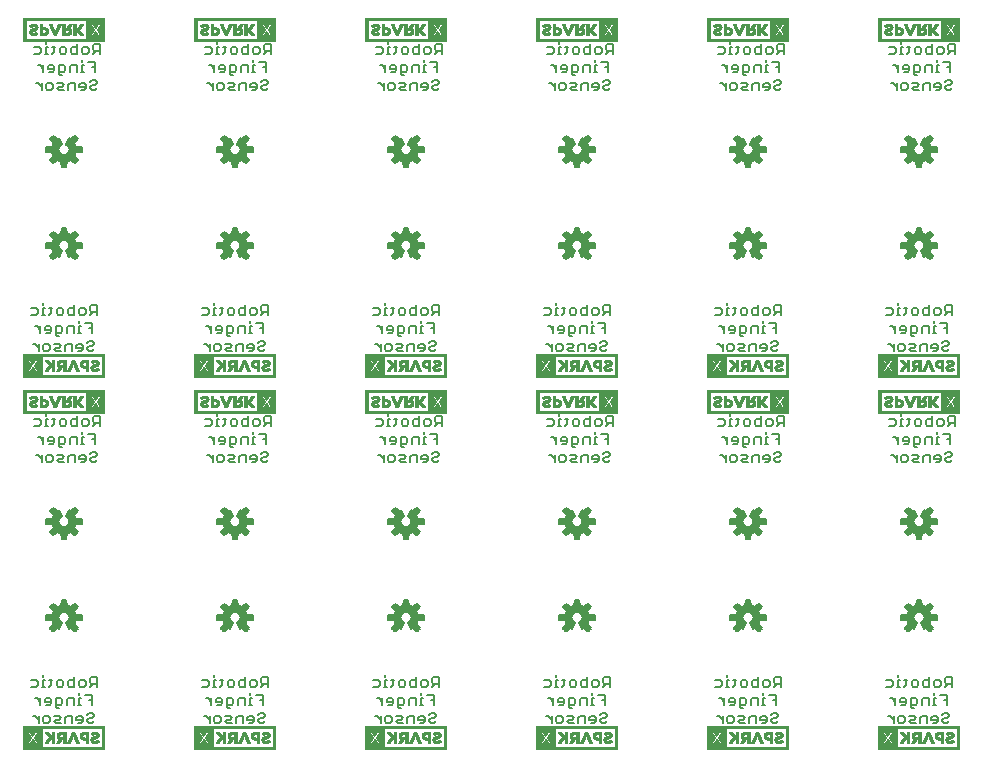
<source format=gbo>
G75*
%MOIN*%
%OFA0B0*%
%FSLAX25Y25*%
%IPPOS*%
%LPD*%
%AMOC8*
5,1,8,0,0,1.08239X$1,22.5*
%
%ADD10C,0.00600*%
%ADD11C,0.00591*%
%ADD12C,0.00039*%
D10*
X0034527Y0053133D02*
X0034527Y0055402D01*
X0034527Y0054268D02*
X0033392Y0055402D01*
X0032825Y0055402D01*
X0035941Y0054835D02*
X0035941Y0053700D01*
X0036508Y0053133D01*
X0037643Y0053133D01*
X0038210Y0053700D01*
X0038210Y0054835D01*
X0037643Y0055402D01*
X0036508Y0055402D01*
X0035941Y0054835D01*
X0039624Y0055402D02*
X0041326Y0055402D01*
X0041893Y0054835D01*
X0041326Y0054268D01*
X0040192Y0054268D01*
X0039624Y0053700D01*
X0040192Y0053133D01*
X0041893Y0053133D01*
X0043308Y0053133D02*
X0043308Y0054835D01*
X0043875Y0055402D01*
X0045576Y0055402D01*
X0045576Y0053133D01*
X0046991Y0054268D02*
X0049259Y0054268D01*
X0049259Y0054835D02*
X0049259Y0053700D01*
X0048692Y0053133D01*
X0047558Y0053133D01*
X0046991Y0054268D02*
X0046991Y0054835D01*
X0047558Y0055402D01*
X0048692Y0055402D01*
X0049259Y0054835D01*
X0050674Y0054268D02*
X0050674Y0053700D01*
X0051241Y0053133D01*
X0052375Y0053133D01*
X0052943Y0053700D01*
X0052375Y0054835D02*
X0051241Y0054835D01*
X0050674Y0054268D01*
X0050674Y0055969D02*
X0051241Y0056536D01*
X0052375Y0056536D01*
X0052943Y0055969D01*
X0052943Y0055402D01*
X0052375Y0054835D01*
X0052329Y0059133D02*
X0052329Y0062536D01*
X0050060Y0062536D01*
X0048646Y0061402D02*
X0048078Y0061402D01*
X0048078Y0059133D01*
X0047511Y0059133D02*
X0048646Y0059133D01*
X0046190Y0059133D02*
X0046190Y0061402D01*
X0044489Y0061402D01*
X0043921Y0060835D01*
X0043921Y0059133D01*
X0042507Y0059700D02*
X0041940Y0059133D01*
X0040238Y0059133D01*
X0040238Y0058566D02*
X0040238Y0061402D01*
X0041940Y0061402D01*
X0042507Y0060835D01*
X0042507Y0059700D01*
X0041373Y0057999D02*
X0040805Y0057999D01*
X0040238Y0058566D01*
X0038824Y0059700D02*
X0038824Y0060835D01*
X0038257Y0061402D01*
X0037122Y0061402D01*
X0036555Y0060835D01*
X0036555Y0060268D01*
X0038824Y0060268D01*
X0038824Y0059700D02*
X0038257Y0059133D01*
X0037122Y0059133D01*
X0035141Y0059133D02*
X0035141Y0061402D01*
X0035141Y0060268D02*
X0034006Y0061402D01*
X0033439Y0061402D01*
X0033653Y0065133D02*
X0031951Y0065133D01*
X0033653Y0065133D02*
X0034220Y0065700D01*
X0034220Y0066835D01*
X0033653Y0067402D01*
X0031951Y0067402D01*
X0036108Y0067402D02*
X0036108Y0065133D01*
X0036675Y0065133D02*
X0035541Y0065133D01*
X0036108Y0067402D02*
X0036675Y0067402D01*
X0036108Y0068536D02*
X0036108Y0069103D01*
X0037996Y0067402D02*
X0039131Y0067402D01*
X0038564Y0067969D02*
X0038564Y0065700D01*
X0037996Y0065133D01*
X0040545Y0065700D02*
X0040545Y0066835D01*
X0041112Y0067402D01*
X0042247Y0067402D01*
X0042814Y0066835D01*
X0042814Y0065700D01*
X0042247Y0065133D01*
X0041112Y0065133D01*
X0040545Y0065700D01*
X0044228Y0065700D02*
X0044228Y0066835D01*
X0044796Y0067402D01*
X0046497Y0067402D01*
X0046497Y0068536D02*
X0046497Y0065133D01*
X0044796Y0065133D01*
X0044228Y0065700D01*
X0047912Y0065700D02*
X0047912Y0066835D01*
X0048479Y0067402D01*
X0049613Y0067402D01*
X0050180Y0066835D01*
X0050180Y0065700D01*
X0049613Y0065133D01*
X0048479Y0065133D01*
X0047912Y0065700D01*
X0048078Y0063103D02*
X0048078Y0062536D01*
X0051194Y0060835D02*
X0052329Y0060835D01*
X0051595Y0065133D02*
X0052729Y0066268D01*
X0052162Y0066268D02*
X0053863Y0066268D01*
X0053863Y0065133D02*
X0053863Y0068536D01*
X0052162Y0068536D01*
X0051595Y0067969D01*
X0051595Y0066835D01*
X0052162Y0066268D01*
X0088951Y0067402D02*
X0090653Y0067402D01*
X0091220Y0066835D01*
X0091220Y0065700D01*
X0090653Y0065133D01*
X0088951Y0065133D01*
X0092541Y0065133D02*
X0093675Y0065133D01*
X0093108Y0065133D02*
X0093108Y0067402D01*
X0093675Y0067402D01*
X0093108Y0068536D02*
X0093108Y0069103D01*
X0094996Y0067402D02*
X0096131Y0067402D01*
X0095564Y0067969D02*
X0095564Y0065700D01*
X0094996Y0065133D01*
X0097545Y0065700D02*
X0097545Y0066835D01*
X0098112Y0067402D01*
X0099247Y0067402D01*
X0099814Y0066835D01*
X0099814Y0065700D01*
X0099247Y0065133D01*
X0098112Y0065133D01*
X0097545Y0065700D01*
X0101228Y0065700D02*
X0101228Y0066835D01*
X0101796Y0067402D01*
X0103497Y0067402D01*
X0103497Y0068536D02*
X0103497Y0065133D01*
X0101796Y0065133D01*
X0101228Y0065700D01*
X0104912Y0065700D02*
X0104912Y0066835D01*
X0105479Y0067402D01*
X0106613Y0067402D01*
X0107180Y0066835D01*
X0107180Y0065700D01*
X0106613Y0065133D01*
X0105479Y0065133D01*
X0104912Y0065700D01*
X0105078Y0063103D02*
X0105078Y0062536D01*
X0105078Y0061402D02*
X0105078Y0059133D01*
X0104511Y0059133D02*
X0105646Y0059133D01*
X0105646Y0061402D02*
X0105078Y0061402D01*
X0103190Y0061402D02*
X0101489Y0061402D01*
X0100921Y0060835D01*
X0100921Y0059133D01*
X0099507Y0059700D02*
X0098940Y0059133D01*
X0097238Y0059133D01*
X0097238Y0058566D02*
X0097238Y0061402D01*
X0098940Y0061402D01*
X0099507Y0060835D01*
X0099507Y0059700D01*
X0098373Y0057999D02*
X0097805Y0057999D01*
X0097238Y0058566D01*
X0095824Y0059700D02*
X0095824Y0060835D01*
X0095257Y0061402D01*
X0094122Y0061402D01*
X0093555Y0060835D01*
X0093555Y0060268D01*
X0095824Y0060268D01*
X0095824Y0059700D02*
X0095257Y0059133D01*
X0094122Y0059133D01*
X0092141Y0059133D02*
X0092141Y0061402D01*
X0092141Y0060268D02*
X0091006Y0061402D01*
X0090439Y0061402D01*
X0090392Y0055402D02*
X0089825Y0055402D01*
X0090392Y0055402D02*
X0091527Y0054268D01*
X0091527Y0055402D02*
X0091527Y0053133D01*
X0092941Y0053700D02*
X0092941Y0054835D01*
X0093508Y0055402D01*
X0094643Y0055402D01*
X0095210Y0054835D01*
X0095210Y0053700D01*
X0094643Y0053133D01*
X0093508Y0053133D01*
X0092941Y0053700D01*
X0096624Y0053700D02*
X0097192Y0054268D01*
X0098326Y0054268D01*
X0098893Y0054835D01*
X0098326Y0055402D01*
X0096624Y0055402D01*
X0096624Y0053700D02*
X0097192Y0053133D01*
X0098893Y0053133D01*
X0100308Y0053133D02*
X0100308Y0054835D01*
X0100875Y0055402D01*
X0102576Y0055402D01*
X0102576Y0053133D01*
X0103991Y0054268D02*
X0103991Y0054835D01*
X0104558Y0055402D01*
X0105692Y0055402D01*
X0106259Y0054835D01*
X0106259Y0053700D01*
X0105692Y0053133D01*
X0104558Y0053133D01*
X0103991Y0054268D02*
X0106259Y0054268D01*
X0107674Y0054268D02*
X0108241Y0054835D01*
X0109375Y0054835D01*
X0109943Y0055402D01*
X0109943Y0055969D01*
X0109375Y0056536D01*
X0108241Y0056536D01*
X0107674Y0055969D01*
X0107674Y0054268D02*
X0107674Y0053700D01*
X0108241Y0053133D01*
X0109375Y0053133D01*
X0109943Y0053700D01*
X0109329Y0059133D02*
X0109329Y0062536D01*
X0107060Y0062536D01*
X0108194Y0060835D02*
X0109329Y0060835D01*
X0108595Y0065133D02*
X0109729Y0066268D01*
X0109162Y0066268D02*
X0110863Y0066268D01*
X0110863Y0065133D02*
X0110863Y0068536D01*
X0109162Y0068536D01*
X0108595Y0067969D01*
X0108595Y0066835D01*
X0109162Y0066268D01*
X0103190Y0061402D02*
X0103190Y0059133D01*
X0145951Y0065133D02*
X0147653Y0065133D01*
X0148220Y0065700D01*
X0148220Y0066835D01*
X0147653Y0067402D01*
X0145951Y0067402D01*
X0150108Y0067402D02*
X0150108Y0065133D01*
X0150675Y0065133D02*
X0149541Y0065133D01*
X0150108Y0067402D02*
X0150675Y0067402D01*
X0150108Y0068536D02*
X0150108Y0069103D01*
X0151996Y0067402D02*
X0153131Y0067402D01*
X0152564Y0067969D02*
X0152564Y0065700D01*
X0151996Y0065133D01*
X0154545Y0065700D02*
X0154545Y0066835D01*
X0155112Y0067402D01*
X0156247Y0067402D01*
X0156814Y0066835D01*
X0156814Y0065700D01*
X0156247Y0065133D01*
X0155112Y0065133D01*
X0154545Y0065700D01*
X0158228Y0065700D02*
X0158228Y0066835D01*
X0158796Y0067402D01*
X0160497Y0067402D01*
X0160497Y0068536D02*
X0160497Y0065133D01*
X0158796Y0065133D01*
X0158228Y0065700D01*
X0161912Y0065700D02*
X0161912Y0066835D01*
X0162479Y0067402D01*
X0163613Y0067402D01*
X0164180Y0066835D01*
X0164180Y0065700D01*
X0163613Y0065133D01*
X0162479Y0065133D01*
X0161912Y0065700D01*
X0162078Y0063103D02*
X0162078Y0062536D01*
X0162078Y0061402D02*
X0162078Y0059133D01*
X0161511Y0059133D02*
X0162646Y0059133D01*
X0162646Y0061402D02*
X0162078Y0061402D01*
X0160190Y0061402D02*
X0160190Y0059133D01*
X0157921Y0059133D02*
X0157921Y0060835D01*
X0158489Y0061402D01*
X0160190Y0061402D01*
X0156507Y0060835D02*
X0156507Y0059700D01*
X0155940Y0059133D01*
X0154238Y0059133D01*
X0154238Y0058566D02*
X0154238Y0061402D01*
X0155940Y0061402D01*
X0156507Y0060835D01*
X0155373Y0057999D02*
X0154805Y0057999D01*
X0154238Y0058566D01*
X0152824Y0059700D02*
X0152824Y0060835D01*
X0152257Y0061402D01*
X0151122Y0061402D01*
X0150555Y0060835D01*
X0150555Y0060268D01*
X0152824Y0060268D01*
X0152824Y0059700D02*
X0152257Y0059133D01*
X0151122Y0059133D01*
X0149141Y0059133D02*
X0149141Y0061402D01*
X0149141Y0060268D02*
X0148006Y0061402D01*
X0147439Y0061402D01*
X0147392Y0055402D02*
X0146825Y0055402D01*
X0147392Y0055402D02*
X0148527Y0054268D01*
X0148527Y0055402D02*
X0148527Y0053133D01*
X0149941Y0053700D02*
X0149941Y0054835D01*
X0150508Y0055402D01*
X0151643Y0055402D01*
X0152210Y0054835D01*
X0152210Y0053700D01*
X0151643Y0053133D01*
X0150508Y0053133D01*
X0149941Y0053700D01*
X0153624Y0053700D02*
X0154192Y0054268D01*
X0155326Y0054268D01*
X0155893Y0054835D01*
X0155326Y0055402D01*
X0153624Y0055402D01*
X0153624Y0053700D02*
X0154192Y0053133D01*
X0155893Y0053133D01*
X0157308Y0053133D02*
X0157308Y0054835D01*
X0157875Y0055402D01*
X0159576Y0055402D01*
X0159576Y0053133D01*
X0160991Y0054268D02*
X0163259Y0054268D01*
X0163259Y0054835D02*
X0163259Y0053700D01*
X0162692Y0053133D01*
X0161558Y0053133D01*
X0160991Y0054268D02*
X0160991Y0054835D01*
X0161558Y0055402D01*
X0162692Y0055402D01*
X0163259Y0054835D01*
X0164674Y0054268D02*
X0165241Y0054835D01*
X0166375Y0054835D01*
X0166943Y0055402D01*
X0166943Y0055969D01*
X0166375Y0056536D01*
X0165241Y0056536D01*
X0164674Y0055969D01*
X0164674Y0054268D02*
X0164674Y0053700D01*
X0165241Y0053133D01*
X0166375Y0053133D01*
X0166943Y0053700D01*
X0166329Y0059133D02*
X0166329Y0062536D01*
X0164060Y0062536D01*
X0165194Y0060835D02*
X0166329Y0060835D01*
X0165595Y0065133D02*
X0166729Y0066268D01*
X0166162Y0066268D02*
X0167863Y0066268D01*
X0167863Y0065133D02*
X0167863Y0068536D01*
X0166162Y0068536D01*
X0165595Y0067969D01*
X0165595Y0066835D01*
X0166162Y0066268D01*
X0202951Y0067402D02*
X0204653Y0067402D01*
X0205220Y0066835D01*
X0205220Y0065700D01*
X0204653Y0065133D01*
X0202951Y0065133D01*
X0206541Y0065133D02*
X0207675Y0065133D01*
X0207108Y0065133D02*
X0207108Y0067402D01*
X0207675Y0067402D01*
X0207108Y0068536D02*
X0207108Y0069103D01*
X0208996Y0067402D02*
X0210131Y0067402D01*
X0209564Y0067969D02*
X0209564Y0065700D01*
X0208996Y0065133D01*
X0211545Y0065700D02*
X0211545Y0066835D01*
X0212112Y0067402D01*
X0213247Y0067402D01*
X0213814Y0066835D01*
X0213814Y0065700D01*
X0213247Y0065133D01*
X0212112Y0065133D01*
X0211545Y0065700D01*
X0215228Y0065700D02*
X0215228Y0066835D01*
X0215796Y0067402D01*
X0217497Y0067402D01*
X0217497Y0068536D02*
X0217497Y0065133D01*
X0215796Y0065133D01*
X0215228Y0065700D01*
X0218912Y0065700D02*
X0218912Y0066835D01*
X0219479Y0067402D01*
X0220613Y0067402D01*
X0221180Y0066835D01*
X0221180Y0065700D01*
X0220613Y0065133D01*
X0219479Y0065133D01*
X0218912Y0065700D01*
X0219078Y0063103D02*
X0219078Y0062536D01*
X0219078Y0061402D02*
X0219078Y0059133D01*
X0218511Y0059133D02*
X0219646Y0059133D01*
X0219646Y0061402D02*
X0219078Y0061402D01*
X0217190Y0061402D02*
X0215489Y0061402D01*
X0214921Y0060835D01*
X0214921Y0059133D01*
X0213507Y0059700D02*
X0212940Y0059133D01*
X0211238Y0059133D01*
X0211238Y0058566D02*
X0211238Y0061402D01*
X0212940Y0061402D01*
X0213507Y0060835D01*
X0213507Y0059700D01*
X0212373Y0057999D02*
X0211805Y0057999D01*
X0211238Y0058566D01*
X0209824Y0059700D02*
X0209824Y0060835D01*
X0209257Y0061402D01*
X0208122Y0061402D01*
X0207555Y0060835D01*
X0207555Y0060268D01*
X0209824Y0060268D01*
X0209824Y0059700D02*
X0209257Y0059133D01*
X0208122Y0059133D01*
X0206141Y0059133D02*
X0206141Y0061402D01*
X0206141Y0060268D02*
X0205006Y0061402D01*
X0204439Y0061402D01*
X0204392Y0055402D02*
X0203825Y0055402D01*
X0204392Y0055402D02*
X0205527Y0054268D01*
X0205527Y0055402D02*
X0205527Y0053133D01*
X0206941Y0053700D02*
X0206941Y0054835D01*
X0207508Y0055402D01*
X0208643Y0055402D01*
X0209210Y0054835D01*
X0209210Y0053700D01*
X0208643Y0053133D01*
X0207508Y0053133D01*
X0206941Y0053700D01*
X0210624Y0053700D02*
X0211192Y0054268D01*
X0212326Y0054268D01*
X0212893Y0054835D01*
X0212326Y0055402D01*
X0210624Y0055402D01*
X0210624Y0053700D02*
X0211192Y0053133D01*
X0212893Y0053133D01*
X0214308Y0053133D02*
X0214308Y0054835D01*
X0214875Y0055402D01*
X0216576Y0055402D01*
X0216576Y0053133D01*
X0217991Y0054268D02*
X0220259Y0054268D01*
X0220259Y0054835D02*
X0220259Y0053700D01*
X0219692Y0053133D01*
X0218558Y0053133D01*
X0217991Y0054268D02*
X0217991Y0054835D01*
X0218558Y0055402D01*
X0219692Y0055402D01*
X0220259Y0054835D01*
X0221674Y0054268D02*
X0222241Y0054835D01*
X0223375Y0054835D01*
X0223943Y0055402D01*
X0223943Y0055969D01*
X0223375Y0056536D01*
X0222241Y0056536D01*
X0221674Y0055969D01*
X0221674Y0054268D02*
X0221674Y0053700D01*
X0222241Y0053133D01*
X0223375Y0053133D01*
X0223943Y0053700D01*
X0223329Y0059133D02*
X0223329Y0062536D01*
X0221060Y0062536D01*
X0222194Y0060835D02*
X0223329Y0060835D01*
X0222595Y0065133D02*
X0223729Y0066268D01*
X0223162Y0066268D02*
X0224863Y0066268D01*
X0224863Y0065133D02*
X0224863Y0068536D01*
X0223162Y0068536D01*
X0222595Y0067969D01*
X0222595Y0066835D01*
X0223162Y0066268D01*
X0217190Y0061402D02*
X0217190Y0059133D01*
X0259951Y0065133D02*
X0261653Y0065133D01*
X0262220Y0065700D01*
X0262220Y0066835D01*
X0261653Y0067402D01*
X0259951Y0067402D01*
X0264108Y0067402D02*
X0264108Y0065133D01*
X0264675Y0065133D02*
X0263541Y0065133D01*
X0264108Y0067402D02*
X0264675Y0067402D01*
X0264108Y0068536D02*
X0264108Y0069103D01*
X0265996Y0067402D02*
X0267131Y0067402D01*
X0266564Y0067969D02*
X0266564Y0065700D01*
X0265996Y0065133D01*
X0268545Y0065700D02*
X0268545Y0066835D01*
X0269112Y0067402D01*
X0270247Y0067402D01*
X0270814Y0066835D01*
X0270814Y0065700D01*
X0270247Y0065133D01*
X0269112Y0065133D01*
X0268545Y0065700D01*
X0272228Y0065700D02*
X0272228Y0066835D01*
X0272796Y0067402D01*
X0274497Y0067402D01*
X0274497Y0068536D02*
X0274497Y0065133D01*
X0272796Y0065133D01*
X0272228Y0065700D01*
X0275912Y0065700D02*
X0275912Y0066835D01*
X0276479Y0067402D01*
X0277613Y0067402D01*
X0278180Y0066835D01*
X0278180Y0065700D01*
X0277613Y0065133D01*
X0276479Y0065133D01*
X0275912Y0065700D01*
X0276078Y0063103D02*
X0276078Y0062536D01*
X0276078Y0061402D02*
X0276078Y0059133D01*
X0275511Y0059133D02*
X0276646Y0059133D01*
X0276646Y0061402D02*
X0276078Y0061402D01*
X0274190Y0061402D02*
X0272489Y0061402D01*
X0271921Y0060835D01*
X0271921Y0059133D01*
X0270507Y0059700D02*
X0269940Y0059133D01*
X0268238Y0059133D01*
X0268238Y0058566D02*
X0268238Y0061402D01*
X0269940Y0061402D01*
X0270507Y0060835D01*
X0270507Y0059700D01*
X0269373Y0057999D02*
X0268805Y0057999D01*
X0268238Y0058566D01*
X0266824Y0059700D02*
X0266824Y0060835D01*
X0266257Y0061402D01*
X0265122Y0061402D01*
X0264555Y0060835D01*
X0264555Y0060268D01*
X0266824Y0060268D01*
X0266824Y0059700D02*
X0266257Y0059133D01*
X0265122Y0059133D01*
X0263141Y0059133D02*
X0263141Y0061402D01*
X0263141Y0060268D02*
X0262006Y0061402D01*
X0261439Y0061402D01*
X0261392Y0055402D02*
X0260825Y0055402D01*
X0261392Y0055402D02*
X0262527Y0054268D01*
X0262527Y0055402D02*
X0262527Y0053133D01*
X0263941Y0053700D02*
X0263941Y0054835D01*
X0264508Y0055402D01*
X0265643Y0055402D01*
X0266210Y0054835D01*
X0266210Y0053700D01*
X0265643Y0053133D01*
X0264508Y0053133D01*
X0263941Y0053700D01*
X0267624Y0053700D02*
X0268192Y0054268D01*
X0269326Y0054268D01*
X0269893Y0054835D01*
X0269326Y0055402D01*
X0267624Y0055402D01*
X0267624Y0053700D02*
X0268192Y0053133D01*
X0269893Y0053133D01*
X0271308Y0053133D02*
X0271308Y0054835D01*
X0271875Y0055402D01*
X0273576Y0055402D01*
X0273576Y0053133D01*
X0274991Y0054268D02*
X0277259Y0054268D01*
X0277259Y0054835D02*
X0277259Y0053700D01*
X0276692Y0053133D01*
X0275558Y0053133D01*
X0274991Y0054268D02*
X0274991Y0054835D01*
X0275558Y0055402D01*
X0276692Y0055402D01*
X0277259Y0054835D01*
X0278674Y0054268D02*
X0278674Y0053700D01*
X0279241Y0053133D01*
X0280375Y0053133D01*
X0280943Y0053700D01*
X0280375Y0054835D02*
X0279241Y0054835D01*
X0278674Y0054268D01*
X0278674Y0055969D02*
X0279241Y0056536D01*
X0280375Y0056536D01*
X0280943Y0055969D01*
X0280943Y0055402D01*
X0280375Y0054835D01*
X0280329Y0059133D02*
X0280329Y0062536D01*
X0278060Y0062536D01*
X0279194Y0060835D02*
X0280329Y0060835D01*
X0279595Y0065133D02*
X0280729Y0066268D01*
X0280162Y0066268D02*
X0281863Y0066268D01*
X0281863Y0065133D02*
X0281863Y0068536D01*
X0280162Y0068536D01*
X0279595Y0067969D01*
X0279595Y0066835D01*
X0280162Y0066268D01*
X0274190Y0061402D02*
X0274190Y0059133D01*
X0316951Y0065133D02*
X0318653Y0065133D01*
X0319220Y0065700D01*
X0319220Y0066835D01*
X0318653Y0067402D01*
X0316951Y0067402D01*
X0321108Y0067402D02*
X0321108Y0065133D01*
X0321675Y0065133D02*
X0320541Y0065133D01*
X0321108Y0067402D02*
X0321675Y0067402D01*
X0321108Y0068536D02*
X0321108Y0069103D01*
X0322996Y0067402D02*
X0324131Y0067402D01*
X0323564Y0067969D02*
X0323564Y0065700D01*
X0322996Y0065133D01*
X0325545Y0065700D02*
X0325545Y0066835D01*
X0326112Y0067402D01*
X0327247Y0067402D01*
X0327814Y0066835D01*
X0327814Y0065700D01*
X0327247Y0065133D01*
X0326112Y0065133D01*
X0325545Y0065700D01*
X0329228Y0065700D02*
X0329228Y0066835D01*
X0329796Y0067402D01*
X0331497Y0067402D01*
X0331497Y0068536D02*
X0331497Y0065133D01*
X0329796Y0065133D01*
X0329228Y0065700D01*
X0332912Y0065700D02*
X0332912Y0066835D01*
X0333479Y0067402D01*
X0334613Y0067402D01*
X0335180Y0066835D01*
X0335180Y0065700D01*
X0334613Y0065133D01*
X0333479Y0065133D01*
X0332912Y0065700D01*
X0333078Y0063103D02*
X0333078Y0062536D01*
X0333078Y0061402D02*
X0333078Y0059133D01*
X0332511Y0059133D02*
X0333646Y0059133D01*
X0333646Y0061402D02*
X0333078Y0061402D01*
X0331190Y0061402D02*
X0331190Y0059133D01*
X0328921Y0059133D02*
X0328921Y0060835D01*
X0329489Y0061402D01*
X0331190Y0061402D01*
X0327507Y0060835D02*
X0327507Y0059700D01*
X0326940Y0059133D01*
X0325238Y0059133D01*
X0325238Y0058566D02*
X0325238Y0061402D01*
X0326940Y0061402D01*
X0327507Y0060835D01*
X0326373Y0057999D02*
X0325805Y0057999D01*
X0325238Y0058566D01*
X0323824Y0059700D02*
X0323824Y0060835D01*
X0323257Y0061402D01*
X0322122Y0061402D01*
X0321555Y0060835D01*
X0321555Y0060268D01*
X0323824Y0060268D01*
X0323824Y0059700D02*
X0323257Y0059133D01*
X0322122Y0059133D01*
X0320141Y0059133D02*
X0320141Y0061402D01*
X0320141Y0060268D02*
X0319006Y0061402D01*
X0318439Y0061402D01*
X0318392Y0055402D02*
X0317825Y0055402D01*
X0318392Y0055402D02*
X0319527Y0054268D01*
X0319527Y0055402D02*
X0319527Y0053133D01*
X0320941Y0053700D02*
X0320941Y0054835D01*
X0321508Y0055402D01*
X0322643Y0055402D01*
X0323210Y0054835D01*
X0323210Y0053700D01*
X0322643Y0053133D01*
X0321508Y0053133D01*
X0320941Y0053700D01*
X0324624Y0053700D02*
X0325192Y0054268D01*
X0326326Y0054268D01*
X0326893Y0054835D01*
X0326326Y0055402D01*
X0324624Y0055402D01*
X0324624Y0053700D02*
X0325192Y0053133D01*
X0326893Y0053133D01*
X0328308Y0053133D02*
X0328308Y0054835D01*
X0328875Y0055402D01*
X0330576Y0055402D01*
X0330576Y0053133D01*
X0331991Y0054268D02*
X0331991Y0054835D01*
X0332558Y0055402D01*
X0333692Y0055402D01*
X0334259Y0054835D01*
X0334259Y0053700D01*
X0333692Y0053133D01*
X0332558Y0053133D01*
X0331991Y0054268D02*
X0334259Y0054268D01*
X0335674Y0054268D02*
X0335674Y0053700D01*
X0336241Y0053133D01*
X0337375Y0053133D01*
X0337943Y0053700D01*
X0337375Y0054835D02*
X0336241Y0054835D01*
X0335674Y0054268D01*
X0335674Y0055969D02*
X0336241Y0056536D01*
X0337375Y0056536D01*
X0337943Y0055969D01*
X0337943Y0055402D01*
X0337375Y0054835D01*
X0337329Y0059133D02*
X0337329Y0062536D01*
X0335060Y0062536D01*
X0336194Y0060835D02*
X0337329Y0060835D01*
X0336595Y0065133D02*
X0337729Y0066268D01*
X0337162Y0066268D02*
X0338863Y0066268D01*
X0338863Y0065133D02*
X0338863Y0068536D01*
X0337162Y0068536D01*
X0336595Y0067969D01*
X0336595Y0066835D01*
X0337162Y0066268D01*
X0337241Y0140133D02*
X0338375Y0140133D01*
X0338943Y0140700D01*
X0338375Y0141835D02*
X0337241Y0141835D01*
X0336674Y0141268D01*
X0336674Y0140700D01*
X0337241Y0140133D01*
X0338375Y0141835D02*
X0338943Y0142402D01*
X0338943Y0142969D01*
X0338375Y0143536D01*
X0337241Y0143536D01*
X0336674Y0142969D01*
X0335259Y0141835D02*
X0334692Y0142402D01*
X0333558Y0142402D01*
X0332991Y0141835D01*
X0332991Y0141268D01*
X0335259Y0141268D01*
X0335259Y0141835D02*
X0335259Y0140700D01*
X0334692Y0140133D01*
X0333558Y0140133D01*
X0331576Y0140133D02*
X0331576Y0142402D01*
X0329875Y0142402D01*
X0329308Y0141835D01*
X0329308Y0140133D01*
X0327893Y0140133D02*
X0326192Y0140133D01*
X0325624Y0140700D01*
X0326192Y0141268D01*
X0327326Y0141268D01*
X0327893Y0141835D01*
X0327326Y0142402D01*
X0325624Y0142402D01*
X0324210Y0141835D02*
X0323643Y0142402D01*
X0322508Y0142402D01*
X0321941Y0141835D01*
X0321941Y0140700D01*
X0322508Y0140133D01*
X0323643Y0140133D01*
X0324210Y0140700D01*
X0324210Y0141835D01*
X0320527Y0142402D02*
X0320527Y0140133D01*
X0320527Y0141268D02*
X0319392Y0142402D01*
X0318825Y0142402D01*
X0321141Y0146133D02*
X0321141Y0148402D01*
X0321141Y0147268D02*
X0320006Y0148402D01*
X0319439Y0148402D01*
X0322555Y0147835D02*
X0322555Y0147268D01*
X0324824Y0147268D01*
X0324824Y0147835D02*
X0324257Y0148402D01*
X0323122Y0148402D01*
X0322555Y0147835D01*
X0323122Y0146133D02*
X0324257Y0146133D01*
X0324824Y0146700D01*
X0324824Y0147835D01*
X0326238Y0148402D02*
X0326238Y0145566D01*
X0326805Y0144999D01*
X0327373Y0144999D01*
X0327940Y0146133D02*
X0326238Y0146133D01*
X0327940Y0146133D02*
X0328507Y0146700D01*
X0328507Y0147835D01*
X0327940Y0148402D01*
X0326238Y0148402D01*
X0329921Y0147835D02*
X0329921Y0146133D01*
X0329921Y0147835D02*
X0330489Y0148402D01*
X0332190Y0148402D01*
X0332190Y0146133D01*
X0333511Y0146133D02*
X0334646Y0146133D01*
X0334078Y0146133D02*
X0334078Y0148402D01*
X0334646Y0148402D01*
X0334078Y0149536D02*
X0334078Y0150103D01*
X0336060Y0149536D02*
X0338329Y0149536D01*
X0338329Y0146133D01*
X0338329Y0147835D02*
X0337194Y0147835D01*
X0337595Y0152133D02*
X0338729Y0153268D01*
X0338162Y0153268D02*
X0339863Y0153268D01*
X0339863Y0152133D02*
X0339863Y0155536D01*
X0338162Y0155536D01*
X0337595Y0154969D01*
X0337595Y0153835D01*
X0338162Y0153268D01*
X0336180Y0153835D02*
X0336180Y0152700D01*
X0335613Y0152133D01*
X0334479Y0152133D01*
X0333912Y0152700D01*
X0333912Y0153835D01*
X0334479Y0154402D01*
X0335613Y0154402D01*
X0336180Y0153835D01*
X0332497Y0154402D02*
X0330796Y0154402D01*
X0330228Y0153835D01*
X0330228Y0152700D01*
X0330796Y0152133D01*
X0332497Y0152133D01*
X0332497Y0155536D01*
X0328814Y0153835D02*
X0328814Y0152700D01*
X0328247Y0152133D01*
X0327112Y0152133D01*
X0326545Y0152700D01*
X0326545Y0153835D01*
X0327112Y0154402D01*
X0328247Y0154402D01*
X0328814Y0153835D01*
X0325131Y0154402D02*
X0323996Y0154402D01*
X0324564Y0154969D02*
X0324564Y0152700D01*
X0323996Y0152133D01*
X0322675Y0152133D02*
X0321541Y0152133D01*
X0322108Y0152133D02*
X0322108Y0154402D01*
X0322675Y0154402D01*
X0322108Y0155536D02*
X0322108Y0156103D01*
X0320220Y0153835D02*
X0319653Y0154402D01*
X0317951Y0154402D01*
X0317951Y0152133D02*
X0319653Y0152133D01*
X0320220Y0152700D01*
X0320220Y0153835D01*
X0319527Y0177133D02*
X0319527Y0179402D01*
X0319527Y0178268D02*
X0318392Y0179402D01*
X0317825Y0179402D01*
X0320941Y0178835D02*
X0320941Y0177700D01*
X0321508Y0177133D01*
X0322643Y0177133D01*
X0323210Y0177700D01*
X0323210Y0178835D01*
X0322643Y0179402D01*
X0321508Y0179402D01*
X0320941Y0178835D01*
X0324624Y0179402D02*
X0326326Y0179402D01*
X0326893Y0178835D01*
X0326326Y0178268D01*
X0325192Y0178268D01*
X0324624Y0177700D01*
X0325192Y0177133D01*
X0326893Y0177133D01*
X0328308Y0177133D02*
X0328308Y0178835D01*
X0328875Y0179402D01*
X0330576Y0179402D01*
X0330576Y0177133D01*
X0331991Y0178268D02*
X0334259Y0178268D01*
X0334259Y0178835D02*
X0333692Y0179402D01*
X0332558Y0179402D01*
X0331991Y0178835D01*
X0331991Y0178268D01*
X0332558Y0177133D02*
X0333692Y0177133D01*
X0334259Y0177700D01*
X0334259Y0178835D01*
X0335674Y0178268D02*
X0335674Y0177700D01*
X0336241Y0177133D01*
X0337375Y0177133D01*
X0337943Y0177700D01*
X0337375Y0178835D02*
X0336241Y0178835D01*
X0335674Y0178268D01*
X0335674Y0179969D02*
X0336241Y0180536D01*
X0337375Y0180536D01*
X0337943Y0179969D01*
X0337943Y0179402D01*
X0337375Y0178835D01*
X0337329Y0183133D02*
X0337329Y0186536D01*
X0335060Y0186536D01*
X0333646Y0185402D02*
X0333078Y0185402D01*
X0333078Y0183133D01*
X0332511Y0183133D02*
X0333646Y0183133D01*
X0331190Y0183133D02*
X0331190Y0185402D01*
X0329489Y0185402D01*
X0328921Y0184835D01*
X0328921Y0183133D01*
X0327507Y0183700D02*
X0326940Y0183133D01*
X0325238Y0183133D01*
X0325238Y0182566D02*
X0325238Y0185402D01*
X0326940Y0185402D01*
X0327507Y0184835D01*
X0327507Y0183700D01*
X0326373Y0181999D02*
X0325805Y0181999D01*
X0325238Y0182566D01*
X0323824Y0183700D02*
X0323824Y0184835D01*
X0323257Y0185402D01*
X0322122Y0185402D01*
X0321555Y0184835D01*
X0321555Y0184268D01*
X0323824Y0184268D01*
X0323824Y0183700D02*
X0323257Y0183133D01*
X0322122Y0183133D01*
X0320141Y0183133D02*
X0320141Y0185402D01*
X0320141Y0184268D02*
X0319006Y0185402D01*
X0318439Y0185402D01*
X0318653Y0189133D02*
X0316951Y0189133D01*
X0318653Y0189133D02*
X0319220Y0189700D01*
X0319220Y0190835D01*
X0318653Y0191402D01*
X0316951Y0191402D01*
X0321108Y0191402D02*
X0321108Y0189133D01*
X0321675Y0189133D02*
X0320541Y0189133D01*
X0321108Y0191402D02*
X0321675Y0191402D01*
X0321108Y0192536D02*
X0321108Y0193103D01*
X0322996Y0191402D02*
X0324131Y0191402D01*
X0323564Y0191969D02*
X0323564Y0189700D01*
X0322996Y0189133D01*
X0325545Y0189700D02*
X0325545Y0190835D01*
X0326112Y0191402D01*
X0327247Y0191402D01*
X0327814Y0190835D01*
X0327814Y0189700D01*
X0327247Y0189133D01*
X0326112Y0189133D01*
X0325545Y0189700D01*
X0329228Y0189700D02*
X0329228Y0190835D01*
X0329796Y0191402D01*
X0331497Y0191402D01*
X0331497Y0192536D02*
X0331497Y0189133D01*
X0329796Y0189133D01*
X0329228Y0189700D01*
X0332912Y0189700D02*
X0332912Y0190835D01*
X0333479Y0191402D01*
X0334613Y0191402D01*
X0335180Y0190835D01*
X0335180Y0189700D01*
X0334613Y0189133D01*
X0333479Y0189133D01*
X0332912Y0189700D01*
X0333078Y0187103D02*
X0333078Y0186536D01*
X0336194Y0184835D02*
X0337329Y0184835D01*
X0336595Y0189133D02*
X0337729Y0190268D01*
X0337162Y0190268D02*
X0338863Y0190268D01*
X0338863Y0189133D02*
X0338863Y0192536D01*
X0337162Y0192536D01*
X0336595Y0191969D01*
X0336595Y0190835D01*
X0337162Y0190268D01*
X0282863Y0155536D02*
X0281162Y0155536D01*
X0280595Y0154969D01*
X0280595Y0153835D01*
X0281162Y0153268D01*
X0282863Y0153268D01*
X0281729Y0153268D02*
X0280595Y0152133D01*
X0279180Y0152700D02*
X0278613Y0152133D01*
X0277479Y0152133D01*
X0276912Y0152700D01*
X0276912Y0153835D01*
X0277479Y0154402D01*
X0278613Y0154402D01*
X0279180Y0153835D01*
X0279180Y0152700D01*
X0279060Y0149536D02*
X0281329Y0149536D01*
X0281329Y0146133D01*
X0281329Y0147835D02*
X0280194Y0147835D01*
X0277646Y0148402D02*
X0277078Y0148402D01*
X0277078Y0146133D01*
X0276511Y0146133D02*
X0277646Y0146133D01*
X0275190Y0146133D02*
X0275190Y0148402D01*
X0273489Y0148402D01*
X0272921Y0147835D01*
X0272921Y0146133D01*
X0271507Y0146700D02*
X0270940Y0146133D01*
X0269238Y0146133D01*
X0269238Y0145566D02*
X0269238Y0148402D01*
X0270940Y0148402D01*
X0271507Y0147835D01*
X0271507Y0146700D01*
X0270373Y0144999D02*
X0269805Y0144999D01*
X0269238Y0145566D01*
X0267824Y0146700D02*
X0267824Y0147835D01*
X0267257Y0148402D01*
X0266122Y0148402D01*
X0265555Y0147835D01*
X0265555Y0147268D01*
X0267824Y0147268D01*
X0267824Y0146700D02*
X0267257Y0146133D01*
X0266122Y0146133D01*
X0264141Y0146133D02*
X0264141Y0148402D01*
X0264141Y0147268D02*
X0263006Y0148402D01*
X0262439Y0148402D01*
X0262653Y0152133D02*
X0260951Y0152133D01*
X0262653Y0152133D02*
X0263220Y0152700D01*
X0263220Y0153835D01*
X0262653Y0154402D01*
X0260951Y0154402D01*
X0265108Y0154402D02*
X0265108Y0152133D01*
X0265675Y0152133D02*
X0264541Y0152133D01*
X0265108Y0154402D02*
X0265675Y0154402D01*
X0265108Y0155536D02*
X0265108Y0156103D01*
X0266996Y0154402D02*
X0268131Y0154402D01*
X0267564Y0154969D02*
X0267564Y0152700D01*
X0266996Y0152133D01*
X0269545Y0152700D02*
X0269545Y0153835D01*
X0270112Y0154402D01*
X0271247Y0154402D01*
X0271814Y0153835D01*
X0271814Y0152700D01*
X0271247Y0152133D01*
X0270112Y0152133D01*
X0269545Y0152700D01*
X0273228Y0152700D02*
X0273228Y0153835D01*
X0273796Y0154402D01*
X0275497Y0154402D01*
X0275497Y0155536D02*
X0275497Y0152133D01*
X0273796Y0152133D01*
X0273228Y0152700D01*
X0277078Y0150103D02*
X0277078Y0149536D01*
X0282863Y0152133D02*
X0282863Y0155536D01*
X0281375Y0143536D02*
X0281943Y0142969D01*
X0281943Y0142402D01*
X0281375Y0141835D01*
X0280241Y0141835D01*
X0279674Y0141268D01*
X0279674Y0140700D01*
X0280241Y0140133D01*
X0281375Y0140133D01*
X0281943Y0140700D01*
X0281375Y0143536D02*
X0280241Y0143536D01*
X0279674Y0142969D01*
X0278259Y0141835D02*
X0277692Y0142402D01*
X0276558Y0142402D01*
X0275991Y0141835D01*
X0275991Y0141268D01*
X0278259Y0141268D01*
X0278259Y0141835D02*
X0278259Y0140700D01*
X0277692Y0140133D01*
X0276558Y0140133D01*
X0274576Y0140133D02*
X0274576Y0142402D01*
X0272875Y0142402D01*
X0272308Y0141835D01*
X0272308Y0140133D01*
X0270893Y0140133D02*
X0269192Y0140133D01*
X0268624Y0140700D01*
X0269192Y0141268D01*
X0270326Y0141268D01*
X0270893Y0141835D01*
X0270326Y0142402D01*
X0268624Y0142402D01*
X0267210Y0141835D02*
X0266643Y0142402D01*
X0265508Y0142402D01*
X0264941Y0141835D01*
X0264941Y0140700D01*
X0265508Y0140133D01*
X0266643Y0140133D01*
X0267210Y0140700D01*
X0267210Y0141835D01*
X0263527Y0142402D02*
X0263527Y0140133D01*
X0263527Y0141268D02*
X0262392Y0142402D01*
X0261825Y0142402D01*
X0224943Y0142402D02*
X0224375Y0141835D01*
X0223241Y0141835D01*
X0222674Y0141268D01*
X0222674Y0140700D01*
X0223241Y0140133D01*
X0224375Y0140133D01*
X0224943Y0140700D01*
X0224943Y0142402D02*
X0224943Y0142969D01*
X0224375Y0143536D01*
X0223241Y0143536D01*
X0222674Y0142969D01*
X0221259Y0141835D02*
X0220692Y0142402D01*
X0219558Y0142402D01*
X0218991Y0141835D01*
X0218991Y0141268D01*
X0221259Y0141268D01*
X0221259Y0141835D02*
X0221259Y0140700D01*
X0220692Y0140133D01*
X0219558Y0140133D01*
X0217576Y0140133D02*
X0217576Y0142402D01*
X0215875Y0142402D01*
X0215308Y0141835D01*
X0215308Y0140133D01*
X0213893Y0140133D02*
X0212192Y0140133D01*
X0211624Y0140700D01*
X0212192Y0141268D01*
X0213326Y0141268D01*
X0213893Y0141835D01*
X0213326Y0142402D01*
X0211624Y0142402D01*
X0210210Y0141835D02*
X0210210Y0140700D01*
X0209643Y0140133D01*
X0208508Y0140133D01*
X0207941Y0140700D01*
X0207941Y0141835D01*
X0208508Y0142402D01*
X0209643Y0142402D01*
X0210210Y0141835D01*
X0206527Y0142402D02*
X0206527Y0140133D01*
X0206527Y0141268D02*
X0205392Y0142402D01*
X0204825Y0142402D01*
X0207141Y0146133D02*
X0207141Y0148402D01*
X0207141Y0147268D02*
X0206006Y0148402D01*
X0205439Y0148402D01*
X0208555Y0147835D02*
X0208555Y0147268D01*
X0210824Y0147268D01*
X0210824Y0147835D02*
X0210257Y0148402D01*
X0209122Y0148402D01*
X0208555Y0147835D01*
X0209122Y0146133D02*
X0210257Y0146133D01*
X0210824Y0146700D01*
X0210824Y0147835D01*
X0212238Y0148402D02*
X0212238Y0145566D01*
X0212805Y0144999D01*
X0213373Y0144999D01*
X0213940Y0146133D02*
X0212238Y0146133D01*
X0213940Y0146133D02*
X0214507Y0146700D01*
X0214507Y0147835D01*
X0213940Y0148402D01*
X0212238Y0148402D01*
X0215921Y0147835D02*
X0215921Y0146133D01*
X0215921Y0147835D02*
X0216489Y0148402D01*
X0218190Y0148402D01*
X0218190Y0146133D01*
X0219511Y0146133D02*
X0220646Y0146133D01*
X0220078Y0146133D02*
X0220078Y0148402D01*
X0220646Y0148402D01*
X0220078Y0149536D02*
X0220078Y0150103D01*
X0222060Y0149536D02*
X0224329Y0149536D01*
X0224329Y0146133D01*
X0224329Y0147835D02*
X0223194Y0147835D01*
X0223595Y0152133D02*
X0224729Y0153268D01*
X0224162Y0153268D02*
X0225863Y0153268D01*
X0225863Y0152133D02*
X0225863Y0155536D01*
X0224162Y0155536D01*
X0223595Y0154969D01*
X0223595Y0153835D01*
X0224162Y0153268D01*
X0222180Y0153835D02*
X0221613Y0154402D01*
X0220479Y0154402D01*
X0219912Y0153835D01*
X0219912Y0152700D01*
X0220479Y0152133D01*
X0221613Y0152133D01*
X0222180Y0152700D01*
X0222180Y0153835D01*
X0218497Y0154402D02*
X0216796Y0154402D01*
X0216228Y0153835D01*
X0216228Y0152700D01*
X0216796Y0152133D01*
X0218497Y0152133D01*
X0218497Y0155536D01*
X0214814Y0153835D02*
X0214814Y0152700D01*
X0214247Y0152133D01*
X0213112Y0152133D01*
X0212545Y0152700D01*
X0212545Y0153835D01*
X0213112Y0154402D01*
X0214247Y0154402D01*
X0214814Y0153835D01*
X0211131Y0154402D02*
X0209996Y0154402D01*
X0210564Y0154969D02*
X0210564Y0152700D01*
X0209996Y0152133D01*
X0208675Y0152133D02*
X0207541Y0152133D01*
X0208108Y0152133D02*
X0208108Y0154402D01*
X0208675Y0154402D01*
X0208108Y0155536D02*
X0208108Y0156103D01*
X0206220Y0153835D02*
X0206220Y0152700D01*
X0205653Y0152133D01*
X0203951Y0152133D01*
X0203951Y0154402D02*
X0205653Y0154402D01*
X0206220Y0153835D01*
X0205527Y0177133D02*
X0205527Y0179402D01*
X0205527Y0178268D02*
X0204392Y0179402D01*
X0203825Y0179402D01*
X0206941Y0178835D02*
X0206941Y0177700D01*
X0207508Y0177133D01*
X0208643Y0177133D01*
X0209210Y0177700D01*
X0209210Y0178835D01*
X0208643Y0179402D01*
X0207508Y0179402D01*
X0206941Y0178835D01*
X0210624Y0179402D02*
X0212326Y0179402D01*
X0212893Y0178835D01*
X0212326Y0178268D01*
X0211192Y0178268D01*
X0210624Y0177700D01*
X0211192Y0177133D01*
X0212893Y0177133D01*
X0214308Y0177133D02*
X0214308Y0178835D01*
X0214875Y0179402D01*
X0216576Y0179402D01*
X0216576Y0177133D01*
X0217991Y0178268D02*
X0220259Y0178268D01*
X0220259Y0178835D02*
X0219692Y0179402D01*
X0218558Y0179402D01*
X0217991Y0178835D01*
X0217991Y0178268D01*
X0218558Y0177133D02*
X0219692Y0177133D01*
X0220259Y0177700D01*
X0220259Y0178835D01*
X0221674Y0178268D02*
X0221674Y0177700D01*
X0222241Y0177133D01*
X0223375Y0177133D01*
X0223943Y0177700D01*
X0223375Y0178835D02*
X0222241Y0178835D01*
X0221674Y0178268D01*
X0221674Y0179969D02*
X0222241Y0180536D01*
X0223375Y0180536D01*
X0223943Y0179969D01*
X0223943Y0179402D01*
X0223375Y0178835D01*
X0223329Y0183133D02*
X0223329Y0186536D01*
X0221060Y0186536D01*
X0219646Y0185402D02*
X0219078Y0185402D01*
X0219078Y0183133D01*
X0218511Y0183133D02*
X0219646Y0183133D01*
X0217190Y0183133D02*
X0217190Y0185402D01*
X0215489Y0185402D01*
X0214921Y0184835D01*
X0214921Y0183133D01*
X0213507Y0183700D02*
X0212940Y0183133D01*
X0211238Y0183133D01*
X0211238Y0182566D02*
X0211238Y0185402D01*
X0212940Y0185402D01*
X0213507Y0184835D01*
X0213507Y0183700D01*
X0212373Y0181999D02*
X0211805Y0181999D01*
X0211238Y0182566D01*
X0209824Y0183700D02*
X0209824Y0184835D01*
X0209257Y0185402D01*
X0208122Y0185402D01*
X0207555Y0184835D01*
X0207555Y0184268D01*
X0209824Y0184268D01*
X0209824Y0183700D02*
X0209257Y0183133D01*
X0208122Y0183133D01*
X0206141Y0183133D02*
X0206141Y0185402D01*
X0206141Y0184268D02*
X0205006Y0185402D01*
X0204439Y0185402D01*
X0204653Y0189133D02*
X0202951Y0189133D01*
X0204653Y0189133D02*
X0205220Y0189700D01*
X0205220Y0190835D01*
X0204653Y0191402D01*
X0202951Y0191402D01*
X0207108Y0191402D02*
X0207108Y0189133D01*
X0207675Y0189133D02*
X0206541Y0189133D01*
X0207108Y0191402D02*
X0207675Y0191402D01*
X0207108Y0192536D02*
X0207108Y0193103D01*
X0208996Y0191402D02*
X0210131Y0191402D01*
X0209564Y0191969D02*
X0209564Y0189700D01*
X0208996Y0189133D01*
X0211545Y0189700D02*
X0211545Y0190835D01*
X0212112Y0191402D01*
X0213247Y0191402D01*
X0213814Y0190835D01*
X0213814Y0189700D01*
X0213247Y0189133D01*
X0212112Y0189133D01*
X0211545Y0189700D01*
X0215228Y0189700D02*
X0215228Y0190835D01*
X0215796Y0191402D01*
X0217497Y0191402D01*
X0217497Y0192536D02*
X0217497Y0189133D01*
X0215796Y0189133D01*
X0215228Y0189700D01*
X0218912Y0189700D02*
X0218912Y0190835D01*
X0219479Y0191402D01*
X0220613Y0191402D01*
X0221180Y0190835D01*
X0221180Y0189700D01*
X0220613Y0189133D01*
X0219479Y0189133D01*
X0218912Y0189700D01*
X0219078Y0187103D02*
X0219078Y0186536D01*
X0222194Y0184835D02*
X0223329Y0184835D01*
X0222595Y0189133D02*
X0223729Y0190268D01*
X0223162Y0190268D02*
X0224863Y0190268D01*
X0224863Y0189133D02*
X0224863Y0192536D01*
X0223162Y0192536D01*
X0222595Y0191969D01*
X0222595Y0190835D01*
X0223162Y0190268D01*
X0259951Y0191402D02*
X0261653Y0191402D01*
X0262220Y0190835D01*
X0262220Y0189700D01*
X0261653Y0189133D01*
X0259951Y0189133D01*
X0263541Y0189133D02*
X0264675Y0189133D01*
X0264108Y0189133D02*
X0264108Y0191402D01*
X0264675Y0191402D01*
X0264108Y0192536D02*
X0264108Y0193103D01*
X0265996Y0191402D02*
X0267131Y0191402D01*
X0266564Y0191969D02*
X0266564Y0189700D01*
X0265996Y0189133D01*
X0268545Y0189700D02*
X0268545Y0190835D01*
X0269112Y0191402D01*
X0270247Y0191402D01*
X0270814Y0190835D01*
X0270814Y0189700D01*
X0270247Y0189133D01*
X0269112Y0189133D01*
X0268545Y0189700D01*
X0272228Y0189700D02*
X0272228Y0190835D01*
X0272796Y0191402D01*
X0274497Y0191402D01*
X0274497Y0192536D02*
X0274497Y0189133D01*
X0272796Y0189133D01*
X0272228Y0189700D01*
X0275912Y0189700D02*
X0275912Y0190835D01*
X0276479Y0191402D01*
X0277613Y0191402D01*
X0278180Y0190835D01*
X0278180Y0189700D01*
X0277613Y0189133D01*
X0276479Y0189133D01*
X0275912Y0189700D01*
X0276078Y0187103D02*
X0276078Y0186536D01*
X0276078Y0185402D02*
X0276078Y0183133D01*
X0275511Y0183133D02*
X0276646Y0183133D01*
X0276646Y0185402D02*
X0276078Y0185402D01*
X0274190Y0185402D02*
X0272489Y0185402D01*
X0271921Y0184835D01*
X0271921Y0183133D01*
X0270507Y0183700D02*
X0269940Y0183133D01*
X0268238Y0183133D01*
X0268238Y0182566D02*
X0268238Y0185402D01*
X0269940Y0185402D01*
X0270507Y0184835D01*
X0270507Y0183700D01*
X0269373Y0181999D02*
X0268805Y0181999D01*
X0268238Y0182566D01*
X0266824Y0183700D02*
X0266824Y0184835D01*
X0266257Y0185402D01*
X0265122Y0185402D01*
X0264555Y0184835D01*
X0264555Y0184268D01*
X0266824Y0184268D01*
X0266824Y0183700D02*
X0266257Y0183133D01*
X0265122Y0183133D01*
X0263141Y0183133D02*
X0263141Y0185402D01*
X0263141Y0184268D02*
X0262006Y0185402D01*
X0261439Y0185402D01*
X0261392Y0179402D02*
X0260825Y0179402D01*
X0261392Y0179402D02*
X0262527Y0178268D01*
X0262527Y0179402D02*
X0262527Y0177133D01*
X0263941Y0177700D02*
X0263941Y0178835D01*
X0264508Y0179402D01*
X0265643Y0179402D01*
X0266210Y0178835D01*
X0266210Y0177700D01*
X0265643Y0177133D01*
X0264508Y0177133D01*
X0263941Y0177700D01*
X0267624Y0177700D02*
X0268192Y0178268D01*
X0269326Y0178268D01*
X0269893Y0178835D01*
X0269326Y0179402D01*
X0267624Y0179402D01*
X0267624Y0177700D02*
X0268192Y0177133D01*
X0269893Y0177133D01*
X0271308Y0177133D02*
X0271308Y0178835D01*
X0271875Y0179402D01*
X0273576Y0179402D01*
X0273576Y0177133D01*
X0274991Y0178268D02*
X0277259Y0178268D01*
X0277259Y0178835D02*
X0276692Y0179402D01*
X0275558Y0179402D01*
X0274991Y0178835D01*
X0274991Y0178268D01*
X0275558Y0177133D02*
X0276692Y0177133D01*
X0277259Y0177700D01*
X0277259Y0178835D01*
X0278674Y0178268D02*
X0278674Y0177700D01*
X0279241Y0177133D01*
X0280375Y0177133D01*
X0280943Y0177700D01*
X0280375Y0178835D02*
X0279241Y0178835D01*
X0278674Y0178268D01*
X0278674Y0179969D02*
X0279241Y0180536D01*
X0280375Y0180536D01*
X0280943Y0179969D01*
X0280943Y0179402D01*
X0280375Y0178835D01*
X0280329Y0183133D02*
X0280329Y0186536D01*
X0278060Y0186536D01*
X0279194Y0184835D02*
X0280329Y0184835D01*
X0279595Y0189133D02*
X0280729Y0190268D01*
X0280162Y0190268D02*
X0281863Y0190268D01*
X0281863Y0189133D02*
X0281863Y0192536D01*
X0280162Y0192536D01*
X0279595Y0191969D01*
X0279595Y0190835D01*
X0280162Y0190268D01*
X0274190Y0185402D02*
X0274190Y0183133D01*
X0167863Y0189133D02*
X0167863Y0192536D01*
X0166162Y0192536D01*
X0165595Y0191969D01*
X0165595Y0190835D01*
X0166162Y0190268D01*
X0167863Y0190268D01*
X0166729Y0190268D02*
X0165595Y0189133D01*
X0164180Y0189700D02*
X0163613Y0189133D01*
X0162479Y0189133D01*
X0161912Y0189700D01*
X0161912Y0190835D01*
X0162479Y0191402D01*
X0163613Y0191402D01*
X0164180Y0190835D01*
X0164180Y0189700D01*
X0164060Y0186536D02*
X0166329Y0186536D01*
X0166329Y0183133D01*
X0166329Y0184835D02*
X0165194Y0184835D01*
X0162646Y0185402D02*
X0162078Y0185402D01*
X0162078Y0183133D01*
X0161511Y0183133D02*
X0162646Y0183133D01*
X0160190Y0183133D02*
X0160190Y0185402D01*
X0158489Y0185402D01*
X0157921Y0184835D01*
X0157921Y0183133D01*
X0156507Y0183700D02*
X0156507Y0184835D01*
X0155940Y0185402D01*
X0154238Y0185402D01*
X0154238Y0182566D01*
X0154805Y0181999D01*
X0155373Y0181999D01*
X0155940Y0183133D02*
X0154238Y0183133D01*
X0152824Y0183700D02*
X0152824Y0184835D01*
X0152257Y0185402D01*
X0151122Y0185402D01*
X0150555Y0184835D01*
X0150555Y0184268D01*
X0152824Y0184268D01*
X0152824Y0183700D02*
X0152257Y0183133D01*
X0151122Y0183133D01*
X0149141Y0183133D02*
X0149141Y0185402D01*
X0149141Y0184268D02*
X0148006Y0185402D01*
X0147439Y0185402D01*
X0147653Y0189133D02*
X0145951Y0189133D01*
X0147653Y0189133D02*
X0148220Y0189700D01*
X0148220Y0190835D01*
X0147653Y0191402D01*
X0145951Y0191402D01*
X0150108Y0191402D02*
X0150108Y0189133D01*
X0150675Y0189133D02*
X0149541Y0189133D01*
X0150108Y0191402D02*
X0150675Y0191402D01*
X0150108Y0192536D02*
X0150108Y0193103D01*
X0151996Y0191402D02*
X0153131Y0191402D01*
X0152564Y0191969D02*
X0152564Y0189700D01*
X0151996Y0189133D01*
X0154545Y0189700D02*
X0154545Y0190835D01*
X0155112Y0191402D01*
X0156247Y0191402D01*
X0156814Y0190835D01*
X0156814Y0189700D01*
X0156247Y0189133D01*
X0155112Y0189133D01*
X0154545Y0189700D01*
X0158228Y0189700D02*
X0158228Y0190835D01*
X0158796Y0191402D01*
X0160497Y0191402D01*
X0160497Y0192536D02*
X0160497Y0189133D01*
X0158796Y0189133D01*
X0158228Y0189700D01*
X0162078Y0187103D02*
X0162078Y0186536D01*
X0156507Y0183700D02*
X0155940Y0183133D01*
X0155326Y0179402D02*
X0153624Y0179402D01*
X0154192Y0178268D02*
X0155326Y0178268D01*
X0155893Y0178835D01*
X0155326Y0179402D01*
X0154192Y0178268D02*
X0153624Y0177700D01*
X0154192Y0177133D01*
X0155893Y0177133D01*
X0157308Y0177133D02*
X0157308Y0178835D01*
X0157875Y0179402D01*
X0159576Y0179402D01*
X0159576Y0177133D01*
X0160991Y0178268D02*
X0163259Y0178268D01*
X0163259Y0178835D02*
X0162692Y0179402D01*
X0161558Y0179402D01*
X0160991Y0178835D01*
X0160991Y0178268D01*
X0161558Y0177133D02*
X0162692Y0177133D01*
X0163259Y0177700D01*
X0163259Y0178835D01*
X0164674Y0178268D02*
X0164674Y0177700D01*
X0165241Y0177133D01*
X0166375Y0177133D01*
X0166943Y0177700D01*
X0166375Y0178835D02*
X0165241Y0178835D01*
X0164674Y0178268D01*
X0164674Y0179969D02*
X0165241Y0180536D01*
X0166375Y0180536D01*
X0166943Y0179969D01*
X0166943Y0179402D01*
X0166375Y0178835D01*
X0152210Y0178835D02*
X0152210Y0177700D01*
X0151643Y0177133D01*
X0150508Y0177133D01*
X0149941Y0177700D01*
X0149941Y0178835D01*
X0150508Y0179402D01*
X0151643Y0179402D01*
X0152210Y0178835D01*
X0148527Y0179402D02*
X0148527Y0177133D01*
X0148527Y0178268D02*
X0147392Y0179402D01*
X0146825Y0179402D01*
X0151108Y0156103D02*
X0151108Y0155536D01*
X0151108Y0154402D02*
X0151108Y0152133D01*
X0151675Y0152133D02*
X0150541Y0152133D01*
X0149220Y0152700D02*
X0148653Y0152133D01*
X0146951Y0152133D01*
X0146951Y0154402D02*
X0148653Y0154402D01*
X0149220Y0153835D01*
X0149220Y0152700D01*
X0151108Y0154402D02*
X0151675Y0154402D01*
X0152996Y0154402D02*
X0154131Y0154402D01*
X0153564Y0154969D02*
X0153564Y0152700D01*
X0152996Y0152133D01*
X0155545Y0152700D02*
X0155545Y0153835D01*
X0156112Y0154402D01*
X0157247Y0154402D01*
X0157814Y0153835D01*
X0157814Y0152700D01*
X0157247Y0152133D01*
X0156112Y0152133D01*
X0155545Y0152700D01*
X0159228Y0152700D02*
X0159228Y0153835D01*
X0159796Y0154402D01*
X0161497Y0154402D01*
X0161497Y0155536D02*
X0161497Y0152133D01*
X0159796Y0152133D01*
X0159228Y0152700D01*
X0162912Y0152700D02*
X0162912Y0153835D01*
X0163479Y0154402D01*
X0164613Y0154402D01*
X0165180Y0153835D01*
X0165180Y0152700D01*
X0164613Y0152133D01*
X0163479Y0152133D01*
X0162912Y0152700D01*
X0163078Y0150103D02*
X0163078Y0149536D01*
X0163078Y0148402D02*
X0163078Y0146133D01*
X0162511Y0146133D02*
X0163646Y0146133D01*
X0163646Y0148402D02*
X0163078Y0148402D01*
X0161190Y0148402D02*
X0161190Y0146133D01*
X0158921Y0146133D02*
X0158921Y0147835D01*
X0159489Y0148402D01*
X0161190Y0148402D01*
X0157507Y0147835D02*
X0156940Y0148402D01*
X0155238Y0148402D01*
X0155238Y0145566D01*
X0155805Y0144999D01*
X0156373Y0144999D01*
X0156940Y0146133D02*
X0155238Y0146133D01*
X0153824Y0146700D02*
X0153824Y0147835D01*
X0153257Y0148402D01*
X0152122Y0148402D01*
X0151555Y0147835D01*
X0151555Y0147268D01*
X0153824Y0147268D01*
X0153824Y0146700D02*
X0153257Y0146133D01*
X0152122Y0146133D01*
X0150141Y0146133D02*
X0150141Y0148402D01*
X0150141Y0147268D02*
X0149006Y0148402D01*
X0148439Y0148402D01*
X0148392Y0142402D02*
X0147825Y0142402D01*
X0148392Y0142402D02*
X0149527Y0141268D01*
X0149527Y0142402D02*
X0149527Y0140133D01*
X0150941Y0140700D02*
X0150941Y0141835D01*
X0151508Y0142402D01*
X0152643Y0142402D01*
X0153210Y0141835D01*
X0153210Y0140700D01*
X0152643Y0140133D01*
X0151508Y0140133D01*
X0150941Y0140700D01*
X0154624Y0140700D02*
X0155192Y0141268D01*
X0156326Y0141268D01*
X0156893Y0141835D01*
X0156326Y0142402D01*
X0154624Y0142402D01*
X0154624Y0140700D02*
X0155192Y0140133D01*
X0156893Y0140133D01*
X0158308Y0140133D02*
X0158308Y0141835D01*
X0158875Y0142402D01*
X0160576Y0142402D01*
X0160576Y0140133D01*
X0161991Y0141268D02*
X0164259Y0141268D01*
X0164259Y0141835D02*
X0163692Y0142402D01*
X0162558Y0142402D01*
X0161991Y0141835D01*
X0161991Y0141268D01*
X0162558Y0140133D02*
X0163692Y0140133D01*
X0164259Y0140700D01*
X0164259Y0141835D01*
X0165674Y0141268D02*
X0165674Y0140700D01*
X0166241Y0140133D01*
X0167375Y0140133D01*
X0167943Y0140700D01*
X0167375Y0141835D02*
X0166241Y0141835D01*
X0165674Y0141268D01*
X0165674Y0142969D02*
X0166241Y0143536D01*
X0167375Y0143536D01*
X0167943Y0142969D01*
X0167943Y0142402D01*
X0167375Y0141835D01*
X0167329Y0146133D02*
X0167329Y0149536D01*
X0165060Y0149536D01*
X0166194Y0147835D02*
X0167329Y0147835D01*
X0166595Y0152133D02*
X0167729Y0153268D01*
X0167162Y0153268D02*
X0168863Y0153268D01*
X0168863Y0152133D02*
X0168863Y0155536D01*
X0167162Y0155536D01*
X0166595Y0154969D01*
X0166595Y0153835D01*
X0167162Y0153268D01*
X0157507Y0147835D02*
X0157507Y0146700D01*
X0156940Y0146133D01*
X0111863Y0152133D02*
X0111863Y0155536D01*
X0110162Y0155536D01*
X0109595Y0154969D01*
X0109595Y0153835D01*
X0110162Y0153268D01*
X0111863Y0153268D01*
X0110729Y0153268D02*
X0109595Y0152133D01*
X0108180Y0152700D02*
X0107613Y0152133D01*
X0106479Y0152133D01*
X0105912Y0152700D01*
X0105912Y0153835D01*
X0106479Y0154402D01*
X0107613Y0154402D01*
X0108180Y0153835D01*
X0108180Y0152700D01*
X0108060Y0149536D02*
X0110329Y0149536D01*
X0110329Y0146133D01*
X0110329Y0147835D02*
X0109194Y0147835D01*
X0106646Y0148402D02*
X0106078Y0148402D01*
X0106078Y0146133D01*
X0105511Y0146133D02*
X0106646Y0146133D01*
X0104190Y0146133D02*
X0104190Y0148402D01*
X0102489Y0148402D01*
X0101921Y0147835D01*
X0101921Y0146133D01*
X0100507Y0146700D02*
X0099940Y0146133D01*
X0098238Y0146133D01*
X0098238Y0145566D02*
X0098238Y0148402D01*
X0099940Y0148402D01*
X0100507Y0147835D01*
X0100507Y0146700D01*
X0099373Y0144999D02*
X0098805Y0144999D01*
X0098238Y0145566D01*
X0096824Y0146700D02*
X0096824Y0147835D01*
X0096257Y0148402D01*
X0095122Y0148402D01*
X0094555Y0147835D01*
X0094555Y0147268D01*
X0096824Y0147268D01*
X0096824Y0146700D02*
X0096257Y0146133D01*
X0095122Y0146133D01*
X0093141Y0146133D02*
X0093141Y0148402D01*
X0093141Y0147268D02*
X0092006Y0148402D01*
X0091439Y0148402D01*
X0091653Y0152133D02*
X0089951Y0152133D01*
X0091653Y0152133D02*
X0092220Y0152700D01*
X0092220Y0153835D01*
X0091653Y0154402D01*
X0089951Y0154402D01*
X0094108Y0154402D02*
X0094108Y0152133D01*
X0094675Y0152133D02*
X0093541Y0152133D01*
X0094108Y0154402D02*
X0094675Y0154402D01*
X0094108Y0155536D02*
X0094108Y0156103D01*
X0095996Y0154402D02*
X0097131Y0154402D01*
X0096564Y0154969D02*
X0096564Y0152700D01*
X0095996Y0152133D01*
X0098545Y0152700D02*
X0098545Y0153835D01*
X0099112Y0154402D01*
X0100247Y0154402D01*
X0100814Y0153835D01*
X0100814Y0152700D01*
X0100247Y0152133D01*
X0099112Y0152133D01*
X0098545Y0152700D01*
X0102228Y0152700D02*
X0102228Y0153835D01*
X0102796Y0154402D01*
X0104497Y0154402D01*
X0104497Y0155536D02*
X0104497Y0152133D01*
X0102796Y0152133D01*
X0102228Y0152700D01*
X0106078Y0150103D02*
X0106078Y0149536D01*
X0109241Y0143536D02*
X0110375Y0143536D01*
X0110943Y0142969D01*
X0110943Y0142402D01*
X0110375Y0141835D01*
X0109241Y0141835D01*
X0108674Y0141268D01*
X0108674Y0140700D01*
X0109241Y0140133D01*
X0110375Y0140133D01*
X0110943Y0140700D01*
X0108674Y0142969D02*
X0109241Y0143536D01*
X0107259Y0141835D02*
X0106692Y0142402D01*
X0105558Y0142402D01*
X0104991Y0141835D01*
X0104991Y0141268D01*
X0107259Y0141268D01*
X0107259Y0141835D02*
X0107259Y0140700D01*
X0106692Y0140133D01*
X0105558Y0140133D01*
X0103576Y0140133D02*
X0103576Y0142402D01*
X0101875Y0142402D01*
X0101308Y0141835D01*
X0101308Y0140133D01*
X0099893Y0140133D02*
X0098192Y0140133D01*
X0097624Y0140700D01*
X0098192Y0141268D01*
X0099326Y0141268D01*
X0099893Y0141835D01*
X0099326Y0142402D01*
X0097624Y0142402D01*
X0096210Y0141835D02*
X0095643Y0142402D01*
X0094508Y0142402D01*
X0093941Y0141835D01*
X0093941Y0140700D01*
X0094508Y0140133D01*
X0095643Y0140133D01*
X0096210Y0140700D01*
X0096210Y0141835D01*
X0092527Y0142402D02*
X0092527Y0140133D01*
X0092527Y0141268D02*
X0091392Y0142402D01*
X0090825Y0142402D01*
X0053943Y0142402D02*
X0053375Y0141835D01*
X0052241Y0141835D01*
X0051674Y0141268D01*
X0051674Y0140700D01*
X0052241Y0140133D01*
X0053375Y0140133D01*
X0053943Y0140700D01*
X0053943Y0142402D02*
X0053943Y0142969D01*
X0053375Y0143536D01*
X0052241Y0143536D01*
X0051674Y0142969D01*
X0050259Y0141835D02*
X0049692Y0142402D01*
X0048558Y0142402D01*
X0047991Y0141835D01*
X0047991Y0141268D01*
X0050259Y0141268D01*
X0050259Y0141835D02*
X0050259Y0140700D01*
X0049692Y0140133D01*
X0048558Y0140133D01*
X0046576Y0140133D02*
X0046576Y0142402D01*
X0044875Y0142402D01*
X0044308Y0141835D01*
X0044308Y0140133D01*
X0042893Y0140133D02*
X0041192Y0140133D01*
X0040624Y0140700D01*
X0041192Y0141268D01*
X0042326Y0141268D01*
X0042893Y0141835D01*
X0042326Y0142402D01*
X0040624Y0142402D01*
X0039210Y0141835D02*
X0039210Y0140700D01*
X0038643Y0140133D01*
X0037508Y0140133D01*
X0036941Y0140700D01*
X0036941Y0141835D01*
X0037508Y0142402D01*
X0038643Y0142402D01*
X0039210Y0141835D01*
X0035527Y0142402D02*
X0035527Y0140133D01*
X0035527Y0141268D02*
X0034392Y0142402D01*
X0033825Y0142402D01*
X0036141Y0146133D02*
X0036141Y0148402D01*
X0036141Y0147268D02*
X0035006Y0148402D01*
X0034439Y0148402D01*
X0037555Y0147835D02*
X0037555Y0147268D01*
X0039824Y0147268D01*
X0039824Y0147835D02*
X0039257Y0148402D01*
X0038122Y0148402D01*
X0037555Y0147835D01*
X0038122Y0146133D02*
X0039257Y0146133D01*
X0039824Y0146700D01*
X0039824Y0147835D01*
X0041238Y0148402D02*
X0042940Y0148402D01*
X0043507Y0147835D01*
X0043507Y0146700D01*
X0042940Y0146133D01*
X0041238Y0146133D01*
X0041238Y0145566D02*
X0041238Y0148402D01*
X0041238Y0145566D02*
X0041805Y0144999D01*
X0042373Y0144999D01*
X0044921Y0146133D02*
X0044921Y0147835D01*
X0045489Y0148402D01*
X0047190Y0148402D01*
X0047190Y0146133D01*
X0048511Y0146133D02*
X0049646Y0146133D01*
X0049078Y0146133D02*
X0049078Y0148402D01*
X0049646Y0148402D01*
X0049078Y0149536D02*
X0049078Y0150103D01*
X0051060Y0149536D02*
X0053329Y0149536D01*
X0053329Y0146133D01*
X0053329Y0147835D02*
X0052194Y0147835D01*
X0052595Y0152133D02*
X0053729Y0153268D01*
X0053162Y0153268D02*
X0054863Y0153268D01*
X0054863Y0152133D02*
X0054863Y0155536D01*
X0053162Y0155536D01*
X0052595Y0154969D01*
X0052595Y0153835D01*
X0053162Y0153268D01*
X0051180Y0153835D02*
X0051180Y0152700D01*
X0050613Y0152133D01*
X0049479Y0152133D01*
X0048912Y0152700D01*
X0048912Y0153835D01*
X0049479Y0154402D01*
X0050613Y0154402D01*
X0051180Y0153835D01*
X0047497Y0154402D02*
X0045796Y0154402D01*
X0045228Y0153835D01*
X0045228Y0152700D01*
X0045796Y0152133D01*
X0047497Y0152133D01*
X0047497Y0155536D01*
X0043814Y0153835D02*
X0043814Y0152700D01*
X0043247Y0152133D01*
X0042112Y0152133D01*
X0041545Y0152700D01*
X0041545Y0153835D01*
X0042112Y0154402D01*
X0043247Y0154402D01*
X0043814Y0153835D01*
X0040131Y0154402D02*
X0038996Y0154402D01*
X0039564Y0154969D02*
X0039564Y0152700D01*
X0038996Y0152133D01*
X0037675Y0152133D02*
X0036541Y0152133D01*
X0037108Y0152133D02*
X0037108Y0154402D01*
X0037675Y0154402D01*
X0037108Y0155536D02*
X0037108Y0156103D01*
X0035220Y0153835D02*
X0035220Y0152700D01*
X0034653Y0152133D01*
X0032951Y0152133D01*
X0032951Y0154402D02*
X0034653Y0154402D01*
X0035220Y0153835D01*
X0034527Y0177133D02*
X0034527Y0179402D01*
X0034527Y0178268D02*
X0033392Y0179402D01*
X0032825Y0179402D01*
X0035941Y0178835D02*
X0035941Y0177700D01*
X0036508Y0177133D01*
X0037643Y0177133D01*
X0038210Y0177700D01*
X0038210Y0178835D01*
X0037643Y0179402D01*
X0036508Y0179402D01*
X0035941Y0178835D01*
X0039624Y0179402D02*
X0041326Y0179402D01*
X0041893Y0178835D01*
X0041326Y0178268D01*
X0040192Y0178268D01*
X0039624Y0177700D01*
X0040192Y0177133D01*
X0041893Y0177133D01*
X0043308Y0177133D02*
X0043308Y0178835D01*
X0043875Y0179402D01*
X0045576Y0179402D01*
X0045576Y0177133D01*
X0046991Y0178268D02*
X0049259Y0178268D01*
X0049259Y0178835D02*
X0048692Y0179402D01*
X0047558Y0179402D01*
X0046991Y0178835D01*
X0046991Y0178268D01*
X0047558Y0177133D02*
X0048692Y0177133D01*
X0049259Y0177700D01*
X0049259Y0178835D01*
X0050674Y0178268D02*
X0050674Y0177700D01*
X0051241Y0177133D01*
X0052375Y0177133D01*
X0052943Y0177700D01*
X0052375Y0178835D02*
X0051241Y0178835D01*
X0050674Y0178268D01*
X0050674Y0179969D02*
X0051241Y0180536D01*
X0052375Y0180536D01*
X0052943Y0179969D01*
X0052943Y0179402D01*
X0052375Y0178835D01*
X0052329Y0183133D02*
X0052329Y0186536D01*
X0050060Y0186536D01*
X0048646Y0185402D02*
X0048078Y0185402D01*
X0048078Y0183133D01*
X0047511Y0183133D02*
X0048646Y0183133D01*
X0046190Y0183133D02*
X0046190Y0185402D01*
X0044489Y0185402D01*
X0043921Y0184835D01*
X0043921Y0183133D01*
X0042507Y0183700D02*
X0041940Y0183133D01*
X0040238Y0183133D01*
X0040238Y0182566D02*
X0040238Y0185402D01*
X0041940Y0185402D01*
X0042507Y0184835D01*
X0042507Y0183700D01*
X0041373Y0181999D02*
X0040805Y0181999D01*
X0040238Y0182566D01*
X0038824Y0183700D02*
X0038824Y0184835D01*
X0038257Y0185402D01*
X0037122Y0185402D01*
X0036555Y0184835D01*
X0036555Y0184268D01*
X0038824Y0184268D01*
X0038824Y0183700D02*
X0038257Y0183133D01*
X0037122Y0183133D01*
X0035141Y0183133D02*
X0035141Y0185402D01*
X0035141Y0184268D02*
X0034006Y0185402D01*
X0033439Y0185402D01*
X0033653Y0189133D02*
X0031951Y0189133D01*
X0033653Y0189133D02*
X0034220Y0189700D01*
X0034220Y0190835D01*
X0033653Y0191402D01*
X0031951Y0191402D01*
X0036108Y0191402D02*
X0036108Y0189133D01*
X0036675Y0189133D02*
X0035541Y0189133D01*
X0036108Y0191402D02*
X0036675Y0191402D01*
X0036108Y0192536D02*
X0036108Y0193103D01*
X0037996Y0191402D02*
X0039131Y0191402D01*
X0038564Y0191969D02*
X0038564Y0189700D01*
X0037996Y0189133D01*
X0040545Y0189700D02*
X0040545Y0190835D01*
X0041112Y0191402D01*
X0042247Y0191402D01*
X0042814Y0190835D01*
X0042814Y0189700D01*
X0042247Y0189133D01*
X0041112Y0189133D01*
X0040545Y0189700D01*
X0044228Y0189700D02*
X0044228Y0190835D01*
X0044796Y0191402D01*
X0046497Y0191402D01*
X0046497Y0192536D02*
X0046497Y0189133D01*
X0044796Y0189133D01*
X0044228Y0189700D01*
X0047912Y0189700D02*
X0047912Y0190835D01*
X0048479Y0191402D01*
X0049613Y0191402D01*
X0050180Y0190835D01*
X0050180Y0189700D01*
X0049613Y0189133D01*
X0048479Y0189133D01*
X0047912Y0189700D01*
X0048078Y0187103D02*
X0048078Y0186536D01*
X0051194Y0184835D02*
X0052329Y0184835D01*
X0051595Y0189133D02*
X0052729Y0190268D01*
X0052162Y0190268D02*
X0053863Y0190268D01*
X0053863Y0189133D02*
X0053863Y0192536D01*
X0052162Y0192536D01*
X0051595Y0191969D01*
X0051595Y0190835D01*
X0052162Y0190268D01*
X0088951Y0191402D02*
X0090653Y0191402D01*
X0091220Y0190835D01*
X0091220Y0189700D01*
X0090653Y0189133D01*
X0088951Y0189133D01*
X0092541Y0189133D02*
X0093675Y0189133D01*
X0093108Y0189133D02*
X0093108Y0191402D01*
X0093675Y0191402D01*
X0093108Y0192536D02*
X0093108Y0193103D01*
X0094996Y0191402D02*
X0096131Y0191402D01*
X0095564Y0191969D02*
X0095564Y0189700D01*
X0094996Y0189133D01*
X0097545Y0189700D02*
X0097545Y0190835D01*
X0098112Y0191402D01*
X0099247Y0191402D01*
X0099814Y0190835D01*
X0099814Y0189700D01*
X0099247Y0189133D01*
X0098112Y0189133D01*
X0097545Y0189700D01*
X0101228Y0189700D02*
X0101228Y0190835D01*
X0101796Y0191402D01*
X0103497Y0191402D01*
X0103497Y0192536D02*
X0103497Y0189133D01*
X0101796Y0189133D01*
X0101228Y0189700D01*
X0104912Y0189700D02*
X0104912Y0190835D01*
X0105479Y0191402D01*
X0106613Y0191402D01*
X0107180Y0190835D01*
X0107180Y0189700D01*
X0106613Y0189133D01*
X0105479Y0189133D01*
X0104912Y0189700D01*
X0105078Y0187103D02*
X0105078Y0186536D01*
X0105078Y0185402D02*
X0105078Y0183133D01*
X0104511Y0183133D02*
X0105646Y0183133D01*
X0105646Y0185402D02*
X0105078Y0185402D01*
X0103190Y0185402D02*
X0101489Y0185402D01*
X0100921Y0184835D01*
X0100921Y0183133D01*
X0099507Y0183700D02*
X0098940Y0183133D01*
X0097238Y0183133D01*
X0097238Y0182566D02*
X0097238Y0185402D01*
X0098940Y0185402D01*
X0099507Y0184835D01*
X0099507Y0183700D01*
X0098373Y0181999D02*
X0097805Y0181999D01*
X0097238Y0182566D01*
X0095824Y0183700D02*
X0095824Y0184835D01*
X0095257Y0185402D01*
X0094122Y0185402D01*
X0093555Y0184835D01*
X0093555Y0184268D01*
X0095824Y0184268D01*
X0095824Y0183700D02*
X0095257Y0183133D01*
X0094122Y0183133D01*
X0092141Y0183133D02*
X0092141Y0185402D01*
X0092141Y0184268D02*
X0091006Y0185402D01*
X0090439Y0185402D01*
X0090392Y0179402D02*
X0089825Y0179402D01*
X0090392Y0179402D02*
X0091527Y0178268D01*
X0091527Y0179402D02*
X0091527Y0177133D01*
X0092941Y0177700D02*
X0092941Y0178835D01*
X0093508Y0179402D01*
X0094643Y0179402D01*
X0095210Y0178835D01*
X0095210Y0177700D01*
X0094643Y0177133D01*
X0093508Y0177133D01*
X0092941Y0177700D01*
X0096624Y0177700D02*
X0097192Y0178268D01*
X0098326Y0178268D01*
X0098893Y0178835D01*
X0098326Y0179402D01*
X0096624Y0179402D01*
X0096624Y0177700D02*
X0097192Y0177133D01*
X0098893Y0177133D01*
X0100308Y0177133D02*
X0100308Y0178835D01*
X0100875Y0179402D01*
X0102576Y0179402D01*
X0102576Y0177133D01*
X0103991Y0178268D02*
X0106259Y0178268D01*
X0106259Y0178835D02*
X0105692Y0179402D01*
X0104558Y0179402D01*
X0103991Y0178835D01*
X0103991Y0178268D01*
X0104558Y0177133D02*
X0105692Y0177133D01*
X0106259Y0177700D01*
X0106259Y0178835D01*
X0107674Y0178268D02*
X0107674Y0177700D01*
X0108241Y0177133D01*
X0109375Y0177133D01*
X0109943Y0177700D01*
X0109375Y0178835D02*
X0108241Y0178835D01*
X0107674Y0178268D01*
X0107674Y0179969D02*
X0108241Y0180536D01*
X0109375Y0180536D01*
X0109943Y0179969D01*
X0109943Y0179402D01*
X0109375Y0178835D01*
X0109329Y0183133D02*
X0109329Y0186536D01*
X0107060Y0186536D01*
X0108194Y0184835D02*
X0109329Y0184835D01*
X0108595Y0189133D02*
X0109729Y0190268D01*
X0109162Y0190268D02*
X0110863Y0190268D01*
X0110863Y0189133D02*
X0110863Y0192536D01*
X0109162Y0192536D01*
X0108595Y0191969D01*
X0108595Y0190835D01*
X0109162Y0190268D01*
X0103190Y0185402D02*
X0103190Y0183133D01*
X0103576Y0264133D02*
X0103576Y0266402D01*
X0101875Y0266402D01*
X0101308Y0265835D01*
X0101308Y0264133D01*
X0099893Y0264133D02*
X0098192Y0264133D01*
X0097624Y0264700D01*
X0098192Y0265268D01*
X0099326Y0265268D01*
X0099893Y0265835D01*
X0099326Y0266402D01*
X0097624Y0266402D01*
X0096210Y0265835D02*
X0096210Y0264700D01*
X0095643Y0264133D01*
X0094508Y0264133D01*
X0093941Y0264700D01*
X0093941Y0265835D01*
X0094508Y0266402D01*
X0095643Y0266402D01*
X0096210Y0265835D01*
X0092527Y0266402D02*
X0092527Y0264133D01*
X0092527Y0265268D02*
X0091392Y0266402D01*
X0090825Y0266402D01*
X0093141Y0270133D02*
X0093141Y0272402D01*
X0093141Y0271268D02*
X0092006Y0272402D01*
X0091439Y0272402D01*
X0094555Y0271835D02*
X0094555Y0271268D01*
X0096824Y0271268D01*
X0096824Y0271835D02*
X0096824Y0270700D01*
X0096257Y0270133D01*
X0095122Y0270133D01*
X0094555Y0271835D02*
X0095122Y0272402D01*
X0096257Y0272402D01*
X0096824Y0271835D01*
X0098238Y0272402D02*
X0099940Y0272402D01*
X0100507Y0271835D01*
X0100507Y0270700D01*
X0099940Y0270133D01*
X0098238Y0270133D01*
X0098238Y0269566D02*
X0098238Y0272402D01*
X0098238Y0269566D02*
X0098805Y0268999D01*
X0099373Y0268999D01*
X0101921Y0270133D02*
X0101921Y0271835D01*
X0102489Y0272402D01*
X0104190Y0272402D01*
X0104190Y0270133D01*
X0105511Y0270133D02*
X0106646Y0270133D01*
X0106078Y0270133D02*
X0106078Y0272402D01*
X0106646Y0272402D01*
X0106078Y0273536D02*
X0106078Y0274103D01*
X0108060Y0273536D02*
X0110329Y0273536D01*
X0110329Y0270133D01*
X0110329Y0271835D02*
X0109194Y0271835D01*
X0109595Y0276133D02*
X0110729Y0277268D01*
X0110162Y0277268D02*
X0111863Y0277268D01*
X0111863Y0276133D02*
X0111863Y0279536D01*
X0110162Y0279536D01*
X0109595Y0278969D01*
X0109595Y0277835D01*
X0110162Y0277268D01*
X0108180Y0277835D02*
X0108180Y0276700D01*
X0107613Y0276133D01*
X0106479Y0276133D01*
X0105912Y0276700D01*
X0105912Y0277835D01*
X0106479Y0278402D01*
X0107613Y0278402D01*
X0108180Y0277835D01*
X0104497Y0278402D02*
X0102796Y0278402D01*
X0102228Y0277835D01*
X0102228Y0276700D01*
X0102796Y0276133D01*
X0104497Y0276133D01*
X0104497Y0279536D01*
X0100814Y0277835D02*
X0100814Y0276700D01*
X0100247Y0276133D01*
X0099112Y0276133D01*
X0098545Y0276700D01*
X0098545Y0277835D01*
X0099112Y0278402D01*
X0100247Y0278402D01*
X0100814Y0277835D01*
X0097131Y0278402D02*
X0095996Y0278402D01*
X0096564Y0278969D02*
X0096564Y0276700D01*
X0095996Y0276133D01*
X0094675Y0276133D02*
X0093541Y0276133D01*
X0094108Y0276133D02*
X0094108Y0278402D01*
X0094675Y0278402D01*
X0094108Y0279536D02*
X0094108Y0280103D01*
X0092220Y0277835D02*
X0092220Y0276700D01*
X0091653Y0276133D01*
X0089951Y0276133D01*
X0089951Y0278402D02*
X0091653Y0278402D01*
X0092220Y0277835D01*
X0104991Y0265835D02*
X0104991Y0265268D01*
X0107259Y0265268D01*
X0107259Y0265835D02*
X0107259Y0264700D01*
X0106692Y0264133D01*
X0105558Y0264133D01*
X0104991Y0265835D02*
X0105558Y0266402D01*
X0106692Y0266402D01*
X0107259Y0265835D01*
X0108674Y0265268D02*
X0108674Y0264700D01*
X0109241Y0264133D01*
X0110375Y0264133D01*
X0110943Y0264700D01*
X0110375Y0265835D02*
X0109241Y0265835D01*
X0108674Y0265268D01*
X0108674Y0266969D02*
X0109241Y0267536D01*
X0110375Y0267536D01*
X0110943Y0266969D01*
X0110943Y0266402D01*
X0110375Y0265835D01*
X0146951Y0276133D02*
X0148653Y0276133D01*
X0149220Y0276700D01*
X0149220Y0277835D01*
X0148653Y0278402D01*
X0146951Y0278402D01*
X0151108Y0278402D02*
X0151108Y0276133D01*
X0151675Y0276133D02*
X0150541Y0276133D01*
X0151108Y0278402D02*
X0151675Y0278402D01*
X0151108Y0279536D02*
X0151108Y0280103D01*
X0152996Y0278402D02*
X0154131Y0278402D01*
X0153564Y0278969D02*
X0153564Y0276700D01*
X0152996Y0276133D01*
X0155545Y0276700D02*
X0155545Y0277835D01*
X0156112Y0278402D01*
X0157247Y0278402D01*
X0157814Y0277835D01*
X0157814Y0276700D01*
X0157247Y0276133D01*
X0156112Y0276133D01*
X0155545Y0276700D01*
X0159228Y0276700D02*
X0159228Y0277835D01*
X0159796Y0278402D01*
X0161497Y0278402D01*
X0161497Y0279536D02*
X0161497Y0276133D01*
X0159796Y0276133D01*
X0159228Y0276700D01*
X0162912Y0276700D02*
X0162912Y0277835D01*
X0163479Y0278402D01*
X0164613Y0278402D01*
X0165180Y0277835D01*
X0165180Y0276700D01*
X0164613Y0276133D01*
X0163479Y0276133D01*
X0162912Y0276700D01*
X0163078Y0274103D02*
X0163078Y0273536D01*
X0163078Y0272402D02*
X0163078Y0270133D01*
X0162511Y0270133D02*
X0163646Y0270133D01*
X0163646Y0272402D02*
X0163078Y0272402D01*
X0161190Y0272402D02*
X0161190Y0270133D01*
X0158921Y0270133D02*
X0158921Y0271835D01*
X0159489Y0272402D01*
X0161190Y0272402D01*
X0157507Y0271835D02*
X0157507Y0270700D01*
X0156940Y0270133D01*
X0155238Y0270133D01*
X0155238Y0269566D02*
X0155238Y0272402D01*
X0156940Y0272402D01*
X0157507Y0271835D01*
X0156373Y0268999D02*
X0155805Y0268999D01*
X0155238Y0269566D01*
X0153824Y0270700D02*
X0153824Y0271835D01*
X0153257Y0272402D01*
X0152122Y0272402D01*
X0151555Y0271835D01*
X0151555Y0271268D01*
X0153824Y0271268D01*
X0153824Y0270700D02*
X0153257Y0270133D01*
X0152122Y0270133D01*
X0150141Y0270133D02*
X0150141Y0272402D01*
X0150141Y0271268D02*
X0149006Y0272402D01*
X0148439Y0272402D01*
X0148392Y0266402D02*
X0147825Y0266402D01*
X0148392Y0266402D02*
X0149527Y0265268D01*
X0149527Y0266402D02*
X0149527Y0264133D01*
X0150941Y0264700D02*
X0150941Y0265835D01*
X0151508Y0266402D01*
X0152643Y0266402D01*
X0153210Y0265835D01*
X0153210Y0264700D01*
X0152643Y0264133D01*
X0151508Y0264133D01*
X0150941Y0264700D01*
X0154624Y0264700D02*
X0155192Y0265268D01*
X0156326Y0265268D01*
X0156893Y0265835D01*
X0156326Y0266402D01*
X0154624Y0266402D01*
X0154624Y0264700D02*
X0155192Y0264133D01*
X0156893Y0264133D01*
X0158308Y0264133D02*
X0158308Y0265835D01*
X0158875Y0266402D01*
X0160576Y0266402D01*
X0160576Y0264133D01*
X0161991Y0265268D02*
X0161991Y0265835D01*
X0162558Y0266402D01*
X0163692Y0266402D01*
X0164259Y0265835D01*
X0164259Y0264700D01*
X0163692Y0264133D01*
X0162558Y0264133D01*
X0161991Y0265268D02*
X0164259Y0265268D01*
X0165674Y0265268D02*
X0165674Y0264700D01*
X0166241Y0264133D01*
X0167375Y0264133D01*
X0167943Y0264700D01*
X0167375Y0265835D02*
X0166241Y0265835D01*
X0165674Y0265268D01*
X0165674Y0266969D02*
X0166241Y0267536D01*
X0167375Y0267536D01*
X0167943Y0266969D01*
X0167943Y0266402D01*
X0167375Y0265835D01*
X0167329Y0270133D02*
X0167329Y0273536D01*
X0165060Y0273536D01*
X0166194Y0271835D02*
X0167329Y0271835D01*
X0166595Y0276133D02*
X0167729Y0277268D01*
X0167162Y0277268D02*
X0168863Y0277268D01*
X0168863Y0276133D02*
X0168863Y0279536D01*
X0167162Y0279536D01*
X0166595Y0278969D01*
X0166595Y0277835D01*
X0167162Y0277268D01*
X0203951Y0278402D02*
X0205653Y0278402D01*
X0206220Y0277835D01*
X0206220Y0276700D01*
X0205653Y0276133D01*
X0203951Y0276133D01*
X0207541Y0276133D02*
X0208675Y0276133D01*
X0208108Y0276133D02*
X0208108Y0278402D01*
X0208675Y0278402D01*
X0208108Y0279536D02*
X0208108Y0280103D01*
X0209996Y0278402D02*
X0211131Y0278402D01*
X0210564Y0278969D02*
X0210564Y0276700D01*
X0209996Y0276133D01*
X0212545Y0276700D02*
X0212545Y0277835D01*
X0213112Y0278402D01*
X0214247Y0278402D01*
X0214814Y0277835D01*
X0214814Y0276700D01*
X0214247Y0276133D01*
X0213112Y0276133D01*
X0212545Y0276700D01*
X0216228Y0276700D02*
X0216228Y0277835D01*
X0216796Y0278402D01*
X0218497Y0278402D01*
X0218497Y0279536D02*
X0218497Y0276133D01*
X0216796Y0276133D01*
X0216228Y0276700D01*
X0219912Y0276700D02*
X0219912Y0277835D01*
X0220479Y0278402D01*
X0221613Y0278402D01*
X0222180Y0277835D01*
X0222180Y0276700D01*
X0221613Y0276133D01*
X0220479Y0276133D01*
X0219912Y0276700D01*
X0220078Y0274103D02*
X0220078Y0273536D01*
X0220078Y0272402D02*
X0220078Y0270133D01*
X0219511Y0270133D02*
X0220646Y0270133D01*
X0220646Y0272402D02*
X0220078Y0272402D01*
X0218190Y0272402D02*
X0218190Y0270133D01*
X0215921Y0270133D02*
X0215921Y0271835D01*
X0216489Y0272402D01*
X0218190Y0272402D01*
X0214507Y0271835D02*
X0214507Y0270700D01*
X0213940Y0270133D01*
X0212238Y0270133D01*
X0212238Y0269566D02*
X0212238Y0272402D01*
X0213940Y0272402D01*
X0214507Y0271835D01*
X0213373Y0268999D02*
X0212805Y0268999D01*
X0212238Y0269566D01*
X0210824Y0270700D02*
X0210824Y0271835D01*
X0210257Y0272402D01*
X0209122Y0272402D01*
X0208555Y0271835D01*
X0208555Y0271268D01*
X0210824Y0271268D01*
X0210824Y0270700D02*
X0210257Y0270133D01*
X0209122Y0270133D01*
X0207141Y0270133D02*
X0207141Y0272402D01*
X0207141Y0271268D02*
X0206006Y0272402D01*
X0205439Y0272402D01*
X0205392Y0266402D02*
X0204825Y0266402D01*
X0205392Y0266402D02*
X0206527Y0265268D01*
X0206527Y0266402D02*
X0206527Y0264133D01*
X0207941Y0264700D02*
X0207941Y0265835D01*
X0208508Y0266402D01*
X0209643Y0266402D01*
X0210210Y0265835D01*
X0210210Y0264700D01*
X0209643Y0264133D01*
X0208508Y0264133D01*
X0207941Y0264700D01*
X0211624Y0264700D02*
X0212192Y0265268D01*
X0213326Y0265268D01*
X0213893Y0265835D01*
X0213326Y0266402D01*
X0211624Y0266402D01*
X0211624Y0264700D02*
X0212192Y0264133D01*
X0213893Y0264133D01*
X0215308Y0264133D02*
X0215308Y0265835D01*
X0215875Y0266402D01*
X0217576Y0266402D01*
X0217576Y0264133D01*
X0218991Y0265268D02*
X0221259Y0265268D01*
X0221259Y0265835D02*
X0221259Y0264700D01*
X0220692Y0264133D01*
X0219558Y0264133D01*
X0218991Y0265268D02*
X0218991Y0265835D01*
X0219558Y0266402D01*
X0220692Y0266402D01*
X0221259Y0265835D01*
X0222674Y0265268D02*
X0223241Y0265835D01*
X0224375Y0265835D01*
X0224943Y0266402D01*
X0224943Y0266969D01*
X0224375Y0267536D01*
X0223241Y0267536D01*
X0222674Y0266969D01*
X0222674Y0265268D02*
X0222674Y0264700D01*
X0223241Y0264133D01*
X0224375Y0264133D01*
X0224943Y0264700D01*
X0224329Y0270133D02*
X0224329Y0273536D01*
X0222060Y0273536D01*
X0223194Y0271835D02*
X0224329Y0271835D01*
X0223595Y0276133D02*
X0224729Y0277268D01*
X0224162Y0277268D02*
X0225863Y0277268D01*
X0225863Y0276133D02*
X0225863Y0279536D01*
X0224162Y0279536D01*
X0223595Y0278969D01*
X0223595Y0277835D01*
X0224162Y0277268D01*
X0260951Y0278402D02*
X0262653Y0278402D01*
X0263220Y0277835D01*
X0263220Y0276700D01*
X0262653Y0276133D01*
X0260951Y0276133D01*
X0264541Y0276133D02*
X0265675Y0276133D01*
X0265108Y0276133D02*
X0265108Y0278402D01*
X0265675Y0278402D01*
X0265108Y0279536D02*
X0265108Y0280103D01*
X0266996Y0278402D02*
X0268131Y0278402D01*
X0267564Y0278969D02*
X0267564Y0276700D01*
X0266996Y0276133D01*
X0269545Y0276700D02*
X0269545Y0277835D01*
X0270112Y0278402D01*
X0271247Y0278402D01*
X0271814Y0277835D01*
X0271814Y0276700D01*
X0271247Y0276133D01*
X0270112Y0276133D01*
X0269545Y0276700D01*
X0273228Y0276700D02*
X0273228Y0277835D01*
X0273796Y0278402D01*
X0275497Y0278402D01*
X0275497Y0279536D02*
X0275497Y0276133D01*
X0273796Y0276133D01*
X0273228Y0276700D01*
X0276912Y0276700D02*
X0276912Y0277835D01*
X0277479Y0278402D01*
X0278613Y0278402D01*
X0279180Y0277835D01*
X0279180Y0276700D01*
X0278613Y0276133D01*
X0277479Y0276133D01*
X0276912Y0276700D01*
X0277078Y0274103D02*
X0277078Y0273536D01*
X0277078Y0272402D02*
X0277078Y0270133D01*
X0276511Y0270133D02*
X0277646Y0270133D01*
X0277646Y0272402D02*
X0277078Y0272402D01*
X0275190Y0272402D02*
X0273489Y0272402D01*
X0272921Y0271835D01*
X0272921Y0270133D01*
X0271507Y0270700D02*
X0270940Y0270133D01*
X0269238Y0270133D01*
X0269238Y0269566D02*
X0269238Y0272402D01*
X0270940Y0272402D01*
X0271507Y0271835D01*
X0271507Y0270700D01*
X0270373Y0268999D02*
X0269805Y0268999D01*
X0269238Y0269566D01*
X0267824Y0270700D02*
X0267824Y0271835D01*
X0267257Y0272402D01*
X0266122Y0272402D01*
X0265555Y0271835D01*
X0265555Y0271268D01*
X0267824Y0271268D01*
X0267824Y0270700D02*
X0267257Y0270133D01*
X0266122Y0270133D01*
X0264141Y0270133D02*
X0264141Y0272402D01*
X0264141Y0271268D02*
X0263006Y0272402D01*
X0262439Y0272402D01*
X0262392Y0266402D02*
X0261825Y0266402D01*
X0262392Y0266402D02*
X0263527Y0265268D01*
X0263527Y0266402D02*
X0263527Y0264133D01*
X0264941Y0264700D02*
X0264941Y0265835D01*
X0265508Y0266402D01*
X0266643Y0266402D01*
X0267210Y0265835D01*
X0267210Y0264700D01*
X0266643Y0264133D01*
X0265508Y0264133D01*
X0264941Y0264700D01*
X0268624Y0264700D02*
X0269192Y0265268D01*
X0270326Y0265268D01*
X0270893Y0265835D01*
X0270326Y0266402D01*
X0268624Y0266402D01*
X0268624Y0264700D02*
X0269192Y0264133D01*
X0270893Y0264133D01*
X0272308Y0264133D02*
X0272308Y0265835D01*
X0272875Y0266402D01*
X0274576Y0266402D01*
X0274576Y0264133D01*
X0275991Y0265268D02*
X0278259Y0265268D01*
X0278259Y0265835D02*
X0278259Y0264700D01*
X0277692Y0264133D01*
X0276558Y0264133D01*
X0275991Y0265268D02*
X0275991Y0265835D01*
X0276558Y0266402D01*
X0277692Y0266402D01*
X0278259Y0265835D01*
X0279674Y0265268D02*
X0280241Y0265835D01*
X0281375Y0265835D01*
X0281943Y0266402D01*
X0281943Y0266969D01*
X0281375Y0267536D01*
X0280241Y0267536D01*
X0279674Y0266969D01*
X0279674Y0265268D02*
X0279674Y0264700D01*
X0280241Y0264133D01*
X0281375Y0264133D01*
X0281943Y0264700D01*
X0281329Y0270133D02*
X0281329Y0273536D01*
X0279060Y0273536D01*
X0280194Y0271835D02*
X0281329Y0271835D01*
X0280595Y0276133D02*
X0281729Y0277268D01*
X0281162Y0277268D02*
X0282863Y0277268D01*
X0282863Y0276133D02*
X0282863Y0279536D01*
X0281162Y0279536D01*
X0280595Y0278969D01*
X0280595Y0277835D01*
X0281162Y0277268D01*
X0275190Y0272402D02*
X0275190Y0270133D01*
X0317951Y0276133D02*
X0319653Y0276133D01*
X0320220Y0276700D01*
X0320220Y0277835D01*
X0319653Y0278402D01*
X0317951Y0278402D01*
X0322108Y0278402D02*
X0322108Y0276133D01*
X0322675Y0276133D02*
X0321541Y0276133D01*
X0322108Y0278402D02*
X0322675Y0278402D01*
X0322108Y0279536D02*
X0322108Y0280103D01*
X0323996Y0278402D02*
X0325131Y0278402D01*
X0324564Y0278969D02*
X0324564Y0276700D01*
X0323996Y0276133D01*
X0326545Y0276700D02*
X0326545Y0277835D01*
X0327112Y0278402D01*
X0328247Y0278402D01*
X0328814Y0277835D01*
X0328814Y0276700D01*
X0328247Y0276133D01*
X0327112Y0276133D01*
X0326545Y0276700D01*
X0330228Y0276700D02*
X0330228Y0277835D01*
X0330796Y0278402D01*
X0332497Y0278402D01*
X0332497Y0279536D02*
X0332497Y0276133D01*
X0330796Y0276133D01*
X0330228Y0276700D01*
X0333912Y0276700D02*
X0333912Y0277835D01*
X0334479Y0278402D01*
X0335613Y0278402D01*
X0336180Y0277835D01*
X0336180Y0276700D01*
X0335613Y0276133D01*
X0334479Y0276133D01*
X0333912Y0276700D01*
X0334078Y0274103D02*
X0334078Y0273536D01*
X0334078Y0272402D02*
X0334078Y0270133D01*
X0333511Y0270133D02*
X0334646Y0270133D01*
X0334646Y0272402D02*
X0334078Y0272402D01*
X0332190Y0272402D02*
X0330489Y0272402D01*
X0329921Y0271835D01*
X0329921Y0270133D01*
X0328507Y0270700D02*
X0327940Y0270133D01*
X0326238Y0270133D01*
X0326238Y0269566D02*
X0326238Y0272402D01*
X0327940Y0272402D01*
X0328507Y0271835D01*
X0328507Y0270700D01*
X0327373Y0268999D02*
X0326805Y0268999D01*
X0326238Y0269566D01*
X0324824Y0270700D02*
X0324824Y0271835D01*
X0324257Y0272402D01*
X0323122Y0272402D01*
X0322555Y0271835D01*
X0322555Y0271268D01*
X0324824Y0271268D01*
X0324824Y0270700D02*
X0324257Y0270133D01*
X0323122Y0270133D01*
X0321141Y0270133D02*
X0321141Y0272402D01*
X0321141Y0271268D02*
X0320006Y0272402D01*
X0319439Y0272402D01*
X0319392Y0266402D02*
X0318825Y0266402D01*
X0319392Y0266402D02*
X0320527Y0265268D01*
X0320527Y0266402D02*
X0320527Y0264133D01*
X0321941Y0264700D02*
X0321941Y0265835D01*
X0322508Y0266402D01*
X0323643Y0266402D01*
X0324210Y0265835D01*
X0324210Y0264700D01*
X0323643Y0264133D01*
X0322508Y0264133D01*
X0321941Y0264700D01*
X0325624Y0264700D02*
X0326192Y0265268D01*
X0327326Y0265268D01*
X0327893Y0265835D01*
X0327326Y0266402D01*
X0325624Y0266402D01*
X0325624Y0264700D02*
X0326192Y0264133D01*
X0327893Y0264133D01*
X0329308Y0264133D02*
X0329308Y0265835D01*
X0329875Y0266402D01*
X0331576Y0266402D01*
X0331576Y0264133D01*
X0332991Y0265268D02*
X0335259Y0265268D01*
X0335259Y0265835D02*
X0335259Y0264700D01*
X0334692Y0264133D01*
X0333558Y0264133D01*
X0332991Y0265268D02*
X0332991Y0265835D01*
X0333558Y0266402D01*
X0334692Y0266402D01*
X0335259Y0265835D01*
X0336674Y0265268D02*
X0336674Y0264700D01*
X0337241Y0264133D01*
X0338375Y0264133D01*
X0338943Y0264700D01*
X0338375Y0265835D02*
X0337241Y0265835D01*
X0336674Y0265268D01*
X0336674Y0266969D02*
X0337241Y0267536D01*
X0338375Y0267536D01*
X0338943Y0266969D01*
X0338943Y0266402D01*
X0338375Y0265835D01*
X0338329Y0270133D02*
X0338329Y0273536D01*
X0336060Y0273536D01*
X0337194Y0271835D02*
X0338329Y0271835D01*
X0337595Y0276133D02*
X0338729Y0277268D01*
X0338162Y0277268D02*
X0339863Y0277268D01*
X0339863Y0276133D02*
X0339863Y0279536D01*
X0338162Y0279536D01*
X0337595Y0278969D01*
X0337595Y0277835D01*
X0338162Y0277268D01*
X0332190Y0272402D02*
X0332190Y0270133D01*
X0054863Y0276133D02*
X0054863Y0279536D01*
X0053162Y0279536D01*
X0052595Y0278969D01*
X0052595Y0277835D01*
X0053162Y0277268D01*
X0054863Y0277268D01*
X0053729Y0277268D02*
X0052595Y0276133D01*
X0051180Y0276700D02*
X0050613Y0276133D01*
X0049479Y0276133D01*
X0048912Y0276700D01*
X0048912Y0277835D01*
X0049479Y0278402D01*
X0050613Y0278402D01*
X0051180Y0277835D01*
X0051180Y0276700D01*
X0051060Y0273536D02*
X0053329Y0273536D01*
X0053329Y0270133D01*
X0053329Y0271835D02*
X0052194Y0271835D01*
X0049646Y0272402D02*
X0049078Y0272402D01*
X0049078Y0270133D01*
X0048511Y0270133D02*
X0049646Y0270133D01*
X0047190Y0270133D02*
X0047190Y0272402D01*
X0045489Y0272402D01*
X0044921Y0271835D01*
X0044921Y0270133D01*
X0043507Y0270700D02*
X0043507Y0271835D01*
X0042940Y0272402D01*
X0041238Y0272402D01*
X0041238Y0269566D01*
X0041805Y0268999D01*
X0042373Y0268999D01*
X0042940Y0270133D02*
X0041238Y0270133D01*
X0039824Y0270700D02*
X0039824Y0271835D01*
X0039257Y0272402D01*
X0038122Y0272402D01*
X0037555Y0271835D01*
X0037555Y0271268D01*
X0039824Y0271268D01*
X0039824Y0270700D02*
X0039257Y0270133D01*
X0038122Y0270133D01*
X0036141Y0270133D02*
X0036141Y0272402D01*
X0036141Y0271268D02*
X0035006Y0272402D01*
X0034439Y0272402D01*
X0034653Y0276133D02*
X0032951Y0276133D01*
X0034653Y0276133D02*
X0035220Y0276700D01*
X0035220Y0277835D01*
X0034653Y0278402D01*
X0032951Y0278402D01*
X0037108Y0278402D02*
X0037108Y0276133D01*
X0037675Y0276133D02*
X0036541Y0276133D01*
X0037108Y0278402D02*
X0037675Y0278402D01*
X0037108Y0279536D02*
X0037108Y0280103D01*
X0038996Y0278402D02*
X0040131Y0278402D01*
X0039564Y0278969D02*
X0039564Y0276700D01*
X0038996Y0276133D01*
X0041545Y0276700D02*
X0041545Y0277835D01*
X0042112Y0278402D01*
X0043247Y0278402D01*
X0043814Y0277835D01*
X0043814Y0276700D01*
X0043247Y0276133D01*
X0042112Y0276133D01*
X0041545Y0276700D01*
X0045228Y0276700D02*
X0045228Y0277835D01*
X0045796Y0278402D01*
X0047497Y0278402D01*
X0047497Y0279536D02*
X0047497Y0276133D01*
X0045796Y0276133D01*
X0045228Y0276700D01*
X0049078Y0274103D02*
X0049078Y0273536D01*
X0043507Y0270700D02*
X0042940Y0270133D01*
X0042326Y0266402D02*
X0040624Y0266402D01*
X0041192Y0265268D02*
X0042326Y0265268D01*
X0042893Y0265835D01*
X0042326Y0266402D01*
X0041192Y0265268D02*
X0040624Y0264700D01*
X0041192Y0264133D01*
X0042893Y0264133D01*
X0044308Y0264133D02*
X0044308Y0265835D01*
X0044875Y0266402D01*
X0046576Y0266402D01*
X0046576Y0264133D01*
X0047991Y0265268D02*
X0050259Y0265268D01*
X0050259Y0265835D02*
X0050259Y0264700D01*
X0049692Y0264133D01*
X0048558Y0264133D01*
X0047991Y0265268D02*
X0047991Y0265835D01*
X0048558Y0266402D01*
X0049692Y0266402D01*
X0050259Y0265835D01*
X0051674Y0265268D02*
X0052241Y0265835D01*
X0053375Y0265835D01*
X0053943Y0266402D01*
X0053943Y0266969D01*
X0053375Y0267536D01*
X0052241Y0267536D01*
X0051674Y0266969D01*
X0051674Y0265268D02*
X0051674Y0264700D01*
X0052241Y0264133D01*
X0053375Y0264133D01*
X0053943Y0264700D01*
X0039210Y0264700D02*
X0038643Y0264133D01*
X0037508Y0264133D01*
X0036941Y0264700D01*
X0036941Y0265835D01*
X0037508Y0266402D01*
X0038643Y0266402D01*
X0039210Y0265835D01*
X0039210Y0264700D01*
X0035527Y0264133D02*
X0035527Y0266402D01*
X0035527Y0265268D02*
X0034392Y0266402D01*
X0033825Y0266402D01*
D11*
X0039364Y0248987D02*
X0040848Y0247777D01*
X0041446Y0248085D01*
X0042294Y0246038D01*
X0041915Y0245826D01*
X0041597Y0245532D01*
X0041355Y0245171D01*
X0041205Y0244764D01*
X0041154Y0244333D01*
X0041207Y0243895D01*
X0041363Y0243481D01*
X0041612Y0243117D01*
X0041941Y0242822D01*
X0042331Y0242614D01*
X0042759Y0242504D01*
X0043201Y0242499D01*
X0043631Y0242600D01*
X0044025Y0242799D01*
X0044360Y0243087D01*
X0044618Y0243446D01*
X0044782Y0243856D01*
X0044845Y0244293D01*
X0044801Y0244733D01*
X0044655Y0245150D01*
X0044414Y0245520D01*
X0044091Y0245822D01*
X0043706Y0246038D01*
X0044554Y0248085D01*
X0045152Y0247777D01*
X0046636Y0248987D01*
X0047654Y0247969D01*
X0046443Y0246485D01*
X0046751Y0245887D01*
X0046956Y0245247D01*
X0048861Y0245053D01*
X0048861Y0243614D01*
X0046956Y0243420D01*
X0046751Y0242780D01*
X0046443Y0242182D01*
X0047654Y0240698D01*
X0046636Y0239680D01*
X0045152Y0240890D01*
X0044554Y0240582D01*
X0043913Y0240377D01*
X0043720Y0238472D01*
X0042280Y0238472D01*
X0042087Y0240377D01*
X0041446Y0240582D01*
X0040848Y0240890D01*
X0039364Y0239680D01*
X0038346Y0240698D01*
X0039557Y0242182D01*
X0039249Y0242780D01*
X0039044Y0243420D01*
X0037139Y0243614D01*
X0037139Y0245053D01*
X0039044Y0245247D01*
X0039249Y0245887D01*
X0039557Y0246485D01*
X0038346Y0247969D01*
X0039364Y0248987D01*
X0039293Y0248916D02*
X0039451Y0248916D01*
X0040173Y0248327D02*
X0038704Y0248327D01*
X0038535Y0247738D02*
X0041590Y0247738D01*
X0041834Y0247149D02*
X0039015Y0247149D01*
X0039496Y0246560D02*
X0042078Y0246560D01*
X0042173Y0245971D02*
X0039292Y0245971D01*
X0039087Y0245382D02*
X0041496Y0245382D01*
X0041216Y0244793D02*
X0037139Y0244793D01*
X0037139Y0244204D02*
X0041170Y0244204D01*
X0041313Y0243615D02*
X0037139Y0243615D01*
X0039170Y0243026D02*
X0041714Y0243026D01*
X0039425Y0242436D02*
X0046575Y0242436D01*
X0046716Y0241847D02*
X0039284Y0241847D01*
X0038804Y0241258D02*
X0047196Y0241258D01*
X0047625Y0240669D02*
X0045422Y0240669D01*
X0044723Y0240669D02*
X0041277Y0240669D01*
X0040578Y0240669D02*
X0038375Y0240669D01*
X0038964Y0240080D02*
X0039855Y0240080D01*
X0042117Y0240080D02*
X0043883Y0240080D01*
X0043823Y0239491D02*
X0042177Y0239491D01*
X0042237Y0238902D02*
X0043763Y0238902D01*
X0046145Y0240080D02*
X0047036Y0240080D01*
X0046830Y0243026D02*
X0044289Y0243026D01*
X0044685Y0243615D02*
X0048861Y0243615D01*
X0048861Y0244204D02*
X0044832Y0244204D01*
X0044780Y0244793D02*
X0048861Y0244793D01*
X0046913Y0245382D02*
X0044503Y0245382D01*
X0043826Y0245971D02*
X0046708Y0245971D01*
X0046504Y0246560D02*
X0043922Y0246560D01*
X0044166Y0247149D02*
X0046985Y0247149D01*
X0047465Y0247738D02*
X0044410Y0247738D01*
X0045827Y0248327D02*
X0047296Y0248327D01*
X0046707Y0248916D02*
X0046549Y0248916D01*
X0043720Y0218195D02*
X0043913Y0216290D01*
X0044554Y0216085D01*
X0045152Y0215777D01*
X0046636Y0216987D01*
X0047654Y0215969D01*
X0046443Y0214485D01*
X0046751Y0213887D01*
X0046956Y0213247D01*
X0048861Y0213053D01*
X0048861Y0211614D01*
X0046956Y0211420D01*
X0046751Y0210780D01*
X0046443Y0210182D01*
X0047654Y0208698D01*
X0046636Y0207680D01*
X0045152Y0208890D01*
X0044554Y0208582D01*
X0043706Y0210628D01*
X0044085Y0210840D01*
X0044403Y0211135D01*
X0044645Y0211495D01*
X0044795Y0211902D01*
X0044846Y0212333D01*
X0044793Y0212772D01*
X0044637Y0213185D01*
X0044388Y0213550D01*
X0044059Y0213845D01*
X0043669Y0214053D01*
X0043241Y0214163D01*
X0042799Y0214167D01*
X0042369Y0214067D01*
X0041975Y0213867D01*
X0041640Y0213580D01*
X0041382Y0213221D01*
X0041218Y0212811D01*
X0041155Y0212373D01*
X0041199Y0211934D01*
X0041345Y0211517D01*
X0041586Y0211147D01*
X0041909Y0210845D01*
X0042294Y0210628D01*
X0041446Y0208582D01*
X0040848Y0208890D01*
X0039364Y0207680D01*
X0038346Y0208698D01*
X0039557Y0210182D01*
X0039249Y0210780D01*
X0039044Y0211420D01*
X0037139Y0211614D01*
X0037139Y0213053D01*
X0039044Y0213247D01*
X0039249Y0213887D01*
X0039557Y0214485D01*
X0038346Y0215969D01*
X0039364Y0216987D01*
X0040848Y0215777D01*
X0041446Y0216085D01*
X0042087Y0216290D01*
X0042280Y0218195D01*
X0043720Y0218195D01*
X0043770Y0217696D02*
X0042230Y0217696D01*
X0042170Y0217107D02*
X0043830Y0217107D01*
X0043890Y0216518D02*
X0042110Y0216518D01*
X0041144Y0215929D02*
X0044856Y0215929D01*
X0045338Y0215929D02*
X0047621Y0215929D01*
X0047140Y0215340D02*
X0038860Y0215340D01*
X0038380Y0215929D02*
X0040662Y0215929D01*
X0039940Y0216518D02*
X0038895Y0216518D01*
X0039340Y0214751D02*
X0046660Y0214751D01*
X0046610Y0214161D02*
X0043245Y0214161D01*
X0042774Y0214161D02*
X0039390Y0214161D01*
X0039148Y0213572D02*
X0041635Y0213572D01*
X0041287Y0212983D02*
X0037139Y0212983D01*
X0037139Y0212394D02*
X0041158Y0212394D01*
X0041244Y0211805D02*
X0037139Y0211805D01*
X0039109Y0211216D02*
X0041541Y0211216D01*
X0042293Y0210627D02*
X0039327Y0210627D01*
X0039439Y0210038D02*
X0042049Y0210038D01*
X0041805Y0209449D02*
X0038959Y0209449D01*
X0038479Y0208860D02*
X0040811Y0208860D01*
X0040907Y0208860D02*
X0041561Y0208860D01*
X0040089Y0208271D02*
X0038773Y0208271D01*
X0039362Y0207682D02*
X0039367Y0207682D01*
X0044195Y0209449D02*
X0047041Y0209449D01*
X0047521Y0208860D02*
X0045189Y0208860D01*
X0045093Y0208860D02*
X0044439Y0208860D01*
X0043951Y0210038D02*
X0046561Y0210038D01*
X0046673Y0210627D02*
X0043707Y0210627D01*
X0044458Y0211216D02*
X0046891Y0211216D01*
X0048861Y0211805D02*
X0044759Y0211805D01*
X0044838Y0212394D02*
X0048861Y0212394D01*
X0048861Y0212983D02*
X0044713Y0212983D01*
X0044362Y0213572D02*
X0046852Y0213572D01*
X0047105Y0216518D02*
X0046060Y0216518D01*
X0045911Y0208271D02*
X0047227Y0208271D01*
X0046638Y0207682D02*
X0046633Y0207682D01*
X0094139Y0211614D02*
X0094139Y0213053D01*
X0096044Y0213247D01*
X0096249Y0213887D01*
X0096557Y0214485D01*
X0095346Y0215969D01*
X0096364Y0216987D01*
X0097848Y0215777D01*
X0098446Y0216085D01*
X0099087Y0216290D01*
X0099280Y0218195D01*
X0100720Y0218195D01*
X0100913Y0216290D01*
X0101554Y0216085D01*
X0102152Y0215777D01*
X0103636Y0216987D01*
X0104654Y0215969D01*
X0103443Y0214485D01*
X0103751Y0213887D01*
X0103956Y0213247D01*
X0105861Y0213053D01*
X0105861Y0211614D01*
X0103956Y0211420D01*
X0103751Y0210780D01*
X0103443Y0210182D01*
X0104654Y0208698D01*
X0103636Y0207680D01*
X0102152Y0208890D01*
X0101554Y0208582D01*
X0100706Y0210628D01*
X0101085Y0210840D01*
X0101403Y0211135D01*
X0101645Y0211495D01*
X0101795Y0211902D01*
X0101846Y0212333D01*
X0101793Y0212772D01*
X0101637Y0213185D01*
X0101388Y0213550D01*
X0101059Y0213845D01*
X0100669Y0214053D01*
X0100241Y0214163D01*
X0099799Y0214167D01*
X0099369Y0214067D01*
X0098975Y0213867D01*
X0098640Y0213580D01*
X0098382Y0213221D01*
X0098218Y0212811D01*
X0098155Y0212373D01*
X0098199Y0211934D01*
X0098345Y0211517D01*
X0098586Y0211147D01*
X0098909Y0210845D01*
X0099294Y0210628D01*
X0098446Y0208582D01*
X0097848Y0208890D01*
X0096364Y0207680D01*
X0095346Y0208698D01*
X0096557Y0210182D01*
X0096249Y0210780D01*
X0096044Y0211420D01*
X0094139Y0211614D01*
X0094139Y0211805D02*
X0098244Y0211805D01*
X0098158Y0212394D02*
X0094139Y0212394D01*
X0094139Y0212983D02*
X0098287Y0212983D01*
X0098635Y0213572D02*
X0096148Y0213572D01*
X0096390Y0214161D02*
X0099774Y0214161D01*
X0100245Y0214161D02*
X0103610Y0214161D01*
X0103660Y0214751D02*
X0096340Y0214751D01*
X0095860Y0215340D02*
X0104140Y0215340D01*
X0104621Y0215929D02*
X0102338Y0215929D01*
X0101856Y0215929D02*
X0098144Y0215929D01*
X0097662Y0215929D02*
X0095380Y0215929D01*
X0095895Y0216518D02*
X0096940Y0216518D01*
X0099110Y0216518D02*
X0100890Y0216518D01*
X0100830Y0217107D02*
X0099170Y0217107D01*
X0099230Y0217696D02*
X0100770Y0217696D01*
X0103060Y0216518D02*
X0104105Y0216518D01*
X0103852Y0213572D02*
X0101362Y0213572D01*
X0101713Y0212983D02*
X0105861Y0212983D01*
X0105861Y0212394D02*
X0101838Y0212394D01*
X0101759Y0211805D02*
X0105861Y0211805D01*
X0103891Y0211216D02*
X0101458Y0211216D01*
X0100707Y0210627D02*
X0103673Y0210627D01*
X0103561Y0210038D02*
X0100951Y0210038D01*
X0101195Y0209449D02*
X0104041Y0209449D01*
X0104521Y0208860D02*
X0102189Y0208860D01*
X0102093Y0208860D02*
X0101439Y0208860D01*
X0102911Y0208271D02*
X0104227Y0208271D01*
X0103638Y0207682D02*
X0103633Y0207682D01*
X0098805Y0209449D02*
X0095959Y0209449D01*
X0095479Y0208860D02*
X0097811Y0208860D01*
X0097907Y0208860D02*
X0098561Y0208860D01*
X0099049Y0210038D02*
X0096439Y0210038D01*
X0096327Y0210627D02*
X0099293Y0210627D01*
X0098541Y0211216D02*
X0096109Y0211216D01*
X0095773Y0208271D02*
X0097089Y0208271D01*
X0096367Y0207682D02*
X0096362Y0207682D01*
X0099280Y0238472D02*
X0099087Y0240377D01*
X0098446Y0240582D01*
X0097848Y0240890D01*
X0096364Y0239680D01*
X0095346Y0240698D01*
X0096557Y0242182D01*
X0096249Y0242780D01*
X0096044Y0243420D01*
X0094139Y0243614D01*
X0094139Y0245053D01*
X0096044Y0245247D01*
X0096249Y0245887D01*
X0096557Y0246485D01*
X0095346Y0247969D01*
X0096364Y0248987D01*
X0097848Y0247777D01*
X0098446Y0248085D01*
X0099294Y0246038D01*
X0098915Y0245826D01*
X0098597Y0245532D01*
X0098355Y0245171D01*
X0098205Y0244764D01*
X0098154Y0244333D01*
X0098207Y0243895D01*
X0098363Y0243481D01*
X0098612Y0243117D01*
X0098941Y0242822D01*
X0099331Y0242614D01*
X0099759Y0242504D01*
X0100201Y0242499D01*
X0100631Y0242600D01*
X0101025Y0242799D01*
X0101360Y0243087D01*
X0101618Y0243446D01*
X0101782Y0243856D01*
X0101845Y0244293D01*
X0101801Y0244733D01*
X0101655Y0245150D01*
X0101414Y0245520D01*
X0101091Y0245822D01*
X0100706Y0246038D01*
X0101554Y0248085D01*
X0102152Y0247777D01*
X0103636Y0248987D01*
X0104654Y0247969D01*
X0103443Y0246485D01*
X0103751Y0245887D01*
X0103956Y0245247D01*
X0105861Y0245053D01*
X0105861Y0243614D01*
X0103956Y0243420D01*
X0103751Y0242780D01*
X0103443Y0242182D01*
X0104654Y0240698D01*
X0103636Y0239680D01*
X0102152Y0240890D01*
X0101554Y0240582D01*
X0100913Y0240377D01*
X0100720Y0238472D01*
X0099280Y0238472D01*
X0099237Y0238902D02*
X0100763Y0238902D01*
X0100823Y0239491D02*
X0099177Y0239491D01*
X0099117Y0240080D02*
X0100883Y0240080D01*
X0101723Y0240669D02*
X0098277Y0240669D01*
X0097578Y0240669D02*
X0095375Y0240669D01*
X0095804Y0241258D02*
X0104196Y0241258D01*
X0104625Y0240669D02*
X0102422Y0240669D01*
X0103145Y0240080D02*
X0104036Y0240080D01*
X0103716Y0241847D02*
X0096284Y0241847D01*
X0096425Y0242436D02*
X0103575Y0242436D01*
X0103830Y0243026D02*
X0101289Y0243026D01*
X0101685Y0243615D02*
X0105861Y0243615D01*
X0105861Y0244204D02*
X0101832Y0244204D01*
X0101780Y0244793D02*
X0105861Y0244793D01*
X0103913Y0245382D02*
X0101503Y0245382D01*
X0100826Y0245971D02*
X0103708Y0245971D01*
X0103504Y0246560D02*
X0100922Y0246560D01*
X0101166Y0247149D02*
X0103985Y0247149D01*
X0104465Y0247738D02*
X0101410Y0247738D01*
X0102827Y0248327D02*
X0104296Y0248327D01*
X0103707Y0248916D02*
X0103549Y0248916D01*
X0098834Y0247149D02*
X0096015Y0247149D01*
X0095535Y0247738D02*
X0098590Y0247738D01*
X0099078Y0246560D02*
X0096496Y0246560D01*
X0096292Y0245971D02*
X0099173Y0245971D01*
X0098496Y0245382D02*
X0096087Y0245382D01*
X0094139Y0244793D02*
X0098216Y0244793D01*
X0098170Y0244204D02*
X0094139Y0244204D01*
X0094139Y0243615D02*
X0098313Y0243615D01*
X0098714Y0243026D02*
X0096170Y0243026D01*
X0095964Y0240080D02*
X0096855Y0240080D01*
X0097173Y0248327D02*
X0095704Y0248327D01*
X0096293Y0248916D02*
X0096451Y0248916D01*
X0151139Y0245053D02*
X0151139Y0243614D01*
X0153044Y0243420D01*
X0153249Y0242780D01*
X0153557Y0242182D01*
X0152346Y0240698D01*
X0153364Y0239680D01*
X0154848Y0240890D01*
X0155446Y0240582D01*
X0156087Y0240377D01*
X0156280Y0238472D01*
X0157720Y0238472D01*
X0157913Y0240377D01*
X0158554Y0240582D01*
X0159152Y0240890D01*
X0160636Y0239680D01*
X0161654Y0240698D01*
X0160443Y0242182D01*
X0160751Y0242780D01*
X0160956Y0243420D01*
X0162861Y0243614D01*
X0162861Y0245053D01*
X0160956Y0245247D01*
X0160751Y0245887D01*
X0160443Y0246485D01*
X0161654Y0247969D01*
X0160636Y0248987D01*
X0159152Y0247777D01*
X0158554Y0248085D01*
X0157706Y0246038D01*
X0158091Y0245822D01*
X0158414Y0245520D01*
X0158655Y0245150D01*
X0158801Y0244733D01*
X0158845Y0244293D01*
X0158782Y0243856D01*
X0158618Y0243446D01*
X0158360Y0243087D01*
X0158025Y0242799D01*
X0157631Y0242600D01*
X0157201Y0242499D01*
X0156759Y0242504D01*
X0156331Y0242614D01*
X0155941Y0242822D01*
X0155612Y0243117D01*
X0155363Y0243481D01*
X0155207Y0243895D01*
X0155154Y0244333D01*
X0155205Y0244764D01*
X0155355Y0245171D01*
X0155597Y0245532D01*
X0155915Y0245826D01*
X0156294Y0246038D01*
X0155446Y0248085D01*
X0154848Y0247777D01*
X0153364Y0248987D01*
X0152346Y0247969D01*
X0153557Y0246485D01*
X0153249Y0245887D01*
X0153044Y0245247D01*
X0151139Y0245053D01*
X0151139Y0244793D02*
X0155216Y0244793D01*
X0155170Y0244204D02*
X0151139Y0244204D01*
X0151139Y0243615D02*
X0155313Y0243615D01*
X0155714Y0243026D02*
X0153170Y0243026D01*
X0153425Y0242436D02*
X0160575Y0242436D01*
X0160716Y0241847D02*
X0153284Y0241847D01*
X0152804Y0241258D02*
X0161196Y0241258D01*
X0161625Y0240669D02*
X0159422Y0240669D01*
X0158723Y0240669D02*
X0155277Y0240669D01*
X0154578Y0240669D02*
X0152375Y0240669D01*
X0152964Y0240080D02*
X0153855Y0240080D01*
X0156117Y0240080D02*
X0157883Y0240080D01*
X0157823Y0239491D02*
X0156177Y0239491D01*
X0156237Y0238902D02*
X0157763Y0238902D01*
X0160145Y0240080D02*
X0161036Y0240080D01*
X0160830Y0243026D02*
X0158289Y0243026D01*
X0158685Y0243615D02*
X0162861Y0243615D01*
X0162861Y0244204D02*
X0158832Y0244204D01*
X0158780Y0244793D02*
X0162861Y0244793D01*
X0160913Y0245382D02*
X0158503Y0245382D01*
X0157826Y0245971D02*
X0160708Y0245971D01*
X0160504Y0246560D02*
X0157922Y0246560D01*
X0158166Y0247149D02*
X0160985Y0247149D01*
X0161465Y0247738D02*
X0158410Y0247738D01*
X0159827Y0248327D02*
X0161296Y0248327D01*
X0160707Y0248916D02*
X0160549Y0248916D01*
X0155834Y0247149D02*
X0153015Y0247149D01*
X0152535Y0247738D02*
X0155590Y0247738D01*
X0156078Y0246560D02*
X0153496Y0246560D01*
X0153292Y0245971D02*
X0156173Y0245971D01*
X0155496Y0245382D02*
X0153087Y0245382D01*
X0152704Y0248327D02*
X0154173Y0248327D01*
X0153451Y0248916D02*
X0153293Y0248916D01*
X0156280Y0218195D02*
X0157720Y0218195D01*
X0157913Y0216290D01*
X0158554Y0216085D01*
X0159152Y0215777D01*
X0160636Y0216987D01*
X0161654Y0215969D01*
X0160443Y0214485D01*
X0160751Y0213887D01*
X0160956Y0213247D01*
X0162861Y0213053D01*
X0162861Y0211614D01*
X0160956Y0211420D01*
X0160751Y0210780D01*
X0160443Y0210182D01*
X0161654Y0208698D01*
X0160636Y0207680D01*
X0159152Y0208890D01*
X0158554Y0208582D01*
X0157706Y0210628D01*
X0158085Y0210840D01*
X0158403Y0211135D01*
X0158645Y0211495D01*
X0158795Y0211902D01*
X0158846Y0212333D01*
X0158793Y0212772D01*
X0158637Y0213185D01*
X0158388Y0213550D01*
X0158059Y0213845D01*
X0157669Y0214053D01*
X0157241Y0214163D01*
X0156799Y0214167D01*
X0156369Y0214067D01*
X0155975Y0213867D01*
X0155640Y0213580D01*
X0155382Y0213221D01*
X0155218Y0212811D01*
X0155155Y0212373D01*
X0155199Y0211934D01*
X0155345Y0211517D01*
X0155586Y0211147D01*
X0155909Y0210845D01*
X0156294Y0210628D01*
X0155446Y0208582D01*
X0154848Y0208890D01*
X0153364Y0207680D01*
X0152346Y0208698D01*
X0153557Y0210182D01*
X0153249Y0210780D01*
X0153044Y0211420D01*
X0151139Y0211614D01*
X0151139Y0213053D01*
X0153044Y0213247D01*
X0153249Y0213887D01*
X0153557Y0214485D01*
X0152346Y0215969D01*
X0153364Y0216987D01*
X0154848Y0215777D01*
X0155446Y0216085D01*
X0156087Y0216290D01*
X0156280Y0218195D01*
X0156230Y0217696D02*
X0157770Y0217696D01*
X0157830Y0217107D02*
X0156170Y0217107D01*
X0156110Y0216518D02*
X0157890Y0216518D01*
X0158856Y0215929D02*
X0155144Y0215929D01*
X0154662Y0215929D02*
X0152380Y0215929D01*
X0152860Y0215340D02*
X0161140Y0215340D01*
X0161621Y0215929D02*
X0159338Y0215929D01*
X0160060Y0216518D02*
X0161105Y0216518D01*
X0160660Y0214751D02*
X0153340Y0214751D01*
X0153390Y0214161D02*
X0156774Y0214161D01*
X0157245Y0214161D02*
X0160610Y0214161D01*
X0160852Y0213572D02*
X0158362Y0213572D01*
X0158713Y0212983D02*
X0162861Y0212983D01*
X0162861Y0212394D02*
X0158838Y0212394D01*
X0158759Y0211805D02*
X0162861Y0211805D01*
X0160891Y0211216D02*
X0158458Y0211216D01*
X0157707Y0210627D02*
X0160673Y0210627D01*
X0160561Y0210038D02*
X0157951Y0210038D01*
X0158195Y0209449D02*
X0161041Y0209449D01*
X0161521Y0208860D02*
X0159189Y0208860D01*
X0159093Y0208860D02*
X0158439Y0208860D01*
X0159911Y0208271D02*
X0161227Y0208271D01*
X0160638Y0207682D02*
X0160633Y0207682D01*
X0155805Y0209449D02*
X0152959Y0209449D01*
X0152479Y0208860D02*
X0154811Y0208860D01*
X0154907Y0208860D02*
X0155561Y0208860D01*
X0156049Y0210038D02*
X0153439Y0210038D01*
X0153327Y0210627D02*
X0156293Y0210627D01*
X0155541Y0211216D02*
X0153109Y0211216D01*
X0151139Y0211805D02*
X0155244Y0211805D01*
X0155158Y0212394D02*
X0151139Y0212394D01*
X0151139Y0212983D02*
X0155287Y0212983D01*
X0155635Y0213572D02*
X0153148Y0213572D01*
X0152895Y0216518D02*
X0153940Y0216518D01*
X0154089Y0208271D02*
X0152773Y0208271D01*
X0153362Y0207682D02*
X0153367Y0207682D01*
X0208139Y0211614D02*
X0208139Y0213053D01*
X0210044Y0213247D01*
X0210249Y0213887D01*
X0210557Y0214485D01*
X0209346Y0215969D01*
X0210364Y0216987D01*
X0211848Y0215777D01*
X0212446Y0216085D01*
X0213087Y0216290D01*
X0213280Y0218195D01*
X0214720Y0218195D01*
X0214913Y0216290D01*
X0215554Y0216085D01*
X0216152Y0215777D01*
X0217636Y0216987D01*
X0218654Y0215969D01*
X0217443Y0214485D01*
X0217751Y0213887D01*
X0217956Y0213247D01*
X0219861Y0213053D01*
X0219861Y0211614D01*
X0217956Y0211420D01*
X0217751Y0210780D01*
X0217443Y0210182D01*
X0218654Y0208698D01*
X0217636Y0207680D01*
X0216152Y0208890D01*
X0215554Y0208582D01*
X0214706Y0210628D01*
X0215085Y0210840D01*
X0215403Y0211135D01*
X0215645Y0211495D01*
X0215795Y0211902D01*
X0215846Y0212333D01*
X0215793Y0212772D01*
X0215637Y0213185D01*
X0215388Y0213550D01*
X0215059Y0213845D01*
X0214669Y0214053D01*
X0214241Y0214163D01*
X0213799Y0214167D01*
X0213369Y0214067D01*
X0212975Y0213867D01*
X0212640Y0213580D01*
X0212382Y0213221D01*
X0212218Y0212811D01*
X0212155Y0212373D01*
X0212199Y0211934D01*
X0212345Y0211517D01*
X0212586Y0211147D01*
X0212909Y0210845D01*
X0213294Y0210628D01*
X0212446Y0208582D01*
X0211848Y0208890D01*
X0210364Y0207680D01*
X0209346Y0208698D01*
X0210557Y0210182D01*
X0210249Y0210780D01*
X0210044Y0211420D01*
X0208139Y0211614D01*
X0208139Y0211805D02*
X0212244Y0211805D01*
X0212158Y0212394D02*
X0208139Y0212394D01*
X0208139Y0212983D02*
X0212287Y0212983D01*
X0212635Y0213572D02*
X0210148Y0213572D01*
X0210390Y0214161D02*
X0213774Y0214161D01*
X0214245Y0214161D02*
X0217610Y0214161D01*
X0217660Y0214751D02*
X0210340Y0214751D01*
X0209860Y0215340D02*
X0218140Y0215340D01*
X0218621Y0215929D02*
X0216338Y0215929D01*
X0215856Y0215929D02*
X0212144Y0215929D01*
X0211662Y0215929D02*
X0209380Y0215929D01*
X0209895Y0216518D02*
X0210940Y0216518D01*
X0213110Y0216518D02*
X0214890Y0216518D01*
X0214830Y0217107D02*
X0213170Y0217107D01*
X0213230Y0217696D02*
X0214770Y0217696D01*
X0217060Y0216518D02*
X0218105Y0216518D01*
X0217852Y0213572D02*
X0215362Y0213572D01*
X0215713Y0212983D02*
X0219861Y0212983D01*
X0219861Y0212394D02*
X0215838Y0212394D01*
X0215759Y0211805D02*
X0219861Y0211805D01*
X0217891Y0211216D02*
X0215458Y0211216D01*
X0214707Y0210627D02*
X0217673Y0210627D01*
X0217561Y0210038D02*
X0214951Y0210038D01*
X0215195Y0209449D02*
X0218041Y0209449D01*
X0218521Y0208860D02*
X0216189Y0208860D01*
X0216093Y0208860D02*
X0215439Y0208860D01*
X0216911Y0208271D02*
X0218227Y0208271D01*
X0217638Y0207682D02*
X0217633Y0207682D01*
X0212805Y0209449D02*
X0209959Y0209449D01*
X0209479Y0208860D02*
X0211811Y0208860D01*
X0211907Y0208860D02*
X0212561Y0208860D01*
X0213049Y0210038D02*
X0210439Y0210038D01*
X0210327Y0210627D02*
X0213293Y0210627D01*
X0212541Y0211216D02*
X0210109Y0211216D01*
X0209773Y0208271D02*
X0211089Y0208271D01*
X0210367Y0207682D02*
X0210362Y0207682D01*
X0213280Y0238472D02*
X0213087Y0240377D01*
X0212446Y0240582D01*
X0211848Y0240890D01*
X0210364Y0239680D01*
X0209346Y0240698D01*
X0210557Y0242182D01*
X0210249Y0242780D01*
X0210044Y0243420D01*
X0208139Y0243614D01*
X0208139Y0245053D01*
X0210044Y0245247D01*
X0210249Y0245887D01*
X0210557Y0246485D01*
X0209346Y0247969D01*
X0210364Y0248987D01*
X0211848Y0247777D01*
X0212446Y0248085D01*
X0213294Y0246038D01*
X0212915Y0245826D01*
X0212597Y0245532D01*
X0212355Y0245171D01*
X0212205Y0244764D01*
X0212154Y0244333D01*
X0212207Y0243895D01*
X0212363Y0243481D01*
X0212612Y0243117D01*
X0212941Y0242822D01*
X0213331Y0242614D01*
X0213759Y0242504D01*
X0214201Y0242499D01*
X0214631Y0242600D01*
X0215025Y0242799D01*
X0215360Y0243087D01*
X0215618Y0243446D01*
X0215782Y0243856D01*
X0215845Y0244293D01*
X0215801Y0244733D01*
X0215655Y0245150D01*
X0215414Y0245520D01*
X0215091Y0245822D01*
X0214706Y0246038D01*
X0215554Y0248085D01*
X0216152Y0247777D01*
X0217636Y0248987D01*
X0218654Y0247969D01*
X0217443Y0246485D01*
X0217751Y0245887D01*
X0217956Y0245247D01*
X0219861Y0245053D01*
X0219861Y0243614D01*
X0217956Y0243420D01*
X0217751Y0242780D01*
X0217443Y0242182D01*
X0218654Y0240698D01*
X0217636Y0239680D01*
X0216152Y0240890D01*
X0215554Y0240582D01*
X0214913Y0240377D01*
X0214720Y0238472D01*
X0213280Y0238472D01*
X0213237Y0238902D02*
X0214763Y0238902D01*
X0214823Y0239491D02*
X0213177Y0239491D01*
X0213117Y0240080D02*
X0214883Y0240080D01*
X0215723Y0240669D02*
X0212277Y0240669D01*
X0211578Y0240669D02*
X0209375Y0240669D01*
X0209804Y0241258D02*
X0218196Y0241258D01*
X0218625Y0240669D02*
X0216422Y0240669D01*
X0217145Y0240080D02*
X0218036Y0240080D01*
X0217716Y0241847D02*
X0210284Y0241847D01*
X0210425Y0242436D02*
X0217575Y0242436D01*
X0217830Y0243026D02*
X0215289Y0243026D01*
X0215685Y0243615D02*
X0219861Y0243615D01*
X0219861Y0244204D02*
X0215832Y0244204D01*
X0215780Y0244793D02*
X0219861Y0244793D01*
X0217913Y0245382D02*
X0215503Y0245382D01*
X0214826Y0245971D02*
X0217708Y0245971D01*
X0217504Y0246560D02*
X0214922Y0246560D01*
X0215166Y0247149D02*
X0217985Y0247149D01*
X0218465Y0247738D02*
X0215410Y0247738D01*
X0216827Y0248327D02*
X0218296Y0248327D01*
X0217707Y0248916D02*
X0217549Y0248916D01*
X0212834Y0247149D02*
X0210015Y0247149D01*
X0209535Y0247738D02*
X0212590Y0247738D01*
X0213078Y0246560D02*
X0210496Y0246560D01*
X0210292Y0245971D02*
X0213173Y0245971D01*
X0212496Y0245382D02*
X0210087Y0245382D01*
X0208139Y0244793D02*
X0212216Y0244793D01*
X0212170Y0244204D02*
X0208139Y0244204D01*
X0208139Y0243615D02*
X0212313Y0243615D01*
X0212714Y0243026D02*
X0210170Y0243026D01*
X0209964Y0240080D02*
X0210855Y0240080D01*
X0211173Y0248327D02*
X0209704Y0248327D01*
X0210293Y0248916D02*
X0210451Y0248916D01*
X0265139Y0245053D02*
X0265139Y0243614D01*
X0267044Y0243420D01*
X0267249Y0242780D01*
X0267557Y0242182D01*
X0266346Y0240698D01*
X0267364Y0239680D01*
X0268848Y0240890D01*
X0269446Y0240582D01*
X0270087Y0240377D01*
X0270280Y0238472D01*
X0271720Y0238472D01*
X0271913Y0240377D01*
X0272554Y0240582D01*
X0273152Y0240890D01*
X0274636Y0239680D01*
X0275654Y0240698D01*
X0274443Y0242182D01*
X0274751Y0242780D01*
X0274956Y0243420D01*
X0276861Y0243614D01*
X0276861Y0245053D01*
X0274956Y0245247D01*
X0274751Y0245887D01*
X0274443Y0246485D01*
X0275654Y0247969D01*
X0274636Y0248987D01*
X0273152Y0247777D01*
X0272554Y0248085D01*
X0271706Y0246038D01*
X0272091Y0245822D01*
X0272414Y0245520D01*
X0272655Y0245150D01*
X0272801Y0244733D01*
X0272845Y0244293D01*
X0272782Y0243856D01*
X0272618Y0243446D01*
X0272360Y0243087D01*
X0272025Y0242799D01*
X0271631Y0242600D01*
X0271201Y0242499D01*
X0270759Y0242504D01*
X0270331Y0242614D01*
X0269941Y0242822D01*
X0269612Y0243117D01*
X0269363Y0243481D01*
X0269207Y0243895D01*
X0269154Y0244333D01*
X0269205Y0244764D01*
X0269355Y0245171D01*
X0269597Y0245532D01*
X0269915Y0245826D01*
X0270294Y0246038D01*
X0269446Y0248085D01*
X0268848Y0247777D01*
X0267364Y0248987D01*
X0266346Y0247969D01*
X0267557Y0246485D01*
X0267249Y0245887D01*
X0267044Y0245247D01*
X0265139Y0245053D01*
X0265139Y0244793D02*
X0269216Y0244793D01*
X0269170Y0244204D02*
X0265139Y0244204D01*
X0265139Y0243615D02*
X0269313Y0243615D01*
X0269714Y0243026D02*
X0267170Y0243026D01*
X0267425Y0242436D02*
X0274575Y0242436D01*
X0274716Y0241847D02*
X0267284Y0241847D01*
X0266804Y0241258D02*
X0275196Y0241258D01*
X0275625Y0240669D02*
X0273422Y0240669D01*
X0272723Y0240669D02*
X0269277Y0240669D01*
X0268578Y0240669D02*
X0266375Y0240669D01*
X0266964Y0240080D02*
X0267855Y0240080D01*
X0270117Y0240080D02*
X0271883Y0240080D01*
X0271823Y0239491D02*
X0270177Y0239491D01*
X0270237Y0238902D02*
X0271763Y0238902D01*
X0274145Y0240080D02*
X0275036Y0240080D01*
X0274830Y0243026D02*
X0272289Y0243026D01*
X0272685Y0243615D02*
X0276861Y0243615D01*
X0276861Y0244204D02*
X0272832Y0244204D01*
X0272780Y0244793D02*
X0276861Y0244793D01*
X0274913Y0245382D02*
X0272503Y0245382D01*
X0271826Y0245971D02*
X0274708Y0245971D01*
X0274504Y0246560D02*
X0271922Y0246560D01*
X0272166Y0247149D02*
X0274985Y0247149D01*
X0275465Y0247738D02*
X0272410Y0247738D01*
X0273827Y0248327D02*
X0275296Y0248327D01*
X0274707Y0248916D02*
X0274549Y0248916D01*
X0269834Y0247149D02*
X0267015Y0247149D01*
X0266535Y0247738D02*
X0269590Y0247738D01*
X0270078Y0246560D02*
X0267496Y0246560D01*
X0267292Y0245971D02*
X0270173Y0245971D01*
X0269496Y0245382D02*
X0267087Y0245382D01*
X0266704Y0248327D02*
X0268173Y0248327D01*
X0267451Y0248916D02*
X0267293Y0248916D01*
X0270280Y0218195D02*
X0271720Y0218195D01*
X0271913Y0216290D01*
X0272554Y0216085D01*
X0273152Y0215777D01*
X0274636Y0216987D01*
X0275654Y0215969D01*
X0274443Y0214485D01*
X0274751Y0213887D01*
X0274956Y0213247D01*
X0276861Y0213053D01*
X0276861Y0211614D01*
X0274956Y0211420D01*
X0274751Y0210780D01*
X0274443Y0210182D01*
X0275654Y0208698D01*
X0274636Y0207680D01*
X0273152Y0208890D01*
X0272554Y0208582D01*
X0271706Y0210628D01*
X0272085Y0210840D01*
X0272403Y0211135D01*
X0272645Y0211495D01*
X0272795Y0211902D01*
X0272846Y0212333D01*
X0272793Y0212772D01*
X0272637Y0213185D01*
X0272388Y0213550D01*
X0272059Y0213845D01*
X0271669Y0214053D01*
X0271241Y0214163D01*
X0270799Y0214167D01*
X0270369Y0214067D01*
X0269975Y0213867D01*
X0269640Y0213580D01*
X0269382Y0213221D01*
X0269218Y0212811D01*
X0269155Y0212373D01*
X0269199Y0211934D01*
X0269345Y0211517D01*
X0269586Y0211147D01*
X0269909Y0210845D01*
X0270294Y0210628D01*
X0269446Y0208582D01*
X0268848Y0208890D01*
X0267364Y0207680D01*
X0266346Y0208698D01*
X0267557Y0210182D01*
X0267249Y0210780D01*
X0267044Y0211420D01*
X0265139Y0211614D01*
X0265139Y0213053D01*
X0267044Y0213247D01*
X0267249Y0213887D01*
X0267557Y0214485D01*
X0266346Y0215969D01*
X0267364Y0216987D01*
X0268848Y0215777D01*
X0269446Y0216085D01*
X0270087Y0216290D01*
X0270280Y0218195D01*
X0270230Y0217696D02*
X0271770Y0217696D01*
X0271830Y0217107D02*
X0270170Y0217107D01*
X0270110Y0216518D02*
X0271890Y0216518D01*
X0272856Y0215929D02*
X0269144Y0215929D01*
X0268662Y0215929D02*
X0266380Y0215929D01*
X0266860Y0215340D02*
X0275140Y0215340D01*
X0275621Y0215929D02*
X0273338Y0215929D01*
X0274060Y0216518D02*
X0275105Y0216518D01*
X0274660Y0214751D02*
X0267340Y0214751D01*
X0267390Y0214161D02*
X0270774Y0214161D01*
X0271245Y0214161D02*
X0274610Y0214161D01*
X0274852Y0213572D02*
X0272362Y0213572D01*
X0272713Y0212983D02*
X0276861Y0212983D01*
X0276861Y0212394D02*
X0272838Y0212394D01*
X0272759Y0211805D02*
X0276861Y0211805D01*
X0274891Y0211216D02*
X0272458Y0211216D01*
X0271707Y0210627D02*
X0274673Y0210627D01*
X0274561Y0210038D02*
X0271951Y0210038D01*
X0272195Y0209449D02*
X0275041Y0209449D01*
X0275521Y0208860D02*
X0273189Y0208860D01*
X0273093Y0208860D02*
X0272439Y0208860D01*
X0273911Y0208271D02*
X0275227Y0208271D01*
X0274638Y0207682D02*
X0274633Y0207682D01*
X0269805Y0209449D02*
X0266959Y0209449D01*
X0266479Y0208860D02*
X0268811Y0208860D01*
X0268907Y0208860D02*
X0269561Y0208860D01*
X0270049Y0210038D02*
X0267439Y0210038D01*
X0267327Y0210627D02*
X0270293Y0210627D01*
X0269541Y0211216D02*
X0267109Y0211216D01*
X0265139Y0211805D02*
X0269244Y0211805D01*
X0269158Y0212394D02*
X0265139Y0212394D01*
X0265139Y0212983D02*
X0269287Y0212983D01*
X0269635Y0213572D02*
X0267148Y0213572D01*
X0266895Y0216518D02*
X0267940Y0216518D01*
X0268089Y0208271D02*
X0266773Y0208271D01*
X0267362Y0207682D02*
X0267367Y0207682D01*
X0322139Y0211614D02*
X0322139Y0213053D01*
X0324044Y0213247D01*
X0324249Y0213887D01*
X0324557Y0214485D01*
X0323346Y0215969D01*
X0324364Y0216987D01*
X0325848Y0215777D01*
X0326446Y0216085D01*
X0327087Y0216290D01*
X0327280Y0218195D01*
X0328720Y0218195D01*
X0328913Y0216290D01*
X0329554Y0216085D01*
X0330152Y0215777D01*
X0331636Y0216987D01*
X0332654Y0215969D01*
X0331443Y0214485D01*
X0331751Y0213887D01*
X0331956Y0213247D01*
X0333861Y0213053D01*
X0333861Y0211614D01*
X0331956Y0211420D01*
X0331751Y0210780D01*
X0331443Y0210182D01*
X0332654Y0208698D01*
X0331636Y0207680D01*
X0330152Y0208890D01*
X0329554Y0208582D01*
X0328706Y0210628D01*
X0329085Y0210840D01*
X0329403Y0211135D01*
X0329645Y0211495D01*
X0329795Y0211902D01*
X0329846Y0212333D01*
X0329793Y0212772D01*
X0329637Y0213185D01*
X0329388Y0213550D01*
X0329059Y0213845D01*
X0328669Y0214053D01*
X0328241Y0214163D01*
X0327799Y0214167D01*
X0327369Y0214067D01*
X0326975Y0213867D01*
X0326640Y0213580D01*
X0326382Y0213221D01*
X0326218Y0212811D01*
X0326155Y0212373D01*
X0326199Y0211934D01*
X0326345Y0211517D01*
X0326586Y0211147D01*
X0326909Y0210845D01*
X0327294Y0210628D01*
X0326446Y0208582D01*
X0325848Y0208890D01*
X0324364Y0207680D01*
X0323346Y0208698D01*
X0324557Y0210182D01*
X0324249Y0210780D01*
X0324044Y0211420D01*
X0322139Y0211614D01*
X0322139Y0211805D02*
X0326244Y0211805D01*
X0326158Y0212394D02*
X0322139Y0212394D01*
X0322139Y0212983D02*
X0326287Y0212983D01*
X0326635Y0213572D02*
X0324148Y0213572D01*
X0324390Y0214161D02*
X0327774Y0214161D01*
X0328245Y0214161D02*
X0331610Y0214161D01*
X0331660Y0214751D02*
X0324340Y0214751D01*
X0323860Y0215340D02*
X0332140Y0215340D01*
X0332621Y0215929D02*
X0330338Y0215929D01*
X0329856Y0215929D02*
X0326144Y0215929D01*
X0325662Y0215929D02*
X0323380Y0215929D01*
X0323895Y0216518D02*
X0324940Y0216518D01*
X0327110Y0216518D02*
X0328890Y0216518D01*
X0328830Y0217107D02*
X0327170Y0217107D01*
X0327230Y0217696D02*
X0328770Y0217696D01*
X0331060Y0216518D02*
X0332105Y0216518D01*
X0331852Y0213572D02*
X0329362Y0213572D01*
X0329713Y0212983D02*
X0333861Y0212983D01*
X0333861Y0212394D02*
X0329838Y0212394D01*
X0329759Y0211805D02*
X0333861Y0211805D01*
X0331891Y0211216D02*
X0329458Y0211216D01*
X0328707Y0210627D02*
X0331673Y0210627D01*
X0331561Y0210038D02*
X0328951Y0210038D01*
X0329195Y0209449D02*
X0332041Y0209449D01*
X0332521Y0208860D02*
X0330189Y0208860D01*
X0330093Y0208860D02*
X0329439Y0208860D01*
X0330911Y0208271D02*
X0332227Y0208271D01*
X0331638Y0207682D02*
X0331633Y0207682D01*
X0327049Y0210038D02*
X0324439Y0210038D01*
X0324327Y0210627D02*
X0327293Y0210627D01*
X0326541Y0211216D02*
X0324109Y0211216D01*
X0323959Y0209449D02*
X0326805Y0209449D01*
X0326561Y0208860D02*
X0325907Y0208860D01*
X0325811Y0208860D02*
X0323479Y0208860D01*
X0323773Y0208271D02*
X0325089Y0208271D01*
X0324367Y0207682D02*
X0324362Y0207682D01*
X0327280Y0238472D02*
X0327087Y0240377D01*
X0326446Y0240582D01*
X0325848Y0240890D01*
X0324364Y0239680D01*
X0323346Y0240698D01*
X0324557Y0242182D01*
X0324249Y0242780D01*
X0324044Y0243420D01*
X0322139Y0243614D01*
X0322139Y0245053D01*
X0324044Y0245247D01*
X0324249Y0245887D01*
X0324557Y0246485D01*
X0323346Y0247969D01*
X0324364Y0248987D01*
X0325848Y0247777D01*
X0326446Y0248085D01*
X0327294Y0246038D01*
X0326915Y0245826D01*
X0326597Y0245532D01*
X0326355Y0245171D01*
X0326205Y0244764D01*
X0326154Y0244333D01*
X0326207Y0243895D01*
X0326363Y0243481D01*
X0326612Y0243117D01*
X0326941Y0242822D01*
X0327331Y0242614D01*
X0327759Y0242504D01*
X0328201Y0242499D01*
X0328631Y0242600D01*
X0329025Y0242799D01*
X0329360Y0243087D01*
X0329618Y0243446D01*
X0329782Y0243856D01*
X0329845Y0244293D01*
X0329801Y0244733D01*
X0329655Y0245150D01*
X0329414Y0245520D01*
X0329091Y0245822D01*
X0328706Y0246038D01*
X0329554Y0248085D01*
X0330152Y0247777D01*
X0331636Y0248987D01*
X0332654Y0247969D01*
X0331443Y0246485D01*
X0331751Y0245887D01*
X0331956Y0245247D01*
X0333861Y0245053D01*
X0333861Y0243614D01*
X0331956Y0243420D01*
X0331751Y0242780D01*
X0331443Y0242182D01*
X0332654Y0240698D01*
X0331636Y0239680D01*
X0330152Y0240890D01*
X0329554Y0240582D01*
X0328913Y0240377D01*
X0328720Y0238472D01*
X0327280Y0238472D01*
X0327237Y0238902D02*
X0328763Y0238902D01*
X0328823Y0239491D02*
X0327177Y0239491D01*
X0327117Y0240080D02*
X0328883Y0240080D01*
X0329723Y0240669D02*
X0326277Y0240669D01*
X0325578Y0240669D02*
X0323375Y0240669D01*
X0323804Y0241258D02*
X0332196Y0241258D01*
X0332625Y0240669D02*
X0330422Y0240669D01*
X0331145Y0240080D02*
X0332036Y0240080D01*
X0331716Y0241847D02*
X0324284Y0241847D01*
X0324425Y0242436D02*
X0331575Y0242436D01*
X0331830Y0243026D02*
X0329289Y0243026D01*
X0329685Y0243615D02*
X0333861Y0243615D01*
X0333861Y0244204D02*
X0329832Y0244204D01*
X0329780Y0244793D02*
X0333861Y0244793D01*
X0331913Y0245382D02*
X0329503Y0245382D01*
X0328826Y0245971D02*
X0331708Y0245971D01*
X0331504Y0246560D02*
X0328922Y0246560D01*
X0329166Y0247149D02*
X0331985Y0247149D01*
X0332465Y0247738D02*
X0329410Y0247738D01*
X0330827Y0248327D02*
X0332296Y0248327D01*
X0331707Y0248916D02*
X0331549Y0248916D01*
X0327078Y0246560D02*
X0324496Y0246560D01*
X0324292Y0245971D02*
X0327173Y0245971D01*
X0326496Y0245382D02*
X0324087Y0245382D01*
X0324015Y0247149D02*
X0326834Y0247149D01*
X0326590Y0247738D02*
X0323535Y0247738D01*
X0323704Y0248327D02*
X0325173Y0248327D01*
X0324451Y0248916D02*
X0324293Y0248916D01*
X0326216Y0244793D02*
X0322139Y0244793D01*
X0322139Y0244204D02*
X0326170Y0244204D01*
X0326313Y0243615D02*
X0322139Y0243615D01*
X0324170Y0243026D02*
X0326714Y0243026D01*
X0324855Y0240080D02*
X0323964Y0240080D01*
X0324364Y0124987D02*
X0325848Y0123777D01*
X0326446Y0124085D01*
X0327294Y0122038D01*
X0326915Y0121826D01*
X0326597Y0121532D01*
X0326355Y0121171D01*
X0326205Y0120764D01*
X0326154Y0120333D01*
X0326207Y0119895D01*
X0326363Y0119481D01*
X0326612Y0119117D01*
X0326941Y0118822D01*
X0327331Y0118614D01*
X0327759Y0118504D01*
X0328201Y0118499D01*
X0328631Y0118600D01*
X0329025Y0118799D01*
X0329360Y0119087D01*
X0329618Y0119446D01*
X0329782Y0119856D01*
X0329845Y0120293D01*
X0329801Y0120733D01*
X0329655Y0121150D01*
X0329414Y0121520D01*
X0329091Y0121822D01*
X0328706Y0122038D01*
X0329554Y0124085D01*
X0330152Y0123777D01*
X0331636Y0124987D01*
X0332654Y0123969D01*
X0331443Y0122485D01*
X0331751Y0121887D01*
X0331956Y0121247D01*
X0333861Y0121053D01*
X0333861Y0119614D01*
X0331956Y0119420D01*
X0331751Y0118780D01*
X0331443Y0118182D01*
X0332654Y0116698D01*
X0331636Y0115680D01*
X0330152Y0116890D01*
X0329554Y0116582D01*
X0328913Y0116377D01*
X0328720Y0114472D01*
X0327280Y0114472D01*
X0327087Y0116377D01*
X0326446Y0116582D01*
X0325848Y0116890D01*
X0324364Y0115680D01*
X0323346Y0116698D01*
X0324557Y0118182D01*
X0324249Y0118780D01*
X0324044Y0119420D01*
X0322139Y0119614D01*
X0322139Y0121053D01*
X0324044Y0121247D01*
X0324249Y0121887D01*
X0324557Y0122485D01*
X0323346Y0123969D01*
X0324364Y0124987D01*
X0324001Y0124624D02*
X0324809Y0124624D01*
X0325532Y0124035D02*
X0323412Y0124035D01*
X0323773Y0123446D02*
X0326711Y0123446D01*
X0326467Y0124035D02*
X0326350Y0124035D01*
X0326955Y0122857D02*
X0324253Y0122857D01*
X0324445Y0122268D02*
X0327199Y0122268D01*
X0326755Y0121679D02*
X0324182Y0121679D01*
X0322498Y0121090D02*
X0326325Y0121090D01*
X0326174Y0120501D02*
X0322139Y0120501D01*
X0322139Y0119911D02*
X0326205Y0119911D01*
X0326472Y0119322D02*
X0324075Y0119322D01*
X0324273Y0118733D02*
X0327107Y0118733D01*
X0328895Y0118733D02*
X0331727Y0118733D01*
X0331925Y0119322D02*
X0329529Y0119322D01*
X0329790Y0119911D02*
X0333861Y0119911D01*
X0333861Y0120501D02*
X0329824Y0120501D01*
X0329676Y0121090D02*
X0333502Y0121090D01*
X0331818Y0121679D02*
X0329244Y0121679D01*
X0328801Y0122268D02*
X0331555Y0122268D01*
X0331747Y0122857D02*
X0329045Y0122857D01*
X0329289Y0123446D02*
X0332227Y0123446D01*
X0332588Y0124035D02*
X0330468Y0124035D01*
X0329650Y0124035D02*
X0329533Y0124035D01*
X0331191Y0124624D02*
X0331999Y0124624D01*
X0331474Y0118144D02*
X0324526Y0118144D01*
X0324046Y0117555D02*
X0331954Y0117555D01*
X0332434Y0116966D02*
X0323565Y0116966D01*
X0323667Y0116377D02*
X0325219Y0116377D01*
X0324497Y0115788D02*
X0324256Y0115788D01*
X0327147Y0115788D02*
X0328854Y0115788D01*
X0328914Y0116377D02*
X0327086Y0116377D01*
X0327206Y0115199D02*
X0328794Y0115199D01*
X0328734Y0114610D02*
X0327266Y0114610D01*
X0330781Y0116377D02*
X0332333Y0116377D01*
X0331744Y0115788D02*
X0331503Y0115788D01*
X0328720Y0094195D02*
X0328913Y0092290D01*
X0329554Y0092085D01*
X0330152Y0091777D01*
X0331636Y0092987D01*
X0332654Y0091969D01*
X0331443Y0090485D01*
X0331751Y0089887D01*
X0331956Y0089247D01*
X0333861Y0089053D01*
X0333861Y0087614D01*
X0331956Y0087420D01*
X0331751Y0086780D01*
X0331443Y0086182D01*
X0332654Y0084698D01*
X0331636Y0083680D01*
X0330152Y0084890D01*
X0329554Y0084582D01*
X0328706Y0086628D01*
X0329085Y0086840D01*
X0329403Y0087135D01*
X0329645Y0087495D01*
X0329795Y0087902D01*
X0329846Y0088333D01*
X0329793Y0088772D01*
X0329637Y0089185D01*
X0329388Y0089550D01*
X0329059Y0089845D01*
X0328669Y0090053D01*
X0328241Y0090163D01*
X0327799Y0090167D01*
X0327369Y0090067D01*
X0326975Y0089867D01*
X0326640Y0089580D01*
X0326382Y0089221D01*
X0326218Y0088811D01*
X0326155Y0088373D01*
X0326199Y0087934D01*
X0326345Y0087517D01*
X0326586Y0087147D01*
X0326909Y0086845D01*
X0327294Y0086628D01*
X0326446Y0084582D01*
X0325848Y0084890D01*
X0324364Y0083680D01*
X0323346Y0084698D01*
X0324557Y0086182D01*
X0324249Y0086780D01*
X0324044Y0087420D01*
X0322139Y0087614D01*
X0322139Y0089053D01*
X0324044Y0089247D01*
X0324249Y0089887D01*
X0324557Y0090485D01*
X0323346Y0091969D01*
X0324364Y0092987D01*
X0325848Y0091777D01*
X0326446Y0092085D01*
X0327087Y0092290D01*
X0327280Y0094195D01*
X0328720Y0094195D01*
X0328740Y0093993D02*
X0327260Y0093993D01*
X0327200Y0093404D02*
X0328800Y0093404D01*
X0328860Y0092815D02*
X0327140Y0092815D01*
X0326886Y0092226D02*
X0329114Y0092226D01*
X0330702Y0092226D02*
X0332397Y0092226D01*
X0332382Y0091636D02*
X0323618Y0091636D01*
X0323603Y0092226D02*
X0325298Y0092226D01*
X0324575Y0092815D02*
X0324192Y0092815D01*
X0324098Y0091047D02*
X0331902Y0091047D01*
X0331457Y0090458D02*
X0324543Y0090458D01*
X0324243Y0089869D02*
X0326979Y0089869D01*
X0326425Y0089280D02*
X0324054Y0089280D01*
X0323128Y0087513D02*
X0326348Y0087513D01*
X0326182Y0088102D02*
X0322139Y0088102D01*
X0322139Y0088691D02*
X0326201Y0088691D01*
X0326825Y0086924D02*
X0324203Y0086924D01*
X0324478Y0086335D02*
X0327172Y0086335D01*
X0326928Y0085746D02*
X0324201Y0085746D01*
X0323721Y0085157D02*
X0326684Y0085157D01*
X0325453Y0084568D02*
X0323476Y0084568D01*
X0324065Y0083979D02*
X0324731Y0083979D01*
X0329072Y0085746D02*
X0331799Y0085746D01*
X0331522Y0086335D02*
X0328828Y0086335D01*
X0329176Y0086924D02*
X0331797Y0086924D01*
X0332872Y0087513D02*
X0329651Y0087513D01*
X0329818Y0088102D02*
X0333861Y0088102D01*
X0333861Y0088691D02*
X0329802Y0088691D01*
X0329572Y0089280D02*
X0331946Y0089280D01*
X0331757Y0089869D02*
X0329013Y0089869D01*
X0331425Y0092815D02*
X0331808Y0092815D01*
X0332279Y0085157D02*
X0329316Y0085157D01*
X0330547Y0084568D02*
X0332524Y0084568D01*
X0331935Y0083979D02*
X0331269Y0083979D01*
X0276861Y0087614D02*
X0274956Y0087420D01*
X0274751Y0086780D01*
X0274443Y0086182D01*
X0275654Y0084698D01*
X0274636Y0083680D01*
X0273152Y0084890D01*
X0272554Y0084582D01*
X0271706Y0086628D01*
X0272085Y0086840D01*
X0272403Y0087135D01*
X0272645Y0087495D01*
X0272795Y0087902D01*
X0272846Y0088333D01*
X0272793Y0088772D01*
X0272637Y0089185D01*
X0272388Y0089550D01*
X0272059Y0089845D01*
X0271669Y0090053D01*
X0271241Y0090163D01*
X0270799Y0090167D01*
X0270369Y0090067D01*
X0269975Y0089867D01*
X0269640Y0089580D01*
X0269382Y0089221D01*
X0269218Y0088811D01*
X0269155Y0088373D01*
X0269199Y0087934D01*
X0269345Y0087517D01*
X0269586Y0087147D01*
X0269909Y0086845D01*
X0270294Y0086628D01*
X0269446Y0084582D01*
X0268848Y0084890D01*
X0267364Y0083680D01*
X0266346Y0084698D01*
X0267557Y0086182D01*
X0267249Y0086780D01*
X0267044Y0087420D01*
X0265139Y0087614D01*
X0265139Y0089053D01*
X0267044Y0089247D01*
X0267249Y0089887D01*
X0267557Y0090485D01*
X0266346Y0091969D01*
X0267364Y0092987D01*
X0268848Y0091777D01*
X0269446Y0092085D01*
X0270087Y0092290D01*
X0270280Y0094195D01*
X0271720Y0094195D01*
X0271913Y0092290D01*
X0272554Y0092085D01*
X0273152Y0091777D01*
X0274636Y0092987D01*
X0275654Y0091969D01*
X0274443Y0090485D01*
X0274751Y0089887D01*
X0274956Y0089247D01*
X0276861Y0089053D01*
X0276861Y0087614D01*
X0276861Y0088102D02*
X0272818Y0088102D01*
X0272802Y0088691D02*
X0276861Y0088691D01*
X0275872Y0087513D02*
X0272651Y0087513D01*
X0272176Y0086924D02*
X0274797Y0086924D01*
X0274522Y0086335D02*
X0271828Y0086335D01*
X0272072Y0085746D02*
X0274799Y0085746D01*
X0275279Y0085157D02*
X0272316Y0085157D01*
X0273547Y0084568D02*
X0275524Y0084568D01*
X0274935Y0083979D02*
X0274269Y0083979D01*
X0269928Y0085746D02*
X0267201Y0085746D01*
X0267478Y0086335D02*
X0270172Y0086335D01*
X0269825Y0086924D02*
X0267203Y0086924D01*
X0266128Y0087513D02*
X0269348Y0087513D01*
X0269182Y0088102D02*
X0265139Y0088102D01*
X0265139Y0088691D02*
X0269201Y0088691D01*
X0269425Y0089280D02*
X0267054Y0089280D01*
X0267243Y0089869D02*
X0269979Y0089869D01*
X0272013Y0089869D02*
X0274757Y0089869D01*
X0274946Y0089280D02*
X0272572Y0089280D01*
X0274457Y0090458D02*
X0267543Y0090458D01*
X0267098Y0091047D02*
X0274902Y0091047D01*
X0275382Y0091636D02*
X0266618Y0091636D01*
X0266603Y0092226D02*
X0268298Y0092226D01*
X0267575Y0092815D02*
X0267192Y0092815D01*
X0269886Y0092226D02*
X0272114Y0092226D01*
X0271860Y0092815D02*
X0270140Y0092815D01*
X0270200Y0093404D02*
X0271800Y0093404D01*
X0271740Y0093993D02*
X0270260Y0093993D01*
X0273702Y0092226D02*
X0275397Y0092226D01*
X0274808Y0092815D02*
X0274425Y0092815D01*
X0269684Y0085157D02*
X0266721Y0085157D01*
X0266476Y0084568D02*
X0268453Y0084568D01*
X0267731Y0083979D02*
X0267065Y0083979D01*
X0270280Y0114472D02*
X0270087Y0116377D01*
X0269446Y0116582D01*
X0268848Y0116890D01*
X0267364Y0115680D01*
X0266346Y0116698D01*
X0267557Y0118182D01*
X0267249Y0118780D01*
X0267044Y0119420D01*
X0265139Y0119614D01*
X0265139Y0121053D01*
X0267044Y0121247D01*
X0267249Y0121887D01*
X0267557Y0122485D01*
X0266346Y0123969D01*
X0267364Y0124987D01*
X0268848Y0123777D01*
X0269446Y0124085D01*
X0270294Y0122038D01*
X0269915Y0121826D01*
X0269597Y0121532D01*
X0269355Y0121171D01*
X0269205Y0120764D01*
X0269154Y0120333D01*
X0269207Y0119895D01*
X0269363Y0119481D01*
X0269612Y0119117D01*
X0269941Y0118822D01*
X0270331Y0118614D01*
X0270759Y0118504D01*
X0271201Y0118499D01*
X0271631Y0118600D01*
X0272025Y0118799D01*
X0272360Y0119087D01*
X0272618Y0119446D01*
X0272782Y0119856D01*
X0272845Y0120293D01*
X0272801Y0120733D01*
X0272655Y0121150D01*
X0272414Y0121520D01*
X0272091Y0121822D01*
X0271706Y0122038D01*
X0272554Y0124085D01*
X0273152Y0123777D01*
X0274636Y0124987D01*
X0275654Y0123969D01*
X0274443Y0122485D01*
X0274751Y0121887D01*
X0274956Y0121247D01*
X0276861Y0121053D01*
X0276861Y0119614D01*
X0274956Y0119420D01*
X0274751Y0118780D01*
X0274443Y0118182D01*
X0275654Y0116698D01*
X0274636Y0115680D01*
X0273152Y0116890D01*
X0272554Y0116582D01*
X0271913Y0116377D01*
X0271720Y0114472D01*
X0270280Y0114472D01*
X0270266Y0114610D02*
X0271734Y0114610D01*
X0271794Y0115199D02*
X0270206Y0115199D01*
X0270147Y0115788D02*
X0271854Y0115788D01*
X0271914Y0116377D02*
X0270086Y0116377D01*
X0268219Y0116377D02*
X0266667Y0116377D01*
X0266565Y0116966D02*
X0275434Y0116966D01*
X0275333Y0116377D02*
X0273781Y0116377D01*
X0274503Y0115788D02*
X0274744Y0115788D01*
X0274954Y0117555D02*
X0267046Y0117555D01*
X0267526Y0118144D02*
X0274474Y0118144D01*
X0274727Y0118733D02*
X0271895Y0118733D01*
X0272529Y0119322D02*
X0274925Y0119322D01*
X0276861Y0119911D02*
X0272790Y0119911D01*
X0272824Y0120501D02*
X0276861Y0120501D01*
X0276502Y0121090D02*
X0272676Y0121090D01*
X0272244Y0121679D02*
X0274818Y0121679D01*
X0274555Y0122268D02*
X0271801Y0122268D01*
X0272045Y0122857D02*
X0274747Y0122857D01*
X0275227Y0123446D02*
X0272289Y0123446D01*
X0272533Y0124035D02*
X0272650Y0124035D01*
X0273468Y0124035D02*
X0275588Y0124035D01*
X0274999Y0124624D02*
X0274191Y0124624D01*
X0269955Y0122857D02*
X0267253Y0122857D01*
X0267445Y0122268D02*
X0270199Y0122268D01*
X0269755Y0121679D02*
X0267182Y0121679D01*
X0265498Y0121090D02*
X0269325Y0121090D01*
X0269174Y0120501D02*
X0265139Y0120501D01*
X0265139Y0119911D02*
X0269205Y0119911D01*
X0269472Y0119322D02*
X0267075Y0119322D01*
X0267273Y0118733D02*
X0270107Y0118733D01*
X0267497Y0115788D02*
X0267256Y0115788D01*
X0266773Y0123446D02*
X0269711Y0123446D01*
X0269467Y0124035D02*
X0269350Y0124035D01*
X0268532Y0124035D02*
X0266412Y0124035D01*
X0267001Y0124624D02*
X0267809Y0124624D01*
X0219861Y0121053D02*
X0219861Y0119614D01*
X0217956Y0119420D01*
X0217751Y0118780D01*
X0217443Y0118182D01*
X0218654Y0116698D01*
X0217636Y0115680D01*
X0216152Y0116890D01*
X0215554Y0116582D01*
X0214913Y0116377D01*
X0214720Y0114472D01*
X0213280Y0114472D01*
X0213087Y0116377D01*
X0212446Y0116582D01*
X0211848Y0116890D01*
X0210364Y0115680D01*
X0209346Y0116698D01*
X0210557Y0118182D01*
X0210249Y0118780D01*
X0210044Y0119420D01*
X0208139Y0119614D01*
X0208139Y0121053D01*
X0210044Y0121247D01*
X0210249Y0121887D01*
X0210557Y0122485D01*
X0209346Y0123969D01*
X0210364Y0124987D01*
X0211848Y0123777D01*
X0212446Y0124085D01*
X0213294Y0122038D01*
X0212915Y0121826D01*
X0212597Y0121532D01*
X0212355Y0121171D01*
X0212205Y0120764D01*
X0212154Y0120333D01*
X0212207Y0119895D01*
X0212363Y0119481D01*
X0212612Y0119117D01*
X0212941Y0118822D01*
X0213331Y0118614D01*
X0213759Y0118504D01*
X0214201Y0118499D01*
X0214631Y0118600D01*
X0215025Y0118799D01*
X0215360Y0119087D01*
X0215618Y0119446D01*
X0215782Y0119856D01*
X0215845Y0120293D01*
X0215801Y0120733D01*
X0215655Y0121150D01*
X0215414Y0121520D01*
X0215091Y0121822D01*
X0214706Y0122038D01*
X0215554Y0124085D01*
X0216152Y0123777D01*
X0217636Y0124987D01*
X0218654Y0123969D01*
X0217443Y0122485D01*
X0217751Y0121887D01*
X0217956Y0121247D01*
X0219861Y0121053D01*
X0219502Y0121090D02*
X0215676Y0121090D01*
X0215824Y0120501D02*
X0219861Y0120501D01*
X0219861Y0119911D02*
X0215790Y0119911D01*
X0215529Y0119322D02*
X0217925Y0119322D01*
X0217727Y0118733D02*
X0214895Y0118733D01*
X0213107Y0118733D02*
X0210273Y0118733D01*
X0210075Y0119322D02*
X0212472Y0119322D01*
X0212205Y0119911D02*
X0208139Y0119911D01*
X0208139Y0120501D02*
X0212174Y0120501D01*
X0212325Y0121090D02*
X0208498Y0121090D01*
X0210182Y0121679D02*
X0212755Y0121679D01*
X0213199Y0122268D02*
X0210445Y0122268D01*
X0210253Y0122857D02*
X0212955Y0122857D01*
X0212711Y0123446D02*
X0209773Y0123446D01*
X0209412Y0124035D02*
X0211532Y0124035D01*
X0212350Y0124035D02*
X0212467Y0124035D01*
X0210809Y0124624D02*
X0210001Y0124624D01*
X0214801Y0122268D02*
X0217555Y0122268D01*
X0217747Y0122857D02*
X0215045Y0122857D01*
X0215289Y0123446D02*
X0218227Y0123446D01*
X0218588Y0124035D02*
X0216468Y0124035D01*
X0215650Y0124035D02*
X0215533Y0124035D01*
X0217191Y0124624D02*
X0217999Y0124624D01*
X0217818Y0121679D02*
X0215244Y0121679D01*
X0217474Y0118144D02*
X0210526Y0118144D01*
X0210046Y0117555D02*
X0217954Y0117555D01*
X0218434Y0116966D02*
X0209565Y0116966D01*
X0209667Y0116377D02*
X0211219Y0116377D01*
X0210497Y0115788D02*
X0210256Y0115788D01*
X0213147Y0115788D02*
X0214854Y0115788D01*
X0214914Y0116377D02*
X0213086Y0116377D01*
X0213206Y0115199D02*
X0214794Y0115199D01*
X0214734Y0114610D02*
X0213266Y0114610D01*
X0216781Y0116377D02*
X0218333Y0116377D01*
X0217744Y0115788D02*
X0217503Y0115788D01*
X0214720Y0094195D02*
X0214913Y0092290D01*
X0215554Y0092085D01*
X0216152Y0091777D01*
X0217636Y0092987D01*
X0218654Y0091969D01*
X0217443Y0090485D01*
X0217751Y0089887D01*
X0217956Y0089247D01*
X0219861Y0089053D01*
X0219861Y0087614D01*
X0217956Y0087420D01*
X0217751Y0086780D01*
X0217443Y0086182D01*
X0218654Y0084698D01*
X0217636Y0083680D01*
X0216152Y0084890D01*
X0215554Y0084582D01*
X0214706Y0086628D01*
X0215085Y0086840D01*
X0215403Y0087135D01*
X0215645Y0087495D01*
X0215795Y0087902D01*
X0215846Y0088333D01*
X0215793Y0088772D01*
X0215637Y0089185D01*
X0215388Y0089550D01*
X0215059Y0089845D01*
X0214669Y0090053D01*
X0214241Y0090163D01*
X0213799Y0090167D01*
X0213369Y0090067D01*
X0212975Y0089867D01*
X0212640Y0089580D01*
X0212382Y0089221D01*
X0212218Y0088811D01*
X0212155Y0088373D01*
X0212199Y0087934D01*
X0212345Y0087517D01*
X0212586Y0087147D01*
X0212909Y0086845D01*
X0213294Y0086628D01*
X0212446Y0084582D01*
X0211848Y0084890D01*
X0210364Y0083680D01*
X0209346Y0084698D01*
X0210557Y0086182D01*
X0210249Y0086780D01*
X0210044Y0087420D01*
X0208139Y0087614D01*
X0208139Y0089053D01*
X0210044Y0089247D01*
X0210249Y0089887D01*
X0210557Y0090485D01*
X0209346Y0091969D01*
X0210364Y0092987D01*
X0211848Y0091777D01*
X0212446Y0092085D01*
X0213087Y0092290D01*
X0213280Y0094195D01*
X0214720Y0094195D01*
X0214740Y0093993D02*
X0213260Y0093993D01*
X0213200Y0093404D02*
X0214800Y0093404D01*
X0214860Y0092815D02*
X0213140Y0092815D01*
X0212886Y0092226D02*
X0215114Y0092226D01*
X0216702Y0092226D02*
X0218397Y0092226D01*
X0218382Y0091636D02*
X0209618Y0091636D01*
X0209603Y0092226D02*
X0211298Y0092226D01*
X0210575Y0092815D02*
X0210192Y0092815D01*
X0210098Y0091047D02*
X0217902Y0091047D01*
X0217457Y0090458D02*
X0210543Y0090458D01*
X0210243Y0089869D02*
X0212979Y0089869D01*
X0212425Y0089280D02*
X0210054Y0089280D01*
X0209128Y0087513D02*
X0212348Y0087513D01*
X0212182Y0088102D02*
X0208139Y0088102D01*
X0208139Y0088691D02*
X0212201Y0088691D01*
X0212825Y0086924D02*
X0210203Y0086924D01*
X0210478Y0086335D02*
X0213172Y0086335D01*
X0212928Y0085746D02*
X0210201Y0085746D01*
X0209721Y0085157D02*
X0212684Y0085157D01*
X0211453Y0084568D02*
X0209476Y0084568D01*
X0210065Y0083979D02*
X0210731Y0083979D01*
X0215072Y0085746D02*
X0217799Y0085746D01*
X0217522Y0086335D02*
X0214828Y0086335D01*
X0215176Y0086924D02*
X0217797Y0086924D01*
X0218872Y0087513D02*
X0215651Y0087513D01*
X0215818Y0088102D02*
X0219861Y0088102D01*
X0219861Y0088691D02*
X0215802Y0088691D01*
X0215572Y0089280D02*
X0217946Y0089280D01*
X0217757Y0089869D02*
X0215013Y0089869D01*
X0217425Y0092815D02*
X0217808Y0092815D01*
X0218279Y0085157D02*
X0215316Y0085157D01*
X0216547Y0084568D02*
X0218524Y0084568D01*
X0217935Y0083979D02*
X0217269Y0083979D01*
X0162861Y0087614D02*
X0160956Y0087420D01*
X0160751Y0086780D01*
X0160443Y0086182D01*
X0161654Y0084698D01*
X0160636Y0083680D01*
X0159152Y0084890D01*
X0158554Y0084582D01*
X0157706Y0086628D01*
X0158085Y0086840D01*
X0158403Y0087135D01*
X0158645Y0087495D01*
X0158795Y0087902D01*
X0158846Y0088333D01*
X0158793Y0088772D01*
X0158637Y0089185D01*
X0158388Y0089550D01*
X0158059Y0089845D01*
X0157669Y0090053D01*
X0157241Y0090163D01*
X0156799Y0090167D01*
X0156369Y0090067D01*
X0155975Y0089867D01*
X0155640Y0089580D01*
X0155382Y0089221D01*
X0155218Y0088811D01*
X0155155Y0088373D01*
X0155199Y0087934D01*
X0155345Y0087517D01*
X0155586Y0087147D01*
X0155909Y0086845D01*
X0156294Y0086628D01*
X0155446Y0084582D01*
X0154848Y0084890D01*
X0153364Y0083680D01*
X0152346Y0084698D01*
X0153557Y0086182D01*
X0153249Y0086780D01*
X0153044Y0087420D01*
X0151139Y0087614D01*
X0151139Y0089053D01*
X0153044Y0089247D01*
X0153249Y0089887D01*
X0153557Y0090485D01*
X0152346Y0091969D01*
X0153364Y0092987D01*
X0154848Y0091777D01*
X0155446Y0092085D01*
X0156087Y0092290D01*
X0156280Y0094195D01*
X0157720Y0094195D01*
X0157913Y0092290D01*
X0158554Y0092085D01*
X0159152Y0091777D01*
X0160636Y0092987D01*
X0161654Y0091969D01*
X0160443Y0090485D01*
X0160751Y0089887D01*
X0160956Y0089247D01*
X0162861Y0089053D01*
X0162861Y0087614D01*
X0162861Y0088102D02*
X0158818Y0088102D01*
X0158802Y0088691D02*
X0162861Y0088691D01*
X0161872Y0087513D02*
X0158651Y0087513D01*
X0158176Y0086924D02*
X0160797Y0086924D01*
X0160522Y0086335D02*
X0157828Y0086335D01*
X0158072Y0085746D02*
X0160799Y0085746D01*
X0161279Y0085157D02*
X0158316Y0085157D01*
X0159547Y0084568D02*
X0161524Y0084568D01*
X0160935Y0083979D02*
X0160269Y0083979D01*
X0155928Y0085746D02*
X0153201Y0085746D01*
X0153478Y0086335D02*
X0156172Y0086335D01*
X0155825Y0086924D02*
X0153203Y0086924D01*
X0152128Y0087513D02*
X0155348Y0087513D01*
X0155182Y0088102D02*
X0151139Y0088102D01*
X0151139Y0088691D02*
X0155201Y0088691D01*
X0155425Y0089280D02*
X0153054Y0089280D01*
X0153243Y0089869D02*
X0155979Y0089869D01*
X0158013Y0089869D02*
X0160757Y0089869D01*
X0160946Y0089280D02*
X0158572Y0089280D01*
X0160457Y0090458D02*
X0153543Y0090458D01*
X0153098Y0091047D02*
X0160902Y0091047D01*
X0161382Y0091636D02*
X0152618Y0091636D01*
X0152603Y0092226D02*
X0154298Y0092226D01*
X0153575Y0092815D02*
X0153192Y0092815D01*
X0155886Y0092226D02*
X0158114Y0092226D01*
X0157860Y0092815D02*
X0156140Y0092815D01*
X0156200Y0093404D02*
X0157800Y0093404D01*
X0157740Y0093993D02*
X0156260Y0093993D01*
X0159702Y0092226D02*
X0161397Y0092226D01*
X0160808Y0092815D02*
X0160425Y0092815D01*
X0155684Y0085157D02*
X0152721Y0085157D01*
X0152476Y0084568D02*
X0154453Y0084568D01*
X0153731Y0083979D02*
X0153065Y0083979D01*
X0156280Y0114472D02*
X0156087Y0116377D01*
X0155446Y0116582D01*
X0154848Y0116890D01*
X0153364Y0115680D01*
X0152346Y0116698D01*
X0153557Y0118182D01*
X0153249Y0118780D01*
X0153044Y0119420D01*
X0151139Y0119614D01*
X0151139Y0121053D01*
X0153044Y0121247D01*
X0153249Y0121887D01*
X0153557Y0122485D01*
X0152346Y0123969D01*
X0153364Y0124987D01*
X0154848Y0123777D01*
X0155446Y0124085D01*
X0156294Y0122038D01*
X0155915Y0121826D01*
X0155597Y0121532D01*
X0155355Y0121171D01*
X0155205Y0120764D01*
X0155154Y0120333D01*
X0155207Y0119895D01*
X0155363Y0119481D01*
X0155612Y0119117D01*
X0155941Y0118822D01*
X0156331Y0118614D01*
X0156759Y0118504D01*
X0157201Y0118499D01*
X0157631Y0118600D01*
X0158025Y0118799D01*
X0158360Y0119087D01*
X0158618Y0119446D01*
X0158782Y0119856D01*
X0158845Y0120293D01*
X0158801Y0120733D01*
X0158655Y0121150D01*
X0158414Y0121520D01*
X0158091Y0121822D01*
X0157706Y0122038D01*
X0158554Y0124085D01*
X0159152Y0123777D01*
X0160636Y0124987D01*
X0161654Y0123969D01*
X0160443Y0122485D01*
X0160751Y0121887D01*
X0160956Y0121247D01*
X0162861Y0121053D01*
X0162861Y0119614D01*
X0160956Y0119420D01*
X0160751Y0118780D01*
X0160443Y0118182D01*
X0161654Y0116698D01*
X0160636Y0115680D01*
X0159152Y0116890D01*
X0158554Y0116582D01*
X0157913Y0116377D01*
X0157720Y0114472D01*
X0156280Y0114472D01*
X0156266Y0114610D02*
X0157734Y0114610D01*
X0157794Y0115199D02*
X0156206Y0115199D01*
X0156147Y0115788D02*
X0157854Y0115788D01*
X0157914Y0116377D02*
X0156086Y0116377D01*
X0154219Y0116377D02*
X0152667Y0116377D01*
X0152565Y0116966D02*
X0161434Y0116966D01*
X0161333Y0116377D02*
X0159781Y0116377D01*
X0160503Y0115788D02*
X0160744Y0115788D01*
X0160954Y0117555D02*
X0153046Y0117555D01*
X0153526Y0118144D02*
X0160474Y0118144D01*
X0160727Y0118733D02*
X0157895Y0118733D01*
X0158529Y0119322D02*
X0160925Y0119322D01*
X0162861Y0119911D02*
X0158790Y0119911D01*
X0158824Y0120501D02*
X0162861Y0120501D01*
X0162502Y0121090D02*
X0158676Y0121090D01*
X0158244Y0121679D02*
X0160818Y0121679D01*
X0160555Y0122268D02*
X0157801Y0122268D01*
X0158045Y0122857D02*
X0160747Y0122857D01*
X0161227Y0123446D02*
X0158289Y0123446D01*
X0158533Y0124035D02*
X0158650Y0124035D01*
X0159468Y0124035D02*
X0161588Y0124035D01*
X0160999Y0124624D02*
X0160191Y0124624D01*
X0155955Y0122857D02*
X0153253Y0122857D01*
X0153445Y0122268D02*
X0156199Y0122268D01*
X0155755Y0121679D02*
X0153182Y0121679D01*
X0151498Y0121090D02*
X0155325Y0121090D01*
X0155174Y0120501D02*
X0151139Y0120501D01*
X0151139Y0119911D02*
X0155205Y0119911D01*
X0155472Y0119322D02*
X0153075Y0119322D01*
X0153273Y0118733D02*
X0156107Y0118733D01*
X0153497Y0115788D02*
X0153256Y0115788D01*
X0152773Y0123446D02*
X0155711Y0123446D01*
X0155467Y0124035D02*
X0155350Y0124035D01*
X0154532Y0124035D02*
X0152412Y0124035D01*
X0153001Y0124624D02*
X0153809Y0124624D01*
X0105861Y0121053D02*
X0105861Y0119614D01*
X0103956Y0119420D01*
X0103751Y0118780D01*
X0103443Y0118182D01*
X0104654Y0116698D01*
X0103636Y0115680D01*
X0102152Y0116890D01*
X0101554Y0116582D01*
X0100913Y0116377D01*
X0100720Y0114472D01*
X0099280Y0114472D01*
X0099087Y0116377D01*
X0098446Y0116582D01*
X0097848Y0116890D01*
X0096364Y0115680D01*
X0095346Y0116698D01*
X0096557Y0118182D01*
X0096249Y0118780D01*
X0096044Y0119420D01*
X0094139Y0119614D01*
X0094139Y0121053D01*
X0096044Y0121247D01*
X0096249Y0121887D01*
X0096557Y0122485D01*
X0095346Y0123969D01*
X0096364Y0124987D01*
X0097848Y0123777D01*
X0098446Y0124085D01*
X0099294Y0122038D01*
X0098915Y0121826D01*
X0098597Y0121532D01*
X0098355Y0121171D01*
X0098205Y0120764D01*
X0098154Y0120333D01*
X0098207Y0119895D01*
X0098363Y0119481D01*
X0098612Y0119117D01*
X0098941Y0118822D01*
X0099331Y0118614D01*
X0099759Y0118504D01*
X0100201Y0118499D01*
X0100631Y0118600D01*
X0101025Y0118799D01*
X0101360Y0119087D01*
X0101618Y0119446D01*
X0101782Y0119856D01*
X0101845Y0120293D01*
X0101801Y0120733D01*
X0101655Y0121150D01*
X0101414Y0121520D01*
X0101091Y0121822D01*
X0100706Y0122038D01*
X0101554Y0124085D01*
X0102152Y0123777D01*
X0103636Y0124987D01*
X0104654Y0123969D01*
X0103443Y0122485D01*
X0103751Y0121887D01*
X0103956Y0121247D01*
X0105861Y0121053D01*
X0105502Y0121090D02*
X0101676Y0121090D01*
X0101824Y0120501D02*
X0105861Y0120501D01*
X0105861Y0119911D02*
X0101790Y0119911D01*
X0101529Y0119322D02*
X0103925Y0119322D01*
X0103727Y0118733D02*
X0100895Y0118733D01*
X0099107Y0118733D02*
X0096273Y0118733D01*
X0096075Y0119322D02*
X0098472Y0119322D01*
X0098205Y0119911D02*
X0094139Y0119911D01*
X0094139Y0120501D02*
X0098174Y0120501D01*
X0098325Y0121090D02*
X0094498Y0121090D01*
X0096182Y0121679D02*
X0098755Y0121679D01*
X0099199Y0122268D02*
X0096445Y0122268D01*
X0096253Y0122857D02*
X0098955Y0122857D01*
X0098711Y0123446D02*
X0095773Y0123446D01*
X0095412Y0124035D02*
X0097532Y0124035D01*
X0098350Y0124035D02*
X0098467Y0124035D01*
X0096809Y0124624D02*
X0096001Y0124624D01*
X0101045Y0122857D02*
X0103747Y0122857D01*
X0103555Y0122268D02*
X0100801Y0122268D01*
X0101244Y0121679D02*
X0103818Y0121679D01*
X0104227Y0123446D02*
X0101289Y0123446D01*
X0101533Y0124035D02*
X0101650Y0124035D01*
X0102468Y0124035D02*
X0104588Y0124035D01*
X0103999Y0124624D02*
X0103191Y0124624D01*
X0103474Y0118144D02*
X0096526Y0118144D01*
X0096046Y0117555D02*
X0103954Y0117555D01*
X0104434Y0116966D02*
X0095565Y0116966D01*
X0095667Y0116377D02*
X0097219Y0116377D01*
X0096497Y0115788D02*
X0096256Y0115788D01*
X0099147Y0115788D02*
X0100854Y0115788D01*
X0100914Y0116377D02*
X0099086Y0116377D01*
X0099206Y0115199D02*
X0100794Y0115199D01*
X0100734Y0114610D02*
X0099266Y0114610D01*
X0102781Y0116377D02*
X0104333Y0116377D01*
X0103744Y0115788D02*
X0103503Y0115788D01*
X0100720Y0094195D02*
X0100913Y0092290D01*
X0101554Y0092085D01*
X0102152Y0091777D01*
X0103636Y0092987D01*
X0104654Y0091969D01*
X0103443Y0090485D01*
X0103751Y0089887D01*
X0103956Y0089247D01*
X0105861Y0089053D01*
X0105861Y0087614D01*
X0103956Y0087420D01*
X0103751Y0086780D01*
X0103443Y0086182D01*
X0104654Y0084698D01*
X0103636Y0083680D01*
X0102152Y0084890D01*
X0101554Y0084582D01*
X0100706Y0086628D01*
X0101085Y0086840D01*
X0101403Y0087135D01*
X0101645Y0087495D01*
X0101795Y0087902D01*
X0101846Y0088333D01*
X0101793Y0088772D01*
X0101637Y0089185D01*
X0101388Y0089550D01*
X0101059Y0089845D01*
X0100669Y0090053D01*
X0100241Y0090163D01*
X0099799Y0090167D01*
X0099369Y0090067D01*
X0098975Y0089867D01*
X0098640Y0089580D01*
X0098382Y0089221D01*
X0098218Y0088811D01*
X0098155Y0088373D01*
X0098199Y0087934D01*
X0098345Y0087517D01*
X0098586Y0087147D01*
X0098909Y0086845D01*
X0099294Y0086628D01*
X0098446Y0084582D01*
X0097848Y0084890D01*
X0096364Y0083680D01*
X0095346Y0084698D01*
X0096557Y0086182D01*
X0096249Y0086780D01*
X0096044Y0087420D01*
X0094139Y0087614D01*
X0094139Y0089053D01*
X0096044Y0089247D01*
X0096249Y0089887D01*
X0096557Y0090485D01*
X0095346Y0091969D01*
X0096364Y0092987D01*
X0097848Y0091777D01*
X0098446Y0092085D01*
X0099087Y0092290D01*
X0099280Y0094195D01*
X0100720Y0094195D01*
X0100740Y0093993D02*
X0099260Y0093993D01*
X0099200Y0093404D02*
X0100800Y0093404D01*
X0100860Y0092815D02*
X0099140Y0092815D01*
X0098886Y0092226D02*
X0101114Y0092226D01*
X0102702Y0092226D02*
X0104397Y0092226D01*
X0104382Y0091636D02*
X0095618Y0091636D01*
X0095603Y0092226D02*
X0097298Y0092226D01*
X0096575Y0092815D02*
X0096192Y0092815D01*
X0096098Y0091047D02*
X0103902Y0091047D01*
X0103457Y0090458D02*
X0096543Y0090458D01*
X0096243Y0089869D02*
X0098979Y0089869D01*
X0098425Y0089280D02*
X0096054Y0089280D01*
X0095128Y0087513D02*
X0098348Y0087513D01*
X0098182Y0088102D02*
X0094139Y0088102D01*
X0094139Y0088691D02*
X0098201Y0088691D01*
X0098825Y0086924D02*
X0096203Y0086924D01*
X0096478Y0086335D02*
X0099172Y0086335D01*
X0098928Y0085746D02*
X0096201Y0085746D01*
X0095721Y0085157D02*
X0098684Y0085157D01*
X0097453Y0084568D02*
X0095476Y0084568D01*
X0096065Y0083979D02*
X0096731Y0083979D01*
X0101072Y0085746D02*
X0103799Y0085746D01*
X0103522Y0086335D02*
X0100828Y0086335D01*
X0101176Y0086924D02*
X0103797Y0086924D01*
X0104872Y0087513D02*
X0101651Y0087513D01*
X0101818Y0088102D02*
X0105861Y0088102D01*
X0105861Y0088691D02*
X0101802Y0088691D01*
X0101572Y0089280D02*
X0103946Y0089280D01*
X0103757Y0089869D02*
X0101013Y0089869D01*
X0103425Y0092815D02*
X0103808Y0092815D01*
X0104279Y0085157D02*
X0101316Y0085157D01*
X0102547Y0084568D02*
X0104524Y0084568D01*
X0103935Y0083979D02*
X0103269Y0083979D01*
X0048861Y0087614D02*
X0046956Y0087420D01*
X0046751Y0086780D01*
X0046443Y0086182D01*
X0047654Y0084698D01*
X0046636Y0083680D01*
X0045152Y0084890D01*
X0044554Y0084582D01*
X0043706Y0086628D01*
X0044085Y0086840D01*
X0044403Y0087135D01*
X0044645Y0087495D01*
X0044795Y0087902D01*
X0044846Y0088333D01*
X0044793Y0088772D01*
X0044637Y0089185D01*
X0044388Y0089550D01*
X0044059Y0089845D01*
X0043669Y0090053D01*
X0043241Y0090163D01*
X0042799Y0090167D01*
X0042369Y0090067D01*
X0041975Y0089867D01*
X0041640Y0089580D01*
X0041382Y0089221D01*
X0041218Y0088811D01*
X0041155Y0088373D01*
X0041199Y0087934D01*
X0041345Y0087517D01*
X0041586Y0087147D01*
X0041909Y0086845D01*
X0042294Y0086628D01*
X0041446Y0084582D01*
X0040848Y0084890D01*
X0039364Y0083680D01*
X0038346Y0084698D01*
X0039557Y0086182D01*
X0039249Y0086780D01*
X0039044Y0087420D01*
X0037139Y0087614D01*
X0037139Y0089053D01*
X0039044Y0089247D01*
X0039249Y0089887D01*
X0039557Y0090485D01*
X0038346Y0091969D01*
X0039364Y0092987D01*
X0040848Y0091777D01*
X0041446Y0092085D01*
X0042087Y0092290D01*
X0042280Y0094195D01*
X0043720Y0094195D01*
X0043913Y0092290D01*
X0044554Y0092085D01*
X0045152Y0091777D01*
X0046636Y0092987D01*
X0047654Y0091969D01*
X0046443Y0090485D01*
X0046751Y0089887D01*
X0046956Y0089247D01*
X0048861Y0089053D01*
X0048861Y0087614D01*
X0048861Y0088102D02*
X0044818Y0088102D01*
X0044802Y0088691D02*
X0048861Y0088691D01*
X0047872Y0087513D02*
X0044651Y0087513D01*
X0044176Y0086924D02*
X0046797Y0086924D01*
X0046522Y0086335D02*
X0043828Y0086335D01*
X0044072Y0085746D02*
X0046799Y0085746D01*
X0047279Y0085157D02*
X0044316Y0085157D01*
X0045547Y0084568D02*
X0047524Y0084568D01*
X0046935Y0083979D02*
X0046269Y0083979D01*
X0041928Y0085746D02*
X0039201Y0085746D01*
X0039478Y0086335D02*
X0042172Y0086335D01*
X0041825Y0086924D02*
X0039203Y0086924D01*
X0038128Y0087513D02*
X0041348Y0087513D01*
X0041182Y0088102D02*
X0037139Y0088102D01*
X0037139Y0088691D02*
X0041201Y0088691D01*
X0041425Y0089280D02*
X0039054Y0089280D01*
X0039243Y0089869D02*
X0041979Y0089869D01*
X0044013Y0089869D02*
X0046757Y0089869D01*
X0046946Y0089280D02*
X0044572Y0089280D01*
X0046457Y0090458D02*
X0039543Y0090458D01*
X0039098Y0091047D02*
X0046902Y0091047D01*
X0047382Y0091636D02*
X0038618Y0091636D01*
X0038603Y0092226D02*
X0040298Y0092226D01*
X0039575Y0092815D02*
X0039192Y0092815D01*
X0041886Y0092226D02*
X0044114Y0092226D01*
X0043860Y0092815D02*
X0042140Y0092815D01*
X0042200Y0093404D02*
X0043800Y0093404D01*
X0043740Y0093993D02*
X0042260Y0093993D01*
X0045702Y0092226D02*
X0047397Y0092226D01*
X0046808Y0092815D02*
X0046425Y0092815D01*
X0041684Y0085157D02*
X0038721Y0085157D01*
X0038476Y0084568D02*
X0040453Y0084568D01*
X0039731Y0083979D02*
X0039065Y0083979D01*
X0042280Y0114472D02*
X0042087Y0116377D01*
X0041446Y0116582D01*
X0040848Y0116890D01*
X0039364Y0115680D01*
X0038346Y0116698D01*
X0039557Y0118182D01*
X0039249Y0118780D01*
X0039044Y0119420D01*
X0037139Y0119614D01*
X0037139Y0121053D01*
X0039044Y0121247D01*
X0039249Y0121887D01*
X0039557Y0122485D01*
X0038346Y0123969D01*
X0039364Y0124987D01*
X0040848Y0123777D01*
X0041446Y0124085D01*
X0042294Y0122038D01*
X0041915Y0121826D01*
X0041597Y0121532D01*
X0041355Y0121171D01*
X0041205Y0120764D01*
X0041154Y0120333D01*
X0041207Y0119895D01*
X0041363Y0119481D01*
X0041612Y0119117D01*
X0041941Y0118822D01*
X0042331Y0118614D01*
X0042759Y0118504D01*
X0043201Y0118499D01*
X0043631Y0118600D01*
X0044025Y0118799D01*
X0044360Y0119087D01*
X0044618Y0119446D01*
X0044782Y0119856D01*
X0044845Y0120293D01*
X0044801Y0120733D01*
X0044655Y0121150D01*
X0044414Y0121520D01*
X0044091Y0121822D01*
X0043706Y0122038D01*
X0044554Y0124085D01*
X0045152Y0123777D01*
X0046636Y0124987D01*
X0047654Y0123969D01*
X0046443Y0122485D01*
X0046751Y0121887D01*
X0046956Y0121247D01*
X0048861Y0121053D01*
X0048861Y0119614D01*
X0046956Y0119420D01*
X0046751Y0118780D01*
X0046443Y0118182D01*
X0047654Y0116698D01*
X0046636Y0115680D01*
X0045152Y0116890D01*
X0044554Y0116582D01*
X0043913Y0116377D01*
X0043720Y0114472D01*
X0042280Y0114472D01*
X0042266Y0114610D02*
X0043734Y0114610D01*
X0043794Y0115199D02*
X0042206Y0115199D01*
X0042147Y0115788D02*
X0043854Y0115788D01*
X0043914Y0116377D02*
X0042086Y0116377D01*
X0040219Y0116377D02*
X0038667Y0116377D01*
X0038565Y0116966D02*
X0047434Y0116966D01*
X0047333Y0116377D02*
X0045781Y0116377D01*
X0046503Y0115788D02*
X0046744Y0115788D01*
X0046954Y0117555D02*
X0039046Y0117555D01*
X0039526Y0118144D02*
X0046474Y0118144D01*
X0046727Y0118733D02*
X0043895Y0118733D01*
X0044529Y0119322D02*
X0046925Y0119322D01*
X0048861Y0119911D02*
X0044790Y0119911D01*
X0044824Y0120501D02*
X0048861Y0120501D01*
X0048502Y0121090D02*
X0044676Y0121090D01*
X0044244Y0121679D02*
X0046818Y0121679D01*
X0046555Y0122268D02*
X0043801Y0122268D01*
X0044045Y0122857D02*
X0046747Y0122857D01*
X0047227Y0123446D02*
X0044289Y0123446D01*
X0044533Y0124035D02*
X0044650Y0124035D01*
X0045468Y0124035D02*
X0047588Y0124035D01*
X0046999Y0124624D02*
X0046191Y0124624D01*
X0041955Y0122857D02*
X0039253Y0122857D01*
X0039445Y0122268D02*
X0042199Y0122268D01*
X0041755Y0121679D02*
X0039182Y0121679D01*
X0037498Y0121090D02*
X0041325Y0121090D01*
X0041174Y0120501D02*
X0037139Y0120501D01*
X0037139Y0119911D02*
X0041205Y0119911D01*
X0041472Y0119322D02*
X0039075Y0119322D01*
X0039273Y0118733D02*
X0042107Y0118733D01*
X0039497Y0115788D02*
X0039256Y0115788D01*
X0038773Y0123446D02*
X0041711Y0123446D01*
X0041467Y0124035D02*
X0041350Y0124035D01*
X0040532Y0124035D02*
X0038412Y0124035D01*
X0039001Y0124624D02*
X0039809Y0124624D01*
D12*
X0029500Y0047969D02*
X0029500Y0044597D01*
X0035775Y0044597D01*
X0035775Y0045290D01*
X0035532Y0045290D01*
X0035532Y0047969D01*
X0033256Y0047969D01*
X0034249Y0046522D01*
X0033345Y0046522D01*
X0032527Y0047764D01*
X0031714Y0046522D01*
X0030777Y0046522D01*
X0031765Y0047969D01*
X0029500Y0047969D01*
X0029500Y0052070D01*
X0035532Y0052070D01*
X0056500Y0052070D01*
X0056500Y0044597D01*
X0035775Y0044597D01*
X0035775Y0045290D01*
X0055806Y0045290D01*
X0055806Y0051376D01*
X0035532Y0051376D01*
X0035532Y0047969D01*
X0033256Y0047969D01*
X0032986Y0048363D01*
X0034195Y0050142D01*
X0033264Y0050142D01*
X0032502Y0048968D01*
X0031736Y0050142D01*
X0030831Y0050142D01*
X0032041Y0048374D01*
X0031765Y0047969D01*
X0029500Y0047969D01*
X0029500Y0047955D02*
X0031755Y0047955D01*
X0031781Y0047993D02*
X0029500Y0047993D01*
X0029500Y0048031D02*
X0031806Y0048031D01*
X0031832Y0048069D02*
X0029500Y0048069D01*
X0029500Y0048106D02*
X0031858Y0048106D01*
X0031884Y0048144D02*
X0029500Y0048144D01*
X0029500Y0048182D02*
X0031910Y0048182D01*
X0031936Y0048220D02*
X0029500Y0048220D01*
X0029500Y0048258D02*
X0031962Y0048258D01*
X0031987Y0048296D02*
X0029500Y0048296D01*
X0029500Y0048334D02*
X0032013Y0048334D01*
X0032039Y0048372D02*
X0029500Y0048372D01*
X0029500Y0048409D02*
X0032016Y0048409D01*
X0031990Y0048447D02*
X0029500Y0048447D01*
X0029500Y0048485D02*
X0031965Y0048485D01*
X0031939Y0048523D02*
X0029500Y0048523D01*
X0029500Y0048561D02*
X0031913Y0048561D01*
X0031887Y0048599D02*
X0029500Y0048599D01*
X0029500Y0048637D02*
X0031861Y0048637D01*
X0031835Y0048675D02*
X0029500Y0048675D01*
X0029500Y0048712D02*
X0031809Y0048712D01*
X0031783Y0048750D02*
X0029500Y0048750D01*
X0029500Y0048788D02*
X0031757Y0048788D01*
X0031731Y0048826D02*
X0029500Y0048826D01*
X0029500Y0048864D02*
X0031705Y0048864D01*
X0031680Y0048902D02*
X0029500Y0048902D01*
X0029500Y0048940D02*
X0031654Y0048940D01*
X0031628Y0048978D02*
X0029500Y0048978D01*
X0029500Y0049016D02*
X0031602Y0049016D01*
X0031576Y0049053D02*
X0029500Y0049053D01*
X0029500Y0049091D02*
X0031550Y0049091D01*
X0031524Y0049129D02*
X0029500Y0049129D01*
X0029500Y0049167D02*
X0031498Y0049167D01*
X0031472Y0049205D02*
X0029500Y0049205D01*
X0029500Y0049243D02*
X0031446Y0049243D01*
X0031420Y0049281D02*
X0029500Y0049281D01*
X0029500Y0049319D02*
X0031395Y0049319D01*
X0031369Y0049356D02*
X0029500Y0049356D01*
X0029500Y0049394D02*
X0031343Y0049394D01*
X0031317Y0049432D02*
X0029500Y0049432D01*
X0029500Y0049470D02*
X0031291Y0049470D01*
X0031265Y0049508D02*
X0029500Y0049508D01*
X0029500Y0049546D02*
X0031239Y0049546D01*
X0031213Y0049584D02*
X0029500Y0049584D01*
X0029500Y0049622D02*
X0031187Y0049622D01*
X0031161Y0049660D02*
X0029500Y0049660D01*
X0029500Y0049697D02*
X0031135Y0049697D01*
X0031110Y0049735D02*
X0029500Y0049735D01*
X0029500Y0049773D02*
X0031084Y0049773D01*
X0031058Y0049811D02*
X0029500Y0049811D01*
X0029500Y0049849D02*
X0031032Y0049849D01*
X0031006Y0049887D02*
X0029500Y0049887D01*
X0029500Y0049925D02*
X0030980Y0049925D01*
X0030954Y0049963D02*
X0029500Y0049963D01*
X0029500Y0050000D02*
X0030928Y0050000D01*
X0030902Y0050038D02*
X0029500Y0050038D01*
X0029500Y0050076D02*
X0030876Y0050076D01*
X0030850Y0050114D02*
X0029500Y0050114D01*
X0029500Y0050152D02*
X0035532Y0050152D01*
X0035532Y0050190D02*
X0029500Y0050190D01*
X0029500Y0050228D02*
X0035532Y0050228D01*
X0035532Y0050266D02*
X0029500Y0050266D01*
X0029500Y0050304D02*
X0035532Y0050304D01*
X0035532Y0050341D02*
X0029500Y0050341D01*
X0029500Y0050379D02*
X0035532Y0050379D01*
X0035532Y0050417D02*
X0029500Y0050417D01*
X0029500Y0050455D02*
X0035532Y0050455D01*
X0035532Y0050493D02*
X0029500Y0050493D01*
X0029500Y0050531D02*
X0035532Y0050531D01*
X0035532Y0050569D02*
X0029500Y0050569D01*
X0029500Y0050607D02*
X0035532Y0050607D01*
X0035532Y0050644D02*
X0029500Y0050644D01*
X0029500Y0050682D02*
X0035532Y0050682D01*
X0035532Y0050720D02*
X0029500Y0050720D01*
X0029500Y0050758D02*
X0035532Y0050758D01*
X0035532Y0050796D02*
X0029500Y0050796D01*
X0029500Y0050834D02*
X0035532Y0050834D01*
X0035532Y0050872D02*
X0029500Y0050872D01*
X0029500Y0050910D02*
X0035532Y0050910D01*
X0035532Y0050947D02*
X0029500Y0050947D01*
X0029500Y0050985D02*
X0035532Y0050985D01*
X0035532Y0051023D02*
X0029500Y0051023D01*
X0029500Y0051061D02*
X0035532Y0051061D01*
X0035532Y0051099D02*
X0029500Y0051099D01*
X0029500Y0051137D02*
X0035532Y0051137D01*
X0035532Y0051175D02*
X0029500Y0051175D01*
X0029500Y0051213D02*
X0035532Y0051213D01*
X0035532Y0051251D02*
X0029500Y0051251D01*
X0029500Y0051288D02*
X0035532Y0051288D01*
X0035532Y0051326D02*
X0029500Y0051326D01*
X0029500Y0051364D02*
X0035532Y0051364D01*
X0035532Y0050114D02*
X0034176Y0050114D01*
X0034150Y0050076D02*
X0035532Y0050076D01*
X0035532Y0050038D02*
X0034125Y0050038D01*
X0034099Y0050000D02*
X0035532Y0050000D01*
X0035532Y0049963D02*
X0034073Y0049963D01*
X0034047Y0049925D02*
X0035532Y0049925D01*
X0035532Y0049887D02*
X0034022Y0049887D01*
X0033996Y0049849D02*
X0035532Y0049849D01*
X0035532Y0049811D02*
X0033970Y0049811D01*
X0033944Y0049773D02*
X0035532Y0049773D01*
X0035532Y0049735D02*
X0033919Y0049735D01*
X0033893Y0049697D02*
X0035532Y0049697D01*
X0035532Y0049660D02*
X0033867Y0049660D01*
X0033841Y0049622D02*
X0035532Y0049622D01*
X0035532Y0049584D02*
X0033816Y0049584D01*
X0033790Y0049546D02*
X0035532Y0049546D01*
X0035532Y0049508D02*
X0033764Y0049508D01*
X0033738Y0049470D02*
X0035532Y0049470D01*
X0035532Y0049432D02*
X0033713Y0049432D01*
X0033687Y0049394D02*
X0035532Y0049394D01*
X0035532Y0049356D02*
X0033661Y0049356D01*
X0033635Y0049319D02*
X0035532Y0049319D01*
X0035532Y0049281D02*
X0033610Y0049281D01*
X0033584Y0049243D02*
X0035532Y0049243D01*
X0035532Y0049205D02*
X0033558Y0049205D01*
X0033532Y0049167D02*
X0035532Y0049167D01*
X0035532Y0049129D02*
X0033507Y0049129D01*
X0033481Y0049091D02*
X0035532Y0049091D01*
X0035532Y0049053D02*
X0033455Y0049053D01*
X0033429Y0049016D02*
X0035532Y0049016D01*
X0035532Y0048978D02*
X0033404Y0048978D01*
X0033378Y0048940D02*
X0035532Y0048940D01*
X0035532Y0048902D02*
X0033352Y0048902D01*
X0033326Y0048864D02*
X0035532Y0048864D01*
X0035532Y0048826D02*
X0033301Y0048826D01*
X0033275Y0048788D02*
X0035532Y0048788D01*
X0035532Y0048750D02*
X0033249Y0048750D01*
X0033223Y0048712D02*
X0035532Y0048712D01*
X0035532Y0048675D02*
X0033198Y0048675D01*
X0033172Y0048637D02*
X0035532Y0048637D01*
X0035532Y0048599D02*
X0033146Y0048599D01*
X0033120Y0048561D02*
X0035532Y0048561D01*
X0035532Y0048523D02*
X0033095Y0048523D01*
X0033069Y0048485D02*
X0035532Y0048485D01*
X0035532Y0048447D02*
X0033043Y0048447D01*
X0033017Y0048409D02*
X0035532Y0048409D01*
X0035532Y0048372D02*
X0032991Y0048372D01*
X0033006Y0048334D02*
X0035532Y0048334D01*
X0035532Y0048296D02*
X0033032Y0048296D01*
X0033058Y0048258D02*
X0035532Y0048258D01*
X0035532Y0048220D02*
X0033084Y0048220D01*
X0033110Y0048182D02*
X0035532Y0048182D01*
X0035532Y0048144D02*
X0033136Y0048144D01*
X0033162Y0048106D02*
X0035532Y0048106D01*
X0035532Y0048069D02*
X0033188Y0048069D01*
X0033214Y0048031D02*
X0035532Y0048031D01*
X0035532Y0047993D02*
X0033240Y0047993D01*
X0033266Y0047955D02*
X0035532Y0047955D01*
X0035532Y0047917D02*
X0033292Y0047917D01*
X0033318Y0047879D02*
X0035532Y0047879D01*
X0035532Y0047841D02*
X0033344Y0047841D01*
X0033370Y0047803D02*
X0035532Y0047803D01*
X0035532Y0047765D02*
X0033396Y0047765D01*
X0033422Y0047728D02*
X0035532Y0047728D01*
X0035532Y0047690D02*
X0033448Y0047690D01*
X0033474Y0047652D02*
X0035532Y0047652D01*
X0035532Y0047614D02*
X0033500Y0047614D01*
X0033526Y0047576D02*
X0035532Y0047576D01*
X0035532Y0047538D02*
X0033552Y0047538D01*
X0033578Y0047500D02*
X0035532Y0047500D01*
X0035532Y0047462D02*
X0033604Y0047462D01*
X0033630Y0047425D02*
X0035532Y0047425D01*
X0035532Y0047387D02*
X0033656Y0047387D01*
X0033682Y0047349D02*
X0035532Y0047349D01*
X0035532Y0047311D02*
X0033708Y0047311D01*
X0033734Y0047273D02*
X0035532Y0047273D01*
X0035532Y0047235D02*
X0033760Y0047235D01*
X0033786Y0047197D02*
X0035532Y0047197D01*
X0035532Y0047159D02*
X0033812Y0047159D01*
X0033838Y0047121D02*
X0035532Y0047121D01*
X0035532Y0047084D02*
X0033864Y0047084D01*
X0033890Y0047046D02*
X0035532Y0047046D01*
X0035532Y0047008D02*
X0033916Y0047008D01*
X0033942Y0046970D02*
X0035532Y0046970D01*
X0035532Y0046932D02*
X0033968Y0046932D01*
X0033994Y0046894D02*
X0035532Y0046894D01*
X0035532Y0046856D02*
X0034020Y0046856D01*
X0034046Y0046818D02*
X0035532Y0046818D01*
X0035532Y0046781D02*
X0034072Y0046781D01*
X0034098Y0046743D02*
X0035532Y0046743D01*
X0035532Y0046705D02*
X0034124Y0046705D01*
X0034150Y0046667D02*
X0035532Y0046667D01*
X0035532Y0046629D02*
X0034176Y0046629D01*
X0034202Y0046591D02*
X0035532Y0046591D01*
X0035532Y0046553D02*
X0034228Y0046553D01*
X0033324Y0046553D02*
X0031735Y0046553D01*
X0031759Y0046591D02*
X0033299Y0046591D01*
X0033274Y0046629D02*
X0031784Y0046629D01*
X0031809Y0046667D02*
X0033249Y0046667D01*
X0033224Y0046705D02*
X0031834Y0046705D01*
X0031859Y0046743D02*
X0033199Y0046743D01*
X0033174Y0046781D02*
X0031883Y0046781D01*
X0031908Y0046818D02*
X0033149Y0046818D01*
X0033124Y0046856D02*
X0031933Y0046856D01*
X0031958Y0046894D02*
X0033099Y0046894D01*
X0033074Y0046932D02*
X0031983Y0046932D01*
X0032007Y0046970D02*
X0033049Y0046970D01*
X0033025Y0047008D02*
X0032032Y0047008D01*
X0032057Y0047046D02*
X0033000Y0047046D01*
X0032975Y0047084D02*
X0032082Y0047084D01*
X0032106Y0047121D02*
X0032950Y0047121D01*
X0032925Y0047159D02*
X0032131Y0047159D01*
X0032156Y0047197D02*
X0032900Y0047197D01*
X0032875Y0047235D02*
X0032181Y0047235D01*
X0032206Y0047273D02*
X0032850Y0047273D01*
X0032825Y0047311D02*
X0032230Y0047311D01*
X0032255Y0047349D02*
X0032800Y0047349D01*
X0032775Y0047387D02*
X0032280Y0047387D01*
X0032305Y0047425D02*
X0032750Y0047425D01*
X0032725Y0047462D02*
X0032330Y0047462D01*
X0032354Y0047500D02*
X0032700Y0047500D01*
X0032675Y0047538D02*
X0032379Y0047538D01*
X0032404Y0047576D02*
X0032650Y0047576D01*
X0032625Y0047614D02*
X0032429Y0047614D01*
X0032454Y0047652D02*
X0032600Y0047652D01*
X0032575Y0047690D02*
X0032478Y0047690D01*
X0032503Y0047728D02*
X0032550Y0047728D01*
X0031729Y0047917D02*
X0029500Y0047917D01*
X0029500Y0047879D02*
X0031703Y0047879D01*
X0031677Y0047841D02*
X0029500Y0047841D01*
X0029500Y0047803D02*
X0031651Y0047803D01*
X0031626Y0047765D02*
X0029500Y0047765D01*
X0029500Y0047728D02*
X0031600Y0047728D01*
X0031574Y0047690D02*
X0029500Y0047690D01*
X0029500Y0047652D02*
X0031548Y0047652D01*
X0031522Y0047614D02*
X0029500Y0047614D01*
X0029500Y0047576D02*
X0031496Y0047576D01*
X0031471Y0047538D02*
X0029500Y0047538D01*
X0029500Y0047500D02*
X0031445Y0047500D01*
X0031419Y0047462D02*
X0029500Y0047462D01*
X0029500Y0047425D02*
X0031393Y0047425D01*
X0031367Y0047387D02*
X0029500Y0047387D01*
X0029500Y0047349D02*
X0031341Y0047349D01*
X0031315Y0047311D02*
X0029500Y0047311D01*
X0029500Y0047273D02*
X0031290Y0047273D01*
X0031264Y0047235D02*
X0029500Y0047235D01*
X0029500Y0047197D02*
X0031238Y0047197D01*
X0031212Y0047159D02*
X0029500Y0047159D01*
X0029500Y0047121D02*
X0031186Y0047121D01*
X0031160Y0047084D02*
X0029500Y0047084D01*
X0029500Y0047046D02*
X0031135Y0047046D01*
X0031109Y0047008D02*
X0029500Y0047008D01*
X0029500Y0046970D02*
X0031083Y0046970D01*
X0031057Y0046932D02*
X0029500Y0046932D01*
X0029500Y0046894D02*
X0031031Y0046894D01*
X0031005Y0046856D02*
X0029500Y0046856D01*
X0029500Y0046818D02*
X0030980Y0046818D01*
X0030954Y0046781D02*
X0029500Y0046781D01*
X0029500Y0046743D02*
X0030928Y0046743D01*
X0030902Y0046705D02*
X0029500Y0046705D01*
X0029500Y0046667D02*
X0030876Y0046667D01*
X0030850Y0046629D02*
X0029500Y0046629D01*
X0029500Y0046591D02*
X0030825Y0046591D01*
X0030799Y0046553D02*
X0029500Y0046553D01*
X0029500Y0046515D02*
X0035532Y0046515D01*
X0035532Y0046477D02*
X0029500Y0046477D01*
X0029500Y0046440D02*
X0035532Y0046440D01*
X0035532Y0046402D02*
X0029500Y0046402D01*
X0029500Y0046364D02*
X0035532Y0046364D01*
X0035532Y0046326D02*
X0029500Y0046326D01*
X0029500Y0046288D02*
X0035532Y0046288D01*
X0035532Y0046250D02*
X0029500Y0046250D01*
X0029500Y0046212D02*
X0035532Y0046212D01*
X0035532Y0046174D02*
X0029500Y0046174D01*
X0029500Y0046137D02*
X0035532Y0046137D01*
X0035532Y0046099D02*
X0029500Y0046099D01*
X0029500Y0046061D02*
X0035532Y0046061D01*
X0035532Y0046023D02*
X0029500Y0046023D01*
X0029500Y0045985D02*
X0035532Y0045985D01*
X0035532Y0045947D02*
X0029500Y0045947D01*
X0029500Y0045909D02*
X0035532Y0045909D01*
X0035532Y0045871D02*
X0029500Y0045871D01*
X0029500Y0045834D02*
X0035532Y0045834D01*
X0035532Y0045796D02*
X0029500Y0045796D01*
X0029500Y0045758D02*
X0035532Y0045758D01*
X0035532Y0045720D02*
X0029500Y0045720D01*
X0029500Y0045682D02*
X0035532Y0045682D01*
X0035532Y0045644D02*
X0029500Y0045644D01*
X0029500Y0045606D02*
X0035532Y0045606D01*
X0035532Y0045568D02*
X0029500Y0045568D01*
X0029500Y0045530D02*
X0035532Y0045530D01*
X0035532Y0045493D02*
X0029500Y0045493D01*
X0029500Y0045455D02*
X0035532Y0045455D01*
X0035532Y0045417D02*
X0029500Y0045417D01*
X0029500Y0045379D02*
X0035532Y0045379D01*
X0035532Y0045341D02*
X0029500Y0045341D01*
X0029500Y0045303D02*
X0035532Y0045303D01*
X0035775Y0045265D02*
X0029500Y0045265D01*
X0029500Y0045227D02*
X0035775Y0045227D01*
X0056500Y0045227D01*
X0056500Y0045190D02*
X0035775Y0045190D01*
X0029500Y0045190D01*
X0029500Y0045152D02*
X0035775Y0045152D01*
X0056500Y0045152D01*
X0056500Y0045114D02*
X0035775Y0045114D01*
X0029500Y0045114D01*
X0029500Y0045076D02*
X0035775Y0045076D01*
X0056500Y0045076D01*
X0056500Y0045038D02*
X0035775Y0045038D01*
X0029500Y0045038D01*
X0029500Y0045000D02*
X0035775Y0045000D01*
X0056500Y0045000D01*
X0056500Y0044962D02*
X0035775Y0044962D01*
X0029500Y0044962D01*
X0029500Y0044924D02*
X0035775Y0044924D01*
X0056500Y0044924D01*
X0056500Y0044886D02*
X0035775Y0044886D01*
X0029500Y0044886D01*
X0029500Y0044849D02*
X0035775Y0044849D01*
X0056500Y0044849D01*
X0056500Y0044811D02*
X0035775Y0044811D01*
X0029500Y0044811D01*
X0029500Y0044773D02*
X0035775Y0044773D01*
X0056500Y0044773D01*
X0056500Y0044735D02*
X0035775Y0044735D01*
X0029500Y0044735D01*
X0029500Y0044697D02*
X0035775Y0044697D01*
X0056500Y0044697D01*
X0056500Y0044659D02*
X0035775Y0044659D01*
X0029500Y0044659D01*
X0029500Y0044621D02*
X0035775Y0044621D01*
X0056500Y0044621D01*
X0056500Y0045265D02*
X0035775Y0045265D01*
X0036547Y0046522D02*
X0038089Y0048606D01*
X0037499Y0049221D01*
X0038431Y0049221D01*
X0037576Y0050142D01*
X0036615Y0050142D01*
X0037499Y0049221D01*
X0038431Y0049221D01*
X0039045Y0048560D01*
X0039045Y0049221D01*
X0039841Y0049221D01*
X0039841Y0050142D01*
X0039045Y0050142D01*
X0039045Y0049221D01*
X0039841Y0049221D01*
X0039841Y0046522D01*
X0039045Y0046522D01*
X0039045Y0047629D01*
X0038626Y0048063D01*
X0037503Y0046522D01*
X0036547Y0046522D01*
X0036570Y0046553D02*
X0037526Y0046553D01*
X0037553Y0046591D02*
X0036598Y0046591D01*
X0036626Y0046629D02*
X0037581Y0046629D01*
X0037609Y0046667D02*
X0036654Y0046667D01*
X0036682Y0046705D02*
X0037636Y0046705D01*
X0037664Y0046743D02*
X0036710Y0046743D01*
X0036738Y0046781D02*
X0037691Y0046781D01*
X0037719Y0046818D02*
X0036767Y0046818D01*
X0036795Y0046856D02*
X0037747Y0046856D01*
X0037774Y0046894D02*
X0036823Y0046894D01*
X0036851Y0046932D02*
X0037802Y0046932D01*
X0037829Y0046970D02*
X0036879Y0046970D01*
X0036907Y0047008D02*
X0037857Y0047008D01*
X0037885Y0047046D02*
X0036935Y0047046D01*
X0036963Y0047084D02*
X0037912Y0047084D01*
X0037940Y0047121D02*
X0036991Y0047121D01*
X0037019Y0047159D02*
X0037967Y0047159D01*
X0037995Y0047197D02*
X0037047Y0047197D01*
X0037075Y0047235D02*
X0038023Y0047235D01*
X0038050Y0047273D02*
X0037103Y0047273D01*
X0037131Y0047311D02*
X0038078Y0047311D01*
X0038105Y0047349D02*
X0037159Y0047349D01*
X0037187Y0047387D02*
X0038133Y0047387D01*
X0038161Y0047425D02*
X0037215Y0047425D01*
X0037243Y0047462D02*
X0038188Y0047462D01*
X0038216Y0047500D02*
X0037271Y0047500D01*
X0037299Y0047538D02*
X0038243Y0047538D01*
X0038271Y0047576D02*
X0037327Y0047576D01*
X0037355Y0047614D02*
X0038299Y0047614D01*
X0038326Y0047652D02*
X0037383Y0047652D01*
X0037411Y0047690D02*
X0038354Y0047690D01*
X0038381Y0047728D02*
X0037439Y0047728D01*
X0037467Y0047765D02*
X0038409Y0047765D01*
X0038437Y0047803D02*
X0037495Y0047803D01*
X0037523Y0047841D02*
X0038464Y0047841D01*
X0038492Y0047879D02*
X0037551Y0047879D01*
X0037579Y0047917D02*
X0038519Y0047917D01*
X0038547Y0047955D02*
X0037607Y0047955D01*
X0037635Y0047993D02*
X0038575Y0047993D01*
X0038602Y0048031D02*
X0037663Y0048031D01*
X0037691Y0048069D02*
X0039841Y0048069D01*
X0039841Y0048106D02*
X0037719Y0048106D01*
X0037747Y0048144D02*
X0039841Y0048144D01*
X0039841Y0048182D02*
X0037775Y0048182D01*
X0037803Y0048220D02*
X0039841Y0048220D01*
X0039841Y0048258D02*
X0037831Y0048258D01*
X0037859Y0048296D02*
X0039841Y0048296D01*
X0039841Y0048334D02*
X0037887Y0048334D01*
X0037915Y0048372D02*
X0039841Y0048372D01*
X0039841Y0048409D02*
X0037943Y0048409D01*
X0037971Y0048447D02*
X0039841Y0048447D01*
X0039841Y0048485D02*
X0037999Y0048485D01*
X0038027Y0048523D02*
X0039841Y0048523D01*
X0039841Y0048561D02*
X0039045Y0048561D01*
X0039044Y0048561D02*
X0038055Y0048561D01*
X0038083Y0048599D02*
X0039009Y0048599D01*
X0039045Y0048599D02*
X0039841Y0048599D01*
X0039841Y0048637D02*
X0039045Y0048637D01*
X0039045Y0048675D02*
X0039841Y0048675D01*
X0039841Y0048712D02*
X0039045Y0048712D01*
X0039045Y0048750D02*
X0039841Y0048750D01*
X0039841Y0048788D02*
X0039045Y0048788D01*
X0039045Y0048826D02*
X0039841Y0048826D01*
X0039841Y0048864D02*
X0039045Y0048864D01*
X0039045Y0048902D02*
X0039841Y0048902D01*
X0039841Y0048940D02*
X0039045Y0048940D01*
X0039045Y0048978D02*
X0039841Y0048978D01*
X0039841Y0049016D02*
X0039045Y0049016D01*
X0039045Y0049053D02*
X0039841Y0049053D01*
X0039841Y0049091D02*
X0039045Y0049091D01*
X0039045Y0049129D02*
X0039841Y0049129D01*
X0039841Y0049167D02*
X0039045Y0049167D01*
X0039045Y0049205D02*
X0039841Y0049205D01*
X0039841Y0049243D02*
X0039045Y0049243D01*
X0039045Y0049281D02*
X0039841Y0049281D01*
X0039841Y0049319D02*
X0039045Y0049319D01*
X0039045Y0049356D02*
X0039841Y0049356D01*
X0039841Y0049394D02*
X0039045Y0049394D01*
X0039045Y0049432D02*
X0039841Y0049432D01*
X0039841Y0049470D02*
X0039045Y0049470D01*
X0039045Y0049508D02*
X0039841Y0049508D01*
X0039841Y0049546D02*
X0039045Y0049546D01*
X0039045Y0049584D02*
X0039841Y0049584D01*
X0039841Y0049622D02*
X0039045Y0049622D01*
X0039045Y0049660D02*
X0039841Y0049660D01*
X0039841Y0049697D02*
X0039045Y0049697D01*
X0039045Y0049735D02*
X0039841Y0049735D01*
X0039841Y0049773D02*
X0039045Y0049773D01*
X0039045Y0049811D02*
X0039841Y0049811D01*
X0039841Y0049849D02*
X0039045Y0049849D01*
X0039045Y0049887D02*
X0039841Y0049887D01*
X0039841Y0049925D02*
X0039045Y0049925D01*
X0039045Y0049963D02*
X0039841Y0049963D01*
X0039841Y0050000D02*
X0039045Y0050000D01*
X0039045Y0050038D02*
X0039841Y0050038D01*
X0039841Y0050076D02*
X0039045Y0050076D01*
X0039045Y0050114D02*
X0039841Y0050114D01*
X0040746Y0049622D02*
X0043583Y0049622D01*
X0043583Y0049660D02*
X0040770Y0049660D01*
X0040763Y0049653D02*
X0040921Y0049826D01*
X0041119Y0049965D01*
X0041353Y0050063D01*
X0041622Y0050123D01*
X0041928Y0050142D01*
X0043583Y0050142D01*
X0043583Y0049221D01*
X0042787Y0049221D01*
X0042787Y0049424D01*
X0041996Y0049424D01*
X0041732Y0049392D01*
X0041534Y0049295D01*
X0041478Y0049221D01*
X0040587Y0049221D01*
X0040651Y0049448D01*
X0040763Y0049653D01*
X0040804Y0049697D02*
X0043583Y0049697D01*
X0043583Y0049735D02*
X0040838Y0049735D01*
X0040873Y0049773D02*
X0043583Y0049773D01*
X0043583Y0049811D02*
X0040907Y0049811D01*
X0040953Y0049849D02*
X0043583Y0049849D01*
X0043583Y0049887D02*
X0041007Y0049887D01*
X0041062Y0049925D02*
X0043583Y0049925D01*
X0043583Y0049963D02*
X0041116Y0049963D01*
X0041204Y0050000D02*
X0043583Y0050000D01*
X0043583Y0050038D02*
X0041293Y0050038D01*
X0041411Y0050076D02*
X0043583Y0050076D01*
X0043583Y0050114D02*
X0041584Y0050114D01*
X0041754Y0049394D02*
X0040636Y0049394D01*
X0040625Y0049356D02*
X0041660Y0049356D01*
X0041583Y0049319D02*
X0040615Y0049319D01*
X0040604Y0049281D02*
X0041523Y0049281D01*
X0041494Y0049243D02*
X0040593Y0049243D01*
X0040587Y0049221D02*
X0040584Y0049212D01*
X0040562Y0048946D01*
X0040562Y0048935D01*
X0040616Y0048537D01*
X0040778Y0048220D01*
X0041025Y0047981D01*
X0041340Y0047815D01*
X0040454Y0046522D01*
X0041385Y0046522D01*
X0042160Y0047680D01*
X0042787Y0047680D01*
X0042787Y0046522D01*
X0043583Y0046522D01*
X0043583Y0049221D01*
X0042787Y0049221D01*
X0042787Y0048385D01*
X0041979Y0048385D01*
X0041718Y0048420D01*
X0041526Y0048525D01*
X0041408Y0048689D01*
X0041369Y0048898D01*
X0041369Y0048906D01*
X0041410Y0049133D01*
X0041478Y0049221D01*
X0040587Y0049221D01*
X0040583Y0049205D02*
X0041465Y0049205D01*
X0041436Y0049167D02*
X0040580Y0049167D01*
X0040577Y0049129D02*
X0041409Y0049129D01*
X0041403Y0049091D02*
X0040574Y0049091D01*
X0040571Y0049053D02*
X0041396Y0049053D01*
X0041389Y0049016D02*
X0040568Y0049016D01*
X0040565Y0048978D02*
X0041382Y0048978D01*
X0041375Y0048940D02*
X0040562Y0048940D01*
X0040566Y0048902D02*
X0041369Y0048902D01*
X0041375Y0048864D02*
X0040572Y0048864D01*
X0040577Y0048826D02*
X0041382Y0048826D01*
X0041389Y0048788D02*
X0040582Y0048788D01*
X0040587Y0048750D02*
X0041397Y0048750D01*
X0041404Y0048712D02*
X0040592Y0048712D01*
X0040597Y0048675D02*
X0041418Y0048675D01*
X0041446Y0048637D02*
X0040603Y0048637D01*
X0040608Y0048599D02*
X0041473Y0048599D01*
X0041500Y0048561D02*
X0040613Y0048561D01*
X0040623Y0048523D02*
X0041529Y0048523D01*
X0041599Y0048485D02*
X0040643Y0048485D01*
X0040662Y0048447D02*
X0041669Y0048447D01*
X0041798Y0048409D02*
X0040681Y0048409D01*
X0040701Y0048372D02*
X0043583Y0048372D01*
X0043583Y0048409D02*
X0042787Y0048409D01*
X0042787Y0048447D02*
X0043583Y0048447D01*
X0043583Y0048485D02*
X0042787Y0048485D01*
X0042787Y0048523D02*
X0043583Y0048523D01*
X0043583Y0048561D02*
X0042787Y0048561D01*
X0042787Y0048599D02*
X0043583Y0048599D01*
X0043583Y0048637D02*
X0042787Y0048637D01*
X0042787Y0048675D02*
X0043583Y0048675D01*
X0043583Y0048712D02*
X0042787Y0048712D01*
X0042787Y0048750D02*
X0043583Y0048750D01*
X0043583Y0048788D02*
X0042787Y0048788D01*
X0042787Y0048826D02*
X0043583Y0048826D01*
X0043583Y0048864D02*
X0042787Y0048864D01*
X0042787Y0048902D02*
X0043583Y0048902D01*
X0043583Y0048940D02*
X0042787Y0048940D01*
X0042787Y0048978D02*
X0043583Y0048978D01*
X0043583Y0049016D02*
X0042787Y0049016D01*
X0042787Y0049053D02*
X0043583Y0049053D01*
X0043583Y0049091D02*
X0042787Y0049091D01*
X0042787Y0049129D02*
X0043583Y0049129D01*
X0043583Y0049167D02*
X0042787Y0049167D01*
X0042787Y0049205D02*
X0043583Y0049205D01*
X0043583Y0049243D02*
X0042787Y0049243D01*
X0042787Y0049281D02*
X0043583Y0049281D01*
X0043583Y0049319D02*
X0042787Y0049319D01*
X0042787Y0049356D02*
X0043583Y0049356D01*
X0043583Y0049394D02*
X0042787Y0049394D01*
X0043583Y0049432D02*
X0040647Y0049432D01*
X0040663Y0049470D02*
X0043583Y0049470D01*
X0043583Y0049508D02*
X0040684Y0049508D01*
X0040705Y0049546D02*
X0043583Y0049546D01*
X0043583Y0049584D02*
X0040726Y0049584D01*
X0040720Y0048334D02*
X0043583Y0048334D01*
X0043583Y0048296D02*
X0040739Y0048296D01*
X0040759Y0048258D02*
X0043583Y0048258D01*
X0043583Y0048220D02*
X0040778Y0048220D01*
X0040817Y0048182D02*
X0043583Y0048182D01*
X0043583Y0048144D02*
X0040856Y0048144D01*
X0040896Y0048106D02*
X0043583Y0048106D01*
X0043583Y0048069D02*
X0040935Y0048069D01*
X0040974Y0048031D02*
X0043583Y0048031D01*
X0043583Y0047993D02*
X0041013Y0047993D01*
X0041075Y0047955D02*
X0043583Y0047955D01*
X0043583Y0047917D02*
X0041147Y0047917D01*
X0041218Y0047879D02*
X0043583Y0047879D01*
X0043583Y0047841D02*
X0041290Y0047841D01*
X0041332Y0047803D02*
X0043583Y0047803D01*
X0043583Y0047765D02*
X0041306Y0047765D01*
X0041280Y0047728D02*
X0043583Y0047728D01*
X0043583Y0047690D02*
X0041254Y0047690D01*
X0041228Y0047652D02*
X0042141Y0047652D01*
X0042116Y0047614D02*
X0041202Y0047614D01*
X0041176Y0047576D02*
X0042091Y0047576D01*
X0042065Y0047538D02*
X0041150Y0047538D01*
X0041124Y0047500D02*
X0042040Y0047500D01*
X0042015Y0047462D02*
X0041098Y0047462D01*
X0041072Y0047425D02*
X0041989Y0047425D01*
X0041964Y0047387D02*
X0041046Y0047387D01*
X0041020Y0047349D02*
X0041939Y0047349D01*
X0041913Y0047311D02*
X0040994Y0047311D01*
X0040968Y0047273D02*
X0041888Y0047273D01*
X0041863Y0047235D02*
X0040942Y0047235D01*
X0040917Y0047197D02*
X0041837Y0047197D01*
X0041812Y0047159D02*
X0040891Y0047159D01*
X0040865Y0047121D02*
X0041787Y0047121D01*
X0041761Y0047084D02*
X0040839Y0047084D01*
X0040813Y0047046D02*
X0041736Y0047046D01*
X0041711Y0047008D02*
X0040787Y0047008D01*
X0040761Y0046970D02*
X0041685Y0046970D01*
X0041660Y0046932D02*
X0040735Y0046932D01*
X0040709Y0046894D02*
X0041635Y0046894D01*
X0041609Y0046856D02*
X0040683Y0046856D01*
X0040657Y0046818D02*
X0041584Y0046818D01*
X0041559Y0046781D02*
X0040631Y0046781D01*
X0040605Y0046743D02*
X0041533Y0046743D01*
X0041508Y0046705D02*
X0040579Y0046705D01*
X0040553Y0046667D02*
X0041483Y0046667D01*
X0041457Y0046629D02*
X0040527Y0046629D01*
X0040501Y0046591D02*
X0041432Y0046591D01*
X0041407Y0046553D02*
X0040476Y0046553D01*
X0039841Y0046553D02*
X0039045Y0046553D01*
X0039045Y0046591D02*
X0039841Y0046591D01*
X0039841Y0046629D02*
X0039045Y0046629D01*
X0039045Y0046667D02*
X0039841Y0046667D01*
X0039841Y0046705D02*
X0039045Y0046705D01*
X0039045Y0046743D02*
X0039841Y0046743D01*
X0039841Y0046781D02*
X0039045Y0046781D01*
X0039045Y0046818D02*
X0039841Y0046818D01*
X0039841Y0046856D02*
X0039045Y0046856D01*
X0039045Y0046894D02*
X0039841Y0046894D01*
X0039841Y0046932D02*
X0039045Y0046932D01*
X0039045Y0046970D02*
X0039841Y0046970D01*
X0039841Y0047008D02*
X0039045Y0047008D01*
X0039045Y0047046D02*
X0039841Y0047046D01*
X0039841Y0047084D02*
X0039045Y0047084D01*
X0039045Y0047121D02*
X0039841Y0047121D01*
X0039841Y0047159D02*
X0039045Y0047159D01*
X0039045Y0047197D02*
X0039841Y0047197D01*
X0039841Y0047235D02*
X0039045Y0047235D01*
X0039045Y0047273D02*
X0039841Y0047273D01*
X0039841Y0047311D02*
X0039045Y0047311D01*
X0039045Y0047349D02*
X0039841Y0047349D01*
X0039841Y0047387D02*
X0039045Y0047387D01*
X0039045Y0047425D02*
X0039841Y0047425D01*
X0039841Y0047462D02*
X0039045Y0047462D01*
X0039045Y0047500D02*
X0039841Y0047500D01*
X0039841Y0047538D02*
X0039045Y0047538D01*
X0039045Y0047576D02*
X0039841Y0047576D01*
X0039841Y0047614D02*
X0039045Y0047614D01*
X0039022Y0047652D02*
X0039841Y0047652D01*
X0039841Y0047690D02*
X0038986Y0047690D01*
X0038949Y0047728D02*
X0039841Y0047728D01*
X0039841Y0047765D02*
X0038913Y0047765D01*
X0038876Y0047803D02*
X0039841Y0047803D01*
X0039841Y0047841D02*
X0038840Y0047841D01*
X0038803Y0047879D02*
X0039841Y0047879D01*
X0039841Y0047917D02*
X0038767Y0047917D01*
X0038730Y0047955D02*
X0039841Y0047955D01*
X0039841Y0047993D02*
X0038694Y0047993D01*
X0038657Y0048031D02*
X0039841Y0048031D01*
X0038973Y0048637D02*
X0038059Y0048637D01*
X0038023Y0048675D02*
X0038938Y0048675D01*
X0038903Y0048712D02*
X0037987Y0048712D01*
X0037950Y0048750D02*
X0038868Y0048750D01*
X0038833Y0048788D02*
X0037914Y0048788D01*
X0037878Y0048826D02*
X0038798Y0048826D01*
X0038762Y0048864D02*
X0037841Y0048864D01*
X0037805Y0048902D02*
X0038727Y0048902D01*
X0038692Y0048940D02*
X0037768Y0048940D01*
X0037732Y0048978D02*
X0038657Y0048978D01*
X0038622Y0049016D02*
X0037696Y0049016D01*
X0037659Y0049053D02*
X0038587Y0049053D01*
X0038551Y0049091D02*
X0037623Y0049091D01*
X0037587Y0049129D02*
X0038516Y0049129D01*
X0038481Y0049167D02*
X0037550Y0049167D01*
X0037514Y0049205D02*
X0038446Y0049205D01*
X0038411Y0049243D02*
X0037478Y0049243D01*
X0037441Y0049281D02*
X0038376Y0049281D01*
X0038340Y0049319D02*
X0037405Y0049319D01*
X0037369Y0049356D02*
X0038305Y0049356D01*
X0038270Y0049394D02*
X0037332Y0049394D01*
X0037296Y0049432D02*
X0038235Y0049432D01*
X0038200Y0049470D02*
X0037260Y0049470D01*
X0037223Y0049508D02*
X0038165Y0049508D01*
X0038129Y0049546D02*
X0037187Y0049546D01*
X0037151Y0049584D02*
X0038094Y0049584D01*
X0038059Y0049622D02*
X0037114Y0049622D01*
X0037078Y0049660D02*
X0038024Y0049660D01*
X0037989Y0049697D02*
X0037041Y0049697D01*
X0037005Y0049735D02*
X0037954Y0049735D01*
X0037918Y0049773D02*
X0036969Y0049773D01*
X0036932Y0049811D02*
X0037883Y0049811D01*
X0037848Y0049849D02*
X0036896Y0049849D01*
X0036860Y0049887D02*
X0037813Y0049887D01*
X0037778Y0049925D02*
X0036823Y0049925D01*
X0036787Y0049963D02*
X0037743Y0049963D01*
X0037707Y0050000D02*
X0036751Y0050000D01*
X0036714Y0050038D02*
X0037672Y0050038D01*
X0037637Y0050076D02*
X0036678Y0050076D01*
X0036642Y0050114D02*
X0037602Y0050114D01*
X0033246Y0050114D02*
X0031754Y0050114D01*
X0031779Y0050076D02*
X0033221Y0050076D01*
X0033196Y0050038D02*
X0031804Y0050038D01*
X0031828Y0050000D02*
X0033172Y0050000D01*
X0033147Y0049963D02*
X0031853Y0049963D01*
X0031878Y0049925D02*
X0033123Y0049925D01*
X0033098Y0049887D02*
X0031902Y0049887D01*
X0031927Y0049849D02*
X0033074Y0049849D01*
X0033049Y0049811D02*
X0031952Y0049811D01*
X0031977Y0049773D02*
X0033024Y0049773D01*
X0033000Y0049735D02*
X0032001Y0049735D01*
X0032026Y0049697D02*
X0032975Y0049697D01*
X0032951Y0049660D02*
X0032051Y0049660D01*
X0032076Y0049622D02*
X0032926Y0049622D01*
X0032902Y0049584D02*
X0032100Y0049584D01*
X0032125Y0049546D02*
X0032877Y0049546D01*
X0032853Y0049508D02*
X0032150Y0049508D01*
X0032174Y0049470D02*
X0032828Y0049470D01*
X0032803Y0049432D02*
X0032199Y0049432D01*
X0032224Y0049394D02*
X0032779Y0049394D01*
X0032754Y0049356D02*
X0032249Y0049356D01*
X0032273Y0049319D02*
X0032730Y0049319D01*
X0032705Y0049281D02*
X0032298Y0049281D01*
X0032323Y0049243D02*
X0032681Y0049243D01*
X0032656Y0049205D02*
X0032348Y0049205D01*
X0032372Y0049167D02*
X0032632Y0049167D01*
X0032607Y0049129D02*
X0032397Y0049129D01*
X0032422Y0049091D02*
X0032582Y0049091D01*
X0032558Y0049053D02*
X0032447Y0049053D01*
X0032471Y0049016D02*
X0032533Y0049016D01*
X0032509Y0048978D02*
X0032496Y0048978D01*
X0029500Y0051402D02*
X0056500Y0051402D01*
X0056500Y0051364D02*
X0055806Y0051364D01*
X0055806Y0051326D02*
X0056500Y0051326D01*
X0056500Y0051288D02*
X0055806Y0051288D01*
X0055806Y0051251D02*
X0056500Y0051251D01*
X0056500Y0051213D02*
X0055806Y0051213D01*
X0055806Y0051175D02*
X0056500Y0051175D01*
X0056500Y0051137D02*
X0055806Y0051137D01*
X0055806Y0051099D02*
X0056500Y0051099D01*
X0056500Y0051061D02*
X0055806Y0051061D01*
X0055806Y0051023D02*
X0056500Y0051023D01*
X0056500Y0050985D02*
X0055806Y0050985D01*
X0055806Y0050947D02*
X0056500Y0050947D01*
X0056500Y0050910D02*
X0055806Y0050910D01*
X0055806Y0050872D02*
X0056500Y0050872D01*
X0056500Y0050834D02*
X0055806Y0050834D01*
X0055806Y0050796D02*
X0056500Y0050796D01*
X0056500Y0050758D02*
X0055806Y0050758D01*
X0055806Y0050720D02*
X0056500Y0050720D01*
X0056500Y0050682D02*
X0055806Y0050682D01*
X0055806Y0050644D02*
X0056500Y0050644D01*
X0056500Y0050607D02*
X0055806Y0050607D01*
X0055806Y0050569D02*
X0056500Y0050569D01*
X0056500Y0050531D02*
X0055806Y0050531D01*
X0055806Y0050493D02*
X0056500Y0050493D01*
X0056500Y0050455D02*
X0055806Y0050455D01*
X0055806Y0050417D02*
X0056500Y0050417D01*
X0056500Y0050379D02*
X0055806Y0050379D01*
X0055806Y0050341D02*
X0056500Y0050341D01*
X0056500Y0050304D02*
X0055806Y0050304D01*
X0055806Y0050266D02*
X0056500Y0050266D01*
X0056500Y0050228D02*
X0055806Y0050228D01*
X0055806Y0050190D02*
X0056500Y0050190D01*
X0056500Y0050152D02*
X0055806Y0050152D01*
X0055806Y0050114D02*
X0056500Y0050114D01*
X0056500Y0050076D02*
X0055806Y0050076D01*
X0055806Y0050038D02*
X0056500Y0050038D01*
X0056500Y0050000D02*
X0055806Y0050000D01*
X0055806Y0049963D02*
X0056500Y0049963D01*
X0056500Y0049925D02*
X0055806Y0049925D01*
X0055806Y0049887D02*
X0056500Y0049887D01*
X0056500Y0049849D02*
X0055806Y0049849D01*
X0055806Y0049811D02*
X0056500Y0049811D01*
X0056500Y0049773D02*
X0055806Y0049773D01*
X0055806Y0049735D02*
X0056500Y0049735D01*
X0056500Y0049697D02*
X0055806Y0049697D01*
X0055806Y0049660D02*
X0056500Y0049660D01*
X0056500Y0049622D02*
X0055806Y0049622D01*
X0055806Y0049584D02*
X0056500Y0049584D01*
X0056500Y0049546D02*
X0055806Y0049546D01*
X0055806Y0049508D02*
X0056500Y0049508D01*
X0056500Y0049470D02*
X0055806Y0049470D01*
X0055806Y0049432D02*
X0056500Y0049432D01*
X0056500Y0049394D02*
X0055806Y0049394D01*
X0055806Y0049356D02*
X0056500Y0049356D01*
X0056500Y0049319D02*
X0055806Y0049319D01*
X0055806Y0049281D02*
X0056500Y0049281D01*
X0056500Y0049243D02*
X0055806Y0049243D01*
X0055806Y0049205D02*
X0056500Y0049205D01*
X0056500Y0049167D02*
X0055806Y0049167D01*
X0055806Y0049129D02*
X0056500Y0049129D01*
X0056500Y0049091D02*
X0055806Y0049091D01*
X0055806Y0049053D02*
X0056500Y0049053D01*
X0056500Y0049016D02*
X0055806Y0049016D01*
X0055806Y0048978D02*
X0056500Y0048978D01*
X0056500Y0048940D02*
X0055806Y0048940D01*
X0055806Y0048902D02*
X0056500Y0048902D01*
X0056500Y0048864D02*
X0055806Y0048864D01*
X0055806Y0048826D02*
X0056500Y0048826D01*
X0056500Y0048788D02*
X0055806Y0048788D01*
X0055806Y0048750D02*
X0056500Y0048750D01*
X0056500Y0048712D02*
X0055806Y0048712D01*
X0055806Y0048675D02*
X0056500Y0048675D01*
X0056500Y0048637D02*
X0055806Y0048637D01*
X0055806Y0048599D02*
X0056500Y0048599D01*
X0056500Y0048561D02*
X0055806Y0048561D01*
X0055806Y0048523D02*
X0056500Y0048523D01*
X0056500Y0048485D02*
X0055806Y0048485D01*
X0055806Y0048447D02*
X0056500Y0048447D01*
X0056500Y0048409D02*
X0055806Y0048409D01*
X0055806Y0048372D02*
X0056500Y0048372D01*
X0056500Y0048334D02*
X0055806Y0048334D01*
X0055806Y0048296D02*
X0056500Y0048296D01*
X0056500Y0048258D02*
X0055806Y0048258D01*
X0055806Y0048220D02*
X0056500Y0048220D01*
X0056500Y0048182D02*
X0055806Y0048182D01*
X0055806Y0048144D02*
X0056500Y0048144D01*
X0056500Y0048106D02*
X0055806Y0048106D01*
X0055806Y0048069D02*
X0056500Y0048069D01*
X0056500Y0048031D02*
X0055806Y0048031D01*
X0055806Y0047993D02*
X0056500Y0047993D01*
X0056500Y0047955D02*
X0055806Y0047955D01*
X0055806Y0047917D02*
X0056500Y0047917D01*
X0056500Y0047879D02*
X0055806Y0047879D01*
X0055806Y0047841D02*
X0056500Y0047841D01*
X0056500Y0047803D02*
X0055806Y0047803D01*
X0055806Y0047765D02*
X0056500Y0047765D01*
X0056500Y0047728D02*
X0055806Y0047728D01*
X0055806Y0047690D02*
X0056500Y0047690D01*
X0056500Y0047652D02*
X0055806Y0047652D01*
X0055806Y0047614D02*
X0056500Y0047614D01*
X0056500Y0047576D02*
X0055806Y0047576D01*
X0055806Y0047538D02*
X0056500Y0047538D01*
X0056500Y0047500D02*
X0055806Y0047500D01*
X0055806Y0047462D02*
X0056500Y0047462D01*
X0056500Y0047425D02*
X0055806Y0047425D01*
X0055806Y0047387D02*
X0056500Y0047387D01*
X0056500Y0047349D02*
X0055806Y0047349D01*
X0055806Y0047311D02*
X0056500Y0047311D01*
X0056500Y0047273D02*
X0055806Y0047273D01*
X0055806Y0047235D02*
X0056500Y0047235D01*
X0056500Y0047197D02*
X0055806Y0047197D01*
X0055806Y0047159D02*
X0056500Y0047159D01*
X0056500Y0047121D02*
X0055806Y0047121D01*
X0055806Y0047084D02*
X0056500Y0047084D01*
X0056500Y0047046D02*
X0055806Y0047046D01*
X0055806Y0047008D02*
X0056500Y0047008D01*
X0056500Y0046970D02*
X0055806Y0046970D01*
X0055806Y0046932D02*
X0056500Y0046932D01*
X0056500Y0046894D02*
X0055806Y0046894D01*
X0055806Y0046856D02*
X0056500Y0046856D01*
X0056500Y0046818D02*
X0055806Y0046818D01*
X0055806Y0046781D02*
X0056500Y0046781D01*
X0056500Y0046743D02*
X0055806Y0046743D01*
X0055806Y0046705D02*
X0056500Y0046705D01*
X0056500Y0046667D02*
X0055806Y0046667D01*
X0055806Y0046629D02*
X0056500Y0046629D01*
X0056500Y0046591D02*
X0055806Y0046591D01*
X0055806Y0046553D02*
X0056500Y0046553D01*
X0056500Y0046515D02*
X0055806Y0046515D01*
X0055806Y0046477D02*
X0056500Y0046477D01*
X0056500Y0046440D02*
X0055806Y0046440D01*
X0055806Y0046402D02*
X0056500Y0046402D01*
X0056500Y0046364D02*
X0055806Y0046364D01*
X0055806Y0046326D02*
X0056500Y0046326D01*
X0056500Y0046288D02*
X0055806Y0046288D01*
X0055806Y0046250D02*
X0056500Y0046250D01*
X0056500Y0046212D02*
X0055806Y0046212D01*
X0055806Y0046174D02*
X0056500Y0046174D01*
X0056500Y0046137D02*
X0055806Y0046137D01*
X0055806Y0046099D02*
X0056500Y0046099D01*
X0056500Y0046061D02*
X0055806Y0046061D01*
X0055806Y0046023D02*
X0056500Y0046023D01*
X0056500Y0045985D02*
X0055806Y0045985D01*
X0055806Y0045947D02*
X0056500Y0045947D01*
X0056500Y0045909D02*
X0055806Y0045909D01*
X0055806Y0045871D02*
X0056500Y0045871D01*
X0056500Y0045834D02*
X0055806Y0045834D01*
X0055806Y0045796D02*
X0056500Y0045796D01*
X0056500Y0045758D02*
X0055806Y0045758D01*
X0055806Y0045720D02*
X0056500Y0045720D01*
X0056500Y0045682D02*
X0055806Y0045682D01*
X0055806Y0045644D02*
X0056500Y0045644D01*
X0056500Y0045606D02*
X0055806Y0045606D01*
X0055806Y0045568D02*
X0056500Y0045568D01*
X0056500Y0045530D02*
X0055806Y0045530D01*
X0055806Y0045493D02*
X0056500Y0045493D01*
X0056500Y0045455D02*
X0055806Y0045455D01*
X0055806Y0045417D02*
X0056500Y0045417D01*
X0056500Y0045379D02*
X0055806Y0045379D01*
X0055806Y0045341D02*
X0056500Y0045341D01*
X0056500Y0045303D02*
X0055806Y0045303D01*
X0054583Y0046970D02*
X0051998Y0046970D01*
X0052021Y0046932D02*
X0054532Y0046932D01*
X0054482Y0046894D02*
X0052051Y0046894D01*
X0052032Y0046913D02*
X0051915Y0047105D01*
X0051842Y0047330D01*
X0051818Y0047583D01*
X0051818Y0047604D01*
X0051837Y0047825D01*
X0051894Y0048012D01*
X0051988Y0048172D01*
X0052118Y0048309D01*
X0052480Y0048525D01*
X0052971Y0048687D01*
X0053357Y0048795D01*
X0053598Y0048892D01*
X0053719Y0049008D01*
X0053751Y0049162D01*
X0053751Y0049173D01*
X0053740Y0049221D01*
X0054528Y0049221D01*
X0054540Y0049100D01*
X0054540Y0049089D01*
X0054518Y0048843D01*
X0054453Y0048638D01*
X0054351Y0048472D01*
X0054213Y0048336D01*
X0053835Y0048131D01*
X0053336Y0047980D01*
X0052966Y0047872D01*
X0052742Y0047769D01*
X0052634Y0047658D01*
X0052604Y0047521D01*
X0052604Y0047510D01*
X0052638Y0047366D01*
X0052742Y0047259D01*
X0052906Y0047191D01*
X0053128Y0047167D01*
X0053426Y0047197D01*
X0053700Y0047286D01*
X0053958Y0047425D01*
X0054210Y0047607D01*
X0054680Y0047043D01*
X0054337Y0046786D01*
X0053957Y0046605D01*
X0053554Y0046498D01*
X0053144Y0046462D01*
X0052862Y0046481D01*
X0052607Y0046538D01*
X0052381Y0046630D01*
X0052188Y0046754D01*
X0052032Y0046913D01*
X0052088Y0046856D02*
X0054431Y0046856D01*
X0054381Y0046818D02*
X0052125Y0046818D01*
X0052162Y0046781D02*
X0054326Y0046781D01*
X0054246Y0046743D02*
X0052205Y0046743D01*
X0052264Y0046705D02*
X0054166Y0046705D01*
X0054086Y0046667D02*
X0052323Y0046667D01*
X0052383Y0046629D02*
X0054007Y0046629D01*
X0053903Y0046591D02*
X0052476Y0046591D01*
X0052569Y0046553D02*
X0053761Y0046553D01*
X0053619Y0046515D02*
X0052707Y0046515D01*
X0052913Y0046477D02*
X0053318Y0046477D01*
X0053427Y0047197D02*
X0054552Y0047197D01*
X0054583Y0047159D02*
X0051898Y0047159D01*
X0051910Y0047121D02*
X0054615Y0047121D01*
X0054646Y0047084D02*
X0051928Y0047084D01*
X0051951Y0047046D02*
X0054678Y0047046D01*
X0054634Y0047008D02*
X0051975Y0047008D01*
X0051885Y0047197D02*
X0052890Y0047197D01*
X0052799Y0047235D02*
X0051873Y0047235D01*
X0051861Y0047273D02*
X0052728Y0047273D01*
X0052691Y0047311D02*
X0051849Y0047311D01*
X0051841Y0047349D02*
X0052655Y0047349D01*
X0052633Y0047387D02*
X0051837Y0047387D01*
X0051833Y0047425D02*
X0052624Y0047425D01*
X0052615Y0047462D02*
X0051830Y0047462D01*
X0051826Y0047500D02*
X0052606Y0047500D01*
X0052608Y0047538D02*
X0051822Y0047538D01*
X0051819Y0047576D02*
X0052616Y0047576D01*
X0052624Y0047614D02*
X0051819Y0047614D01*
X0051822Y0047652D02*
X0052632Y0047652D01*
X0052664Y0047690D02*
X0051825Y0047690D01*
X0051829Y0047728D02*
X0052701Y0047728D01*
X0052738Y0047765D02*
X0051832Y0047765D01*
X0051835Y0047803D02*
X0052817Y0047803D01*
X0052899Y0047841D02*
X0051842Y0047841D01*
X0051853Y0047879D02*
X0052991Y0047879D01*
X0053121Y0047917D02*
X0051865Y0047917D01*
X0051876Y0047955D02*
X0053251Y0047955D01*
X0053379Y0047993D02*
X0051888Y0047993D01*
X0051905Y0048031D02*
X0053504Y0048031D01*
X0053629Y0048069D02*
X0051927Y0048069D01*
X0051949Y0048106D02*
X0053754Y0048106D01*
X0053860Y0048144D02*
X0051972Y0048144D01*
X0051998Y0048182D02*
X0053930Y0048182D01*
X0053999Y0048220D02*
X0052034Y0048220D01*
X0052069Y0048258D02*
X0054069Y0048258D01*
X0054139Y0048296D02*
X0052105Y0048296D01*
X0052159Y0048334D02*
X0054209Y0048334D01*
X0054249Y0048372D02*
X0052223Y0048372D01*
X0052286Y0048409D02*
X0054287Y0048409D01*
X0054326Y0048447D02*
X0052350Y0048447D01*
X0052413Y0048485D02*
X0054359Y0048485D01*
X0054382Y0048523D02*
X0052476Y0048523D01*
X0052589Y0048561D02*
X0054406Y0048561D01*
X0054429Y0048599D02*
X0052704Y0048599D01*
X0052819Y0048637D02*
X0054452Y0048637D01*
X0054465Y0048675D02*
X0052933Y0048675D01*
X0053062Y0048712D02*
X0054477Y0048712D01*
X0054489Y0048750D02*
X0053198Y0048750D01*
X0053333Y0048788D02*
X0054501Y0048788D01*
X0054513Y0048826D02*
X0053434Y0048826D01*
X0053528Y0048864D02*
X0054520Y0048864D01*
X0054523Y0048902D02*
X0053608Y0048902D01*
X0053647Y0048940D02*
X0054527Y0048940D01*
X0054530Y0048978D02*
X0053687Y0048978D01*
X0053721Y0049016D02*
X0054533Y0049016D01*
X0054537Y0049053D02*
X0053728Y0049053D01*
X0053736Y0049091D02*
X0054540Y0049091D01*
X0054537Y0049129D02*
X0053744Y0049129D01*
X0053751Y0049167D02*
X0054533Y0049167D01*
X0054530Y0049205D02*
X0053744Y0049205D01*
X0053740Y0049221D02*
X0053723Y0049296D01*
X0053635Y0049397D01*
X0053490Y0049465D01*
X0053287Y0049489D01*
X0053055Y0049465D01*
X0052823Y0049394D01*
X0052508Y0049221D01*
X0052347Y0049133D01*
X0052287Y0049221D01*
X0052508Y0049221D01*
X0052287Y0049221D01*
X0051934Y0049732D01*
X0052228Y0049928D01*
X0052547Y0050072D01*
X0052897Y0050161D01*
X0053279Y0050191D01*
X0053546Y0050171D01*
X0053789Y0050113D01*
X0054005Y0050018D01*
X0054189Y0049891D01*
X0054337Y0049733D01*
X0054448Y0049548D01*
X0054517Y0049337D01*
X0054528Y0049221D01*
X0053740Y0049221D01*
X0053735Y0049243D02*
X0054526Y0049243D01*
X0054523Y0049281D02*
X0053726Y0049281D01*
X0053703Y0049319D02*
X0054519Y0049319D01*
X0054511Y0049356D02*
X0053671Y0049356D01*
X0053638Y0049394D02*
X0054499Y0049394D01*
X0054486Y0049432D02*
X0053560Y0049432D01*
X0053448Y0049470D02*
X0054474Y0049470D01*
X0054461Y0049508D02*
X0052089Y0049508D01*
X0052115Y0049470D02*
X0053105Y0049470D01*
X0052947Y0049432D02*
X0052141Y0049432D01*
X0052167Y0049394D02*
X0052822Y0049394D01*
X0052754Y0049356D02*
X0052193Y0049356D01*
X0052219Y0049319D02*
X0052685Y0049319D01*
X0052616Y0049281D02*
X0052245Y0049281D01*
X0052271Y0049243D02*
X0052547Y0049243D01*
X0052479Y0049205D02*
X0052298Y0049205D01*
X0052324Y0049167D02*
X0052410Y0049167D01*
X0052063Y0049546D02*
X0054449Y0049546D01*
X0054427Y0049584D02*
X0052036Y0049584D01*
X0052010Y0049622D02*
X0054404Y0049622D01*
X0054381Y0049660D02*
X0051984Y0049660D01*
X0051958Y0049697D02*
X0054358Y0049697D01*
X0054334Y0049735D02*
X0051939Y0049735D01*
X0051996Y0049773D02*
X0054299Y0049773D01*
X0054264Y0049811D02*
X0052052Y0049811D01*
X0052109Y0049849D02*
X0054228Y0049849D01*
X0054193Y0049887D02*
X0052166Y0049887D01*
X0052222Y0049925D02*
X0054140Y0049925D01*
X0054086Y0049963D02*
X0052304Y0049963D01*
X0052388Y0050000D02*
X0054031Y0050000D01*
X0053959Y0050038D02*
X0052472Y0050038D01*
X0052563Y0050076D02*
X0053872Y0050076D01*
X0053783Y0050114D02*
X0052712Y0050114D01*
X0052861Y0050152D02*
X0053626Y0050152D01*
X0053293Y0050190D02*
X0053265Y0050190D01*
X0051127Y0050148D02*
X0051127Y0049221D01*
X0050328Y0049221D01*
X0050328Y0049424D01*
X0049712Y0049424D01*
X0049444Y0049389D01*
X0049240Y0049284D01*
X0049192Y0049221D01*
X0048301Y0049221D01*
X0048354Y0049403D01*
X0048470Y0049617D01*
X0048630Y0049799D01*
X0048827Y0049946D01*
X0049064Y0050056D01*
X0049337Y0050124D01*
X0049647Y0050148D01*
X0051127Y0050148D01*
X0051127Y0050114D02*
X0049298Y0050114D01*
X0049146Y0050076D02*
X0051127Y0050076D01*
X0051127Y0050038D02*
X0049026Y0050038D01*
X0048945Y0050000D02*
X0051127Y0050000D01*
X0051127Y0049963D02*
X0048863Y0049963D01*
X0048799Y0049925D02*
X0051127Y0049925D01*
X0051127Y0049887D02*
X0048748Y0049887D01*
X0048696Y0049849D02*
X0051127Y0049849D01*
X0051127Y0049811D02*
X0048645Y0049811D01*
X0048607Y0049773D02*
X0051127Y0049773D01*
X0051127Y0049735D02*
X0048574Y0049735D01*
X0048541Y0049697D02*
X0051127Y0049697D01*
X0051127Y0049660D02*
X0048508Y0049660D01*
X0048475Y0049622D02*
X0051127Y0049622D01*
X0051127Y0049584D02*
X0048452Y0049584D01*
X0048432Y0049546D02*
X0051127Y0049546D01*
X0051127Y0049508D02*
X0048411Y0049508D01*
X0048391Y0049470D02*
X0051127Y0049470D01*
X0051127Y0049432D02*
X0048370Y0049432D01*
X0048352Y0049394D02*
X0049482Y0049394D01*
X0049380Y0049356D02*
X0048341Y0049356D01*
X0048330Y0049319D02*
X0049307Y0049319D01*
X0049237Y0049281D02*
X0048319Y0049281D01*
X0048308Y0049243D02*
X0049209Y0049243D01*
X0049192Y0049221D02*
X0049110Y0049112D01*
X0049067Y0048876D01*
X0049067Y0048865D01*
X0049108Y0048651D01*
X0049232Y0048474D01*
X0049430Y0048356D01*
X0049696Y0048317D01*
X0050328Y0048317D01*
X0050328Y0049221D01*
X0051127Y0049221D01*
X0051127Y0046527D01*
X0050330Y0046527D01*
X0050330Y0047612D01*
X0049726Y0047612D01*
X0049430Y0047633D01*
X0049153Y0047693D01*
X0048904Y0047794D01*
X0048689Y0047934D01*
X0048511Y0048114D01*
X0048376Y0048333D01*
X0048291Y0048591D01*
X0048262Y0048887D01*
X0048260Y0048881D01*
X0048260Y0048892D01*
X0048284Y0049160D01*
X0048301Y0049221D01*
X0049192Y0049221D01*
X0049180Y0049205D02*
X0048297Y0049205D01*
X0048286Y0049167D02*
X0049151Y0049167D01*
X0049123Y0049129D02*
X0048281Y0049129D01*
X0048277Y0049091D02*
X0049106Y0049091D01*
X0049099Y0049053D02*
X0048274Y0049053D01*
X0048271Y0049016D02*
X0049092Y0049016D01*
X0049085Y0048978D02*
X0048267Y0048978D01*
X0048264Y0048940D02*
X0049078Y0048940D01*
X0049072Y0048902D02*
X0048260Y0048902D01*
X0048265Y0048864D02*
X0049067Y0048864D01*
X0049074Y0048826D02*
X0048268Y0048826D01*
X0048272Y0048788D02*
X0049082Y0048788D01*
X0049089Y0048750D02*
X0048275Y0048750D01*
X0048279Y0048712D02*
X0049096Y0048712D01*
X0049103Y0048675D02*
X0048283Y0048675D01*
X0048286Y0048637D02*
X0049118Y0048637D01*
X0049144Y0048599D02*
X0048290Y0048599D01*
X0048301Y0048561D02*
X0049171Y0048561D01*
X0049197Y0048523D02*
X0048313Y0048523D01*
X0048326Y0048485D02*
X0049224Y0048485D01*
X0049276Y0048447D02*
X0048338Y0048447D01*
X0048351Y0048409D02*
X0049340Y0048409D01*
X0049404Y0048372D02*
X0048363Y0048372D01*
X0048376Y0048334D02*
X0049582Y0048334D01*
X0049344Y0047652D02*
X0051127Y0047652D01*
X0051127Y0047690D02*
X0049170Y0047690D01*
X0049069Y0047728D02*
X0051127Y0047728D01*
X0051127Y0047765D02*
X0048975Y0047765D01*
X0048890Y0047803D02*
X0051127Y0047803D01*
X0051127Y0047841D02*
X0048832Y0047841D01*
X0048773Y0047879D02*
X0051127Y0047879D01*
X0051127Y0047917D02*
X0048715Y0047917D01*
X0048668Y0047955D02*
X0051127Y0047955D01*
X0051127Y0047993D02*
X0048631Y0047993D01*
X0048593Y0048031D02*
X0051127Y0048031D01*
X0051127Y0048069D02*
X0048556Y0048069D01*
X0048519Y0048106D02*
X0051127Y0048106D01*
X0051127Y0048144D02*
X0048493Y0048144D01*
X0048469Y0048182D02*
X0051127Y0048182D01*
X0051127Y0048220D02*
X0048446Y0048220D01*
X0048422Y0048258D02*
X0051127Y0048258D01*
X0051127Y0048296D02*
X0048399Y0048296D01*
X0047404Y0047879D02*
X0046615Y0047879D01*
X0046600Y0047917D02*
X0047388Y0047917D01*
X0047372Y0047955D02*
X0046585Y0047955D01*
X0046569Y0047993D02*
X0047355Y0047993D01*
X0047339Y0048031D02*
X0046554Y0048031D01*
X0046538Y0048069D02*
X0047323Y0048069D01*
X0047307Y0048106D02*
X0046523Y0048106D01*
X0046507Y0048144D02*
X0047291Y0048144D01*
X0047275Y0048182D02*
X0046492Y0048182D01*
X0046476Y0048220D02*
X0047259Y0048220D01*
X0047243Y0048258D02*
X0046461Y0048258D01*
X0046446Y0048296D02*
X0047227Y0048296D01*
X0047210Y0048334D02*
X0046430Y0048334D01*
X0046415Y0048372D02*
X0047194Y0048372D01*
X0047178Y0048409D02*
X0046399Y0048409D01*
X0046384Y0048447D02*
X0047162Y0048447D01*
X0047146Y0048485D02*
X0046368Y0048485D01*
X0046353Y0048523D02*
X0047130Y0048523D01*
X0047114Y0048561D02*
X0046338Y0048561D01*
X0046322Y0048599D02*
X0047098Y0048599D01*
X0047081Y0048637D02*
X0046307Y0048637D01*
X0046291Y0048675D02*
X0047065Y0048675D01*
X0047049Y0048712D02*
X0046276Y0048712D01*
X0046260Y0048750D02*
X0047033Y0048750D01*
X0047017Y0048788D02*
X0046245Y0048788D01*
X0046229Y0048826D02*
X0047001Y0048826D01*
X0046985Y0048864D02*
X0046214Y0048864D01*
X0046199Y0048902D02*
X0046969Y0048902D01*
X0046952Y0048940D02*
X0046183Y0048940D01*
X0046168Y0048978D02*
X0046936Y0048978D01*
X0046920Y0049016D02*
X0046152Y0049016D01*
X0046137Y0049053D02*
X0046904Y0049053D01*
X0046888Y0049091D02*
X0046121Y0049091D01*
X0046106Y0049129D02*
X0046872Y0049129D01*
X0046856Y0049167D02*
X0046090Y0049167D01*
X0046055Y0049167D02*
X0045268Y0049167D01*
X0045252Y0049129D02*
X0046039Y0049129D01*
X0046024Y0049091D02*
X0045236Y0049091D01*
X0045220Y0049053D02*
X0046008Y0049053D01*
X0045993Y0049016D02*
X0045204Y0049016D01*
X0045188Y0048978D02*
X0045978Y0048978D01*
X0045962Y0048940D02*
X0045171Y0048940D01*
X0045155Y0048902D02*
X0045947Y0048902D01*
X0045931Y0048864D02*
X0045139Y0048864D01*
X0045123Y0048826D02*
X0045916Y0048826D01*
X0045900Y0048788D02*
X0045107Y0048788D01*
X0045091Y0048750D02*
X0045885Y0048750D01*
X0045869Y0048712D02*
X0045075Y0048712D01*
X0045059Y0048675D02*
X0045854Y0048675D01*
X0045839Y0048637D02*
X0045042Y0048637D01*
X0045026Y0048599D02*
X0045823Y0048599D01*
X0045808Y0048561D02*
X0045010Y0048561D01*
X0044994Y0048523D02*
X0045792Y0048523D01*
X0045777Y0048485D02*
X0044978Y0048485D01*
X0044962Y0048447D02*
X0045761Y0048447D01*
X0045746Y0048409D02*
X0044946Y0048409D01*
X0044930Y0048372D02*
X0045730Y0048372D01*
X0045715Y0048334D02*
X0044913Y0048334D01*
X0044897Y0048296D02*
X0045700Y0048296D01*
X0045684Y0048258D02*
X0044881Y0048258D01*
X0044865Y0048220D02*
X0045669Y0048220D01*
X0045653Y0048182D02*
X0044849Y0048182D01*
X0044833Y0048144D02*
X0045638Y0048144D01*
X0045622Y0048106D02*
X0044817Y0048106D01*
X0044801Y0048069D02*
X0045607Y0048069D01*
X0045592Y0048031D02*
X0044784Y0048031D01*
X0044768Y0047993D02*
X0045576Y0047993D01*
X0045561Y0047955D02*
X0044752Y0047955D01*
X0044736Y0047917D02*
X0045545Y0047917D01*
X0045530Y0047879D02*
X0044720Y0047879D01*
X0044704Y0047841D02*
X0045514Y0047841D01*
X0045499Y0047803D02*
X0044688Y0047803D01*
X0044672Y0047765D02*
X0045483Y0047765D01*
X0045468Y0047728D02*
X0044655Y0047728D01*
X0044639Y0047690D02*
X0045453Y0047690D01*
X0045437Y0047652D02*
X0044623Y0047652D01*
X0044607Y0047614D02*
X0045422Y0047614D01*
X0045406Y0047576D02*
X0044591Y0047576D01*
X0044575Y0047538D02*
X0045391Y0047538D01*
X0045375Y0047500D02*
X0044559Y0047500D01*
X0044543Y0047462D02*
X0045360Y0047462D01*
X0045344Y0047425D02*
X0044526Y0047425D01*
X0044510Y0047387D02*
X0045329Y0047387D01*
X0045314Y0047349D02*
X0044494Y0047349D01*
X0044478Y0047311D02*
X0045298Y0047311D01*
X0045283Y0047273D02*
X0044462Y0047273D01*
X0044446Y0047235D02*
X0045267Y0047235D01*
X0045252Y0047197D02*
X0044430Y0047197D01*
X0044414Y0047159D02*
X0045236Y0047159D01*
X0045221Y0047121D02*
X0044397Y0047121D01*
X0044381Y0047084D02*
X0045205Y0047084D01*
X0045190Y0047046D02*
X0044365Y0047046D01*
X0044349Y0047008D02*
X0045175Y0047008D01*
X0045159Y0046970D02*
X0044333Y0046970D01*
X0044317Y0046932D02*
X0045144Y0046932D01*
X0045128Y0046894D02*
X0044301Y0046894D01*
X0044285Y0046856D02*
X0045113Y0046856D01*
X0045097Y0046818D02*
X0044268Y0046818D01*
X0044252Y0046781D02*
X0045082Y0046781D01*
X0045067Y0046743D02*
X0044236Y0046743D01*
X0044220Y0046705D02*
X0045051Y0046705D01*
X0045036Y0046667D02*
X0044204Y0046667D01*
X0044188Y0046629D02*
X0045020Y0046629D01*
X0045005Y0046591D02*
X0044172Y0046591D01*
X0044156Y0046553D02*
X0044989Y0046553D01*
X0044976Y0046522D02*
X0044142Y0046522D01*
X0045291Y0049221D01*
X0046833Y0049221D01*
X0046429Y0050169D01*
X0045695Y0050169D01*
X0045291Y0049221D01*
X0046833Y0049221D01*
X0047981Y0046522D01*
X0047169Y0046522D01*
X0046073Y0049211D01*
X0044976Y0046522D01*
X0043583Y0046553D02*
X0042787Y0046553D01*
X0042787Y0046591D02*
X0043583Y0046591D01*
X0043583Y0046629D02*
X0042787Y0046629D01*
X0042787Y0046667D02*
X0043583Y0046667D01*
X0043583Y0046705D02*
X0042787Y0046705D01*
X0042787Y0046743D02*
X0043583Y0046743D01*
X0043583Y0046781D02*
X0042787Y0046781D01*
X0042787Y0046818D02*
X0043583Y0046818D01*
X0043583Y0046856D02*
X0042787Y0046856D01*
X0042787Y0046894D02*
X0043583Y0046894D01*
X0043583Y0046932D02*
X0042787Y0046932D01*
X0042787Y0046970D02*
X0043583Y0046970D01*
X0043583Y0047008D02*
X0042787Y0047008D01*
X0042787Y0047046D02*
X0043583Y0047046D01*
X0043583Y0047084D02*
X0042787Y0047084D01*
X0042787Y0047121D02*
X0043583Y0047121D01*
X0043583Y0047159D02*
X0042787Y0047159D01*
X0042787Y0047197D02*
X0043583Y0047197D01*
X0043583Y0047235D02*
X0042787Y0047235D01*
X0042787Y0047273D02*
X0043583Y0047273D01*
X0043583Y0047311D02*
X0042787Y0047311D01*
X0042787Y0047349D02*
X0043583Y0047349D01*
X0043583Y0047387D02*
X0042787Y0047387D01*
X0042787Y0047425D02*
X0043583Y0047425D01*
X0043583Y0047462D02*
X0042787Y0047462D01*
X0042787Y0047500D02*
X0043583Y0047500D01*
X0043583Y0047538D02*
X0042787Y0047538D01*
X0042787Y0047576D02*
X0043583Y0047576D01*
X0043583Y0047614D02*
X0042787Y0047614D01*
X0042787Y0047652D02*
X0043583Y0047652D01*
X0045284Y0049205D02*
X0046070Y0049205D01*
X0046075Y0049205D02*
X0046840Y0049205D01*
X0046824Y0049243D02*
X0045300Y0049243D01*
X0045316Y0049281D02*
X0046807Y0049281D01*
X0046791Y0049319D02*
X0045333Y0049319D01*
X0045349Y0049356D02*
X0046775Y0049356D01*
X0046759Y0049394D02*
X0045365Y0049394D01*
X0045381Y0049432D02*
X0046743Y0049432D01*
X0046727Y0049470D02*
X0045397Y0049470D01*
X0045413Y0049508D02*
X0046711Y0049508D01*
X0046694Y0049546D02*
X0045429Y0049546D01*
X0045445Y0049584D02*
X0046678Y0049584D01*
X0046662Y0049622D02*
X0045462Y0049622D01*
X0045478Y0049660D02*
X0046646Y0049660D01*
X0046630Y0049697D02*
X0045494Y0049697D01*
X0045510Y0049735D02*
X0046614Y0049735D01*
X0046598Y0049773D02*
X0045526Y0049773D01*
X0045542Y0049811D02*
X0046582Y0049811D01*
X0046565Y0049849D02*
X0045558Y0049849D01*
X0045574Y0049887D02*
X0046549Y0049887D01*
X0046533Y0049925D02*
X0045591Y0049925D01*
X0045607Y0049963D02*
X0046517Y0049963D01*
X0046501Y0050000D02*
X0045623Y0050000D01*
X0045639Y0050038D02*
X0046485Y0050038D01*
X0046469Y0050076D02*
X0045655Y0050076D01*
X0045671Y0050114D02*
X0046453Y0050114D01*
X0046436Y0050152D02*
X0045687Y0050152D01*
X0046631Y0047841D02*
X0047420Y0047841D01*
X0047436Y0047803D02*
X0046646Y0047803D01*
X0046662Y0047765D02*
X0047452Y0047765D01*
X0047468Y0047728D02*
X0046677Y0047728D01*
X0046693Y0047690D02*
X0047484Y0047690D01*
X0047501Y0047652D02*
X0046708Y0047652D01*
X0046724Y0047614D02*
X0047517Y0047614D01*
X0047533Y0047576D02*
X0046739Y0047576D01*
X0046754Y0047538D02*
X0047549Y0047538D01*
X0047565Y0047500D02*
X0046770Y0047500D01*
X0046785Y0047462D02*
X0047581Y0047462D01*
X0047597Y0047425D02*
X0046801Y0047425D01*
X0046816Y0047387D02*
X0047613Y0047387D01*
X0047630Y0047349D02*
X0046832Y0047349D01*
X0046847Y0047311D02*
X0047646Y0047311D01*
X0047662Y0047273D02*
X0046863Y0047273D01*
X0046878Y0047235D02*
X0047678Y0047235D01*
X0047694Y0047197D02*
X0046893Y0047197D01*
X0046909Y0047159D02*
X0047710Y0047159D01*
X0047726Y0047121D02*
X0046924Y0047121D01*
X0046940Y0047084D02*
X0047742Y0047084D01*
X0047758Y0047046D02*
X0046955Y0047046D01*
X0046971Y0047008D02*
X0047775Y0047008D01*
X0047791Y0046970D02*
X0046986Y0046970D01*
X0047002Y0046932D02*
X0047807Y0046932D01*
X0047823Y0046894D02*
X0047017Y0046894D01*
X0047032Y0046856D02*
X0047839Y0046856D01*
X0047855Y0046818D02*
X0047048Y0046818D01*
X0047063Y0046781D02*
X0047871Y0046781D01*
X0047887Y0046743D02*
X0047079Y0046743D01*
X0047094Y0046705D02*
X0047904Y0046705D01*
X0047920Y0046667D02*
X0047110Y0046667D01*
X0047125Y0046629D02*
X0047936Y0046629D01*
X0047952Y0046591D02*
X0047140Y0046591D01*
X0047156Y0046553D02*
X0047968Y0046553D01*
X0049704Y0047614D02*
X0051127Y0047614D01*
X0051127Y0047576D02*
X0050330Y0047576D01*
X0050330Y0047538D02*
X0051127Y0047538D01*
X0051127Y0047500D02*
X0050330Y0047500D01*
X0050330Y0047462D02*
X0051127Y0047462D01*
X0051127Y0047425D02*
X0050330Y0047425D01*
X0050330Y0047387D02*
X0051127Y0047387D01*
X0051127Y0047349D02*
X0050330Y0047349D01*
X0050330Y0047311D02*
X0051127Y0047311D01*
X0051127Y0047273D02*
X0050330Y0047273D01*
X0050330Y0047235D02*
X0051127Y0047235D01*
X0051127Y0047197D02*
X0050330Y0047197D01*
X0050330Y0047159D02*
X0051127Y0047159D01*
X0051127Y0047121D02*
X0050330Y0047121D01*
X0050330Y0047084D02*
X0051127Y0047084D01*
X0051127Y0047046D02*
X0050330Y0047046D01*
X0050330Y0047008D02*
X0051127Y0047008D01*
X0051127Y0046970D02*
X0050330Y0046970D01*
X0050330Y0046932D02*
X0051127Y0046932D01*
X0051127Y0046894D02*
X0050330Y0046894D01*
X0050330Y0046856D02*
X0051127Y0046856D01*
X0051127Y0046818D02*
X0050330Y0046818D01*
X0050330Y0046781D02*
X0051127Y0046781D01*
X0051127Y0046743D02*
X0050330Y0046743D01*
X0050330Y0046705D02*
X0051127Y0046705D01*
X0051127Y0046667D02*
X0050330Y0046667D01*
X0050330Y0046629D02*
X0051127Y0046629D01*
X0051127Y0046591D02*
X0050330Y0046591D01*
X0050330Y0046553D02*
X0051127Y0046553D01*
X0051127Y0048334D02*
X0050328Y0048334D01*
X0050328Y0048372D02*
X0051127Y0048372D01*
X0051127Y0048409D02*
X0050328Y0048409D01*
X0050328Y0048447D02*
X0051127Y0048447D01*
X0051127Y0048485D02*
X0050328Y0048485D01*
X0050328Y0048523D02*
X0051127Y0048523D01*
X0051127Y0048561D02*
X0050328Y0048561D01*
X0050328Y0048599D02*
X0051127Y0048599D01*
X0051127Y0048637D02*
X0050328Y0048637D01*
X0050328Y0048675D02*
X0051127Y0048675D01*
X0051127Y0048712D02*
X0050328Y0048712D01*
X0050328Y0048750D02*
X0051127Y0048750D01*
X0051127Y0048788D02*
X0050328Y0048788D01*
X0050328Y0048826D02*
X0051127Y0048826D01*
X0051127Y0048864D02*
X0050328Y0048864D01*
X0050328Y0048902D02*
X0051127Y0048902D01*
X0051127Y0048940D02*
X0050328Y0048940D01*
X0050328Y0048978D02*
X0051127Y0048978D01*
X0051127Y0049016D02*
X0050328Y0049016D01*
X0050328Y0049053D02*
X0051127Y0049053D01*
X0051127Y0049091D02*
X0050328Y0049091D01*
X0050328Y0049129D02*
X0051127Y0049129D01*
X0051127Y0049167D02*
X0050328Y0049167D01*
X0050328Y0049205D02*
X0051127Y0049205D01*
X0051127Y0049243D02*
X0050328Y0049243D01*
X0050328Y0049281D02*
X0051127Y0049281D01*
X0051127Y0049319D02*
X0050328Y0049319D01*
X0050328Y0049356D02*
X0051127Y0049356D01*
X0051127Y0049394D02*
X0050328Y0049394D01*
X0053544Y0047235D02*
X0054520Y0047235D01*
X0054488Y0047273D02*
X0053661Y0047273D01*
X0053747Y0047311D02*
X0054457Y0047311D01*
X0054425Y0047349D02*
X0053817Y0047349D01*
X0053887Y0047387D02*
X0054394Y0047387D01*
X0054362Y0047425D02*
X0053957Y0047425D01*
X0054010Y0047462D02*
X0054331Y0047462D01*
X0054299Y0047500D02*
X0054062Y0047500D01*
X0054115Y0047538D02*
X0054268Y0047538D01*
X0054236Y0047576D02*
X0054167Y0047576D01*
X0056500Y0051440D02*
X0029500Y0051440D01*
X0029500Y0051478D02*
X0056500Y0051478D01*
X0056500Y0051516D02*
X0029500Y0051516D01*
X0029500Y0051554D02*
X0056500Y0051554D01*
X0056500Y0051591D02*
X0029500Y0051591D01*
X0029500Y0051629D02*
X0056500Y0051629D01*
X0056500Y0051667D02*
X0029500Y0051667D01*
X0029500Y0051705D02*
X0056500Y0051705D01*
X0056500Y0051743D02*
X0029500Y0051743D01*
X0029500Y0051781D02*
X0056500Y0051781D01*
X0056500Y0051819D02*
X0029500Y0051819D01*
X0029500Y0051857D02*
X0056500Y0051857D01*
X0056500Y0051895D02*
X0029500Y0051895D01*
X0029500Y0051932D02*
X0056500Y0051932D01*
X0056500Y0051970D02*
X0029500Y0051970D01*
X0029500Y0052008D02*
X0056500Y0052008D01*
X0056500Y0052046D02*
X0029500Y0052046D01*
X0086500Y0052070D02*
X0086500Y0047969D01*
X0086500Y0044597D01*
X0092775Y0044597D01*
X0092775Y0045290D01*
X0092532Y0045290D01*
X0092532Y0047969D01*
X0090256Y0047969D01*
X0091249Y0046522D01*
X0090345Y0046522D01*
X0089527Y0047764D01*
X0088714Y0046522D01*
X0087777Y0046522D01*
X0088
... [1336692 chars truncated]
</source>
